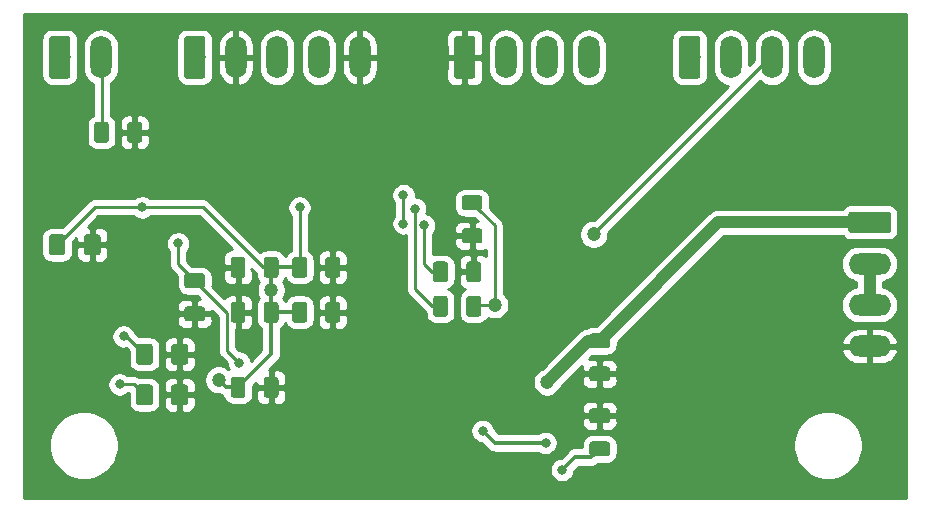
<source format=gbr>
G04 #@! TF.GenerationSoftware,KiCad,Pcbnew,5.1.4-e60b266~84~ubuntu18.04.1*
G04 #@! TF.CreationDate,2019-10-02T13:36:21-06:00*
G04 #@! TF.ProjectId,Star Tracker,53746172-2054-4726-9163-6b65722e6b69,rev?*
G04 #@! TF.SameCoordinates,Original*
G04 #@! TF.FileFunction,Copper,L2,Bot*
G04 #@! TF.FilePolarity,Positive*
%FSLAX46Y46*%
G04 Gerber Fmt 4.6, Leading zero omitted, Abs format (unit mm)*
G04 Created by KiCad (PCBNEW 5.1.4-e60b266~84~ubuntu18.04.1) date 2019-10-02 13:36:21*
%MOMM*%
%LPD*%
G04 APERTURE LIST*
%ADD10C,0.100000*%
%ADD11C,1.250000*%
%ADD12C,1.800000*%
%ADD13O,1.800000X3.600000*%
%ADD14O,3.600000X1.800000*%
%ADD15C,1.425000*%
%ADD16C,1.200000*%
%ADD17C,0.800000*%
%ADD18C,0.375000*%
%ADD19C,0.600000*%
%ADD20C,0.250000*%
%ADD21C,1.000000*%
%ADD22C,0.254000*%
G04 APERTURE END LIST*
D10*
G36*
X143401504Y-77358204D02*
G01*
X143425773Y-77361804D01*
X143449571Y-77367765D01*
X143472671Y-77376030D01*
X143494849Y-77386520D01*
X143515893Y-77399133D01*
X143535598Y-77413747D01*
X143553777Y-77430223D01*
X143570253Y-77448402D01*
X143584867Y-77468107D01*
X143597480Y-77489151D01*
X143607970Y-77511329D01*
X143616235Y-77534429D01*
X143622196Y-77558227D01*
X143625796Y-77582496D01*
X143627000Y-77607000D01*
X143627000Y-78857000D01*
X143625796Y-78881504D01*
X143622196Y-78905773D01*
X143616235Y-78929571D01*
X143607970Y-78952671D01*
X143597480Y-78974849D01*
X143584867Y-78995893D01*
X143570253Y-79015598D01*
X143553777Y-79033777D01*
X143535598Y-79050253D01*
X143515893Y-79064867D01*
X143494849Y-79077480D01*
X143472671Y-79087970D01*
X143449571Y-79096235D01*
X143425773Y-79102196D01*
X143401504Y-79105796D01*
X143377000Y-79107000D01*
X142627000Y-79107000D01*
X142602496Y-79105796D01*
X142578227Y-79102196D01*
X142554429Y-79096235D01*
X142531329Y-79087970D01*
X142509151Y-79077480D01*
X142488107Y-79064867D01*
X142468402Y-79050253D01*
X142450223Y-79033777D01*
X142433747Y-79015598D01*
X142419133Y-78995893D01*
X142406520Y-78974849D01*
X142396030Y-78952671D01*
X142387765Y-78929571D01*
X142381804Y-78905773D01*
X142378204Y-78881504D01*
X142377000Y-78857000D01*
X142377000Y-77607000D01*
X142378204Y-77582496D01*
X142381804Y-77558227D01*
X142387765Y-77534429D01*
X142396030Y-77511329D01*
X142406520Y-77489151D01*
X142419133Y-77468107D01*
X142433747Y-77448402D01*
X142450223Y-77430223D01*
X142468402Y-77413747D01*
X142488107Y-77399133D01*
X142509151Y-77386520D01*
X142531329Y-77376030D01*
X142554429Y-77367765D01*
X142578227Y-77361804D01*
X142602496Y-77358204D01*
X142627000Y-77357000D01*
X143377000Y-77357000D01*
X143401504Y-77358204D01*
X143401504Y-77358204D01*
G37*
D11*
X143002000Y-78232000D03*
D10*
G36*
X140601504Y-77358204D02*
G01*
X140625773Y-77361804D01*
X140649571Y-77367765D01*
X140672671Y-77376030D01*
X140694849Y-77386520D01*
X140715893Y-77399133D01*
X140735598Y-77413747D01*
X140753777Y-77430223D01*
X140770253Y-77448402D01*
X140784867Y-77468107D01*
X140797480Y-77489151D01*
X140807970Y-77511329D01*
X140816235Y-77534429D01*
X140822196Y-77558227D01*
X140825796Y-77582496D01*
X140827000Y-77607000D01*
X140827000Y-78857000D01*
X140825796Y-78881504D01*
X140822196Y-78905773D01*
X140816235Y-78929571D01*
X140807970Y-78952671D01*
X140797480Y-78974849D01*
X140784867Y-78995893D01*
X140770253Y-79015598D01*
X140753777Y-79033777D01*
X140735598Y-79050253D01*
X140715893Y-79064867D01*
X140694849Y-79077480D01*
X140672671Y-79087970D01*
X140649571Y-79096235D01*
X140625773Y-79102196D01*
X140601504Y-79105796D01*
X140577000Y-79107000D01*
X139827000Y-79107000D01*
X139802496Y-79105796D01*
X139778227Y-79102196D01*
X139754429Y-79096235D01*
X139731329Y-79087970D01*
X139709151Y-79077480D01*
X139688107Y-79064867D01*
X139668402Y-79050253D01*
X139650223Y-79033777D01*
X139633747Y-79015598D01*
X139619133Y-78995893D01*
X139606520Y-78974849D01*
X139596030Y-78952671D01*
X139587765Y-78929571D01*
X139581804Y-78905773D01*
X139578204Y-78881504D01*
X139577000Y-78857000D01*
X139577000Y-77607000D01*
X139578204Y-77582496D01*
X139581804Y-77558227D01*
X139587765Y-77534429D01*
X139596030Y-77511329D01*
X139606520Y-77489151D01*
X139619133Y-77468107D01*
X139633747Y-77448402D01*
X139650223Y-77430223D01*
X139668402Y-77413747D01*
X139688107Y-77399133D01*
X139709151Y-77386520D01*
X139731329Y-77376030D01*
X139754429Y-77367765D01*
X139778227Y-77361804D01*
X139802496Y-77358204D01*
X139827000Y-77357000D01*
X140577000Y-77357000D01*
X140601504Y-77358204D01*
X140601504Y-77358204D01*
G37*
D11*
X140202000Y-78232000D03*
D10*
G36*
X128669504Y-77866204D02*
G01*
X128693773Y-77869804D01*
X128717571Y-77875765D01*
X128740671Y-77884030D01*
X128762849Y-77894520D01*
X128783893Y-77907133D01*
X128803598Y-77921747D01*
X128821777Y-77938223D01*
X128838253Y-77956402D01*
X128852867Y-77976107D01*
X128865480Y-77997151D01*
X128875970Y-78019329D01*
X128884235Y-78042429D01*
X128890196Y-78066227D01*
X128893796Y-78090496D01*
X128895000Y-78115000D01*
X128895000Y-79365000D01*
X128893796Y-79389504D01*
X128890196Y-79413773D01*
X128884235Y-79437571D01*
X128875970Y-79460671D01*
X128865480Y-79482849D01*
X128852867Y-79503893D01*
X128838253Y-79523598D01*
X128821777Y-79541777D01*
X128803598Y-79558253D01*
X128783893Y-79572867D01*
X128762849Y-79585480D01*
X128740671Y-79595970D01*
X128717571Y-79604235D01*
X128693773Y-79610196D01*
X128669504Y-79613796D01*
X128645000Y-79615000D01*
X127895000Y-79615000D01*
X127870496Y-79613796D01*
X127846227Y-79610196D01*
X127822429Y-79604235D01*
X127799329Y-79595970D01*
X127777151Y-79585480D01*
X127756107Y-79572867D01*
X127736402Y-79558253D01*
X127718223Y-79541777D01*
X127701747Y-79523598D01*
X127687133Y-79503893D01*
X127674520Y-79482849D01*
X127664030Y-79460671D01*
X127655765Y-79437571D01*
X127649804Y-79413773D01*
X127646204Y-79389504D01*
X127645000Y-79365000D01*
X127645000Y-78115000D01*
X127646204Y-78090496D01*
X127649804Y-78066227D01*
X127655765Y-78042429D01*
X127664030Y-78019329D01*
X127674520Y-77997151D01*
X127687133Y-77976107D01*
X127701747Y-77956402D01*
X127718223Y-77938223D01*
X127736402Y-77921747D01*
X127756107Y-77907133D01*
X127777151Y-77894520D01*
X127799329Y-77884030D01*
X127822429Y-77875765D01*
X127846227Y-77869804D01*
X127870496Y-77866204D01*
X127895000Y-77865000D01*
X128645000Y-77865000D01*
X128669504Y-77866204D01*
X128669504Y-77866204D01*
G37*
D11*
X128270000Y-78740000D03*
D10*
G36*
X131469504Y-77866204D02*
G01*
X131493773Y-77869804D01*
X131517571Y-77875765D01*
X131540671Y-77884030D01*
X131562849Y-77894520D01*
X131583893Y-77907133D01*
X131603598Y-77921747D01*
X131621777Y-77938223D01*
X131638253Y-77956402D01*
X131652867Y-77976107D01*
X131665480Y-77997151D01*
X131675970Y-78019329D01*
X131684235Y-78042429D01*
X131690196Y-78066227D01*
X131693796Y-78090496D01*
X131695000Y-78115000D01*
X131695000Y-79365000D01*
X131693796Y-79389504D01*
X131690196Y-79413773D01*
X131684235Y-79437571D01*
X131675970Y-79460671D01*
X131665480Y-79482849D01*
X131652867Y-79503893D01*
X131638253Y-79523598D01*
X131621777Y-79541777D01*
X131603598Y-79558253D01*
X131583893Y-79572867D01*
X131562849Y-79585480D01*
X131540671Y-79595970D01*
X131517571Y-79604235D01*
X131493773Y-79610196D01*
X131469504Y-79613796D01*
X131445000Y-79615000D01*
X130695000Y-79615000D01*
X130670496Y-79613796D01*
X130646227Y-79610196D01*
X130622429Y-79604235D01*
X130599329Y-79595970D01*
X130577151Y-79585480D01*
X130556107Y-79572867D01*
X130536402Y-79558253D01*
X130518223Y-79541777D01*
X130501747Y-79523598D01*
X130487133Y-79503893D01*
X130474520Y-79482849D01*
X130464030Y-79460671D01*
X130455765Y-79437571D01*
X130449804Y-79413773D01*
X130446204Y-79389504D01*
X130445000Y-79365000D01*
X130445000Y-78115000D01*
X130446204Y-78090496D01*
X130449804Y-78066227D01*
X130455765Y-78042429D01*
X130464030Y-78019329D01*
X130474520Y-77997151D01*
X130487133Y-77976107D01*
X130501747Y-77956402D01*
X130518223Y-77938223D01*
X130536402Y-77921747D01*
X130556107Y-77907133D01*
X130577151Y-77894520D01*
X130599329Y-77884030D01*
X130622429Y-77875765D01*
X130646227Y-77869804D01*
X130670496Y-77866204D01*
X130695000Y-77865000D01*
X131445000Y-77865000D01*
X131469504Y-77866204D01*
X131469504Y-77866204D01*
G37*
D11*
X131070000Y-78740000D03*
D10*
G36*
X123459504Y-77866204D02*
G01*
X123483773Y-77869804D01*
X123507571Y-77875765D01*
X123530671Y-77884030D01*
X123552849Y-77894520D01*
X123573893Y-77907133D01*
X123593598Y-77921747D01*
X123611777Y-77938223D01*
X123628253Y-77956402D01*
X123642867Y-77976107D01*
X123655480Y-77997151D01*
X123665970Y-78019329D01*
X123674235Y-78042429D01*
X123680196Y-78066227D01*
X123683796Y-78090496D01*
X123685000Y-78115000D01*
X123685000Y-79365000D01*
X123683796Y-79389504D01*
X123680196Y-79413773D01*
X123674235Y-79437571D01*
X123665970Y-79460671D01*
X123655480Y-79482849D01*
X123642867Y-79503893D01*
X123628253Y-79523598D01*
X123611777Y-79541777D01*
X123593598Y-79558253D01*
X123573893Y-79572867D01*
X123552849Y-79585480D01*
X123530671Y-79595970D01*
X123507571Y-79604235D01*
X123483773Y-79610196D01*
X123459504Y-79613796D01*
X123435000Y-79615000D01*
X122685000Y-79615000D01*
X122660496Y-79613796D01*
X122636227Y-79610196D01*
X122612429Y-79604235D01*
X122589329Y-79595970D01*
X122567151Y-79585480D01*
X122546107Y-79572867D01*
X122526402Y-79558253D01*
X122508223Y-79541777D01*
X122491747Y-79523598D01*
X122477133Y-79503893D01*
X122464520Y-79482849D01*
X122454030Y-79460671D01*
X122445765Y-79437571D01*
X122439804Y-79413773D01*
X122436204Y-79389504D01*
X122435000Y-79365000D01*
X122435000Y-78115000D01*
X122436204Y-78090496D01*
X122439804Y-78066227D01*
X122445765Y-78042429D01*
X122454030Y-78019329D01*
X122464520Y-77997151D01*
X122477133Y-77976107D01*
X122491747Y-77956402D01*
X122508223Y-77938223D01*
X122526402Y-77921747D01*
X122546107Y-77907133D01*
X122567151Y-77894520D01*
X122589329Y-77884030D01*
X122612429Y-77875765D01*
X122636227Y-77869804D01*
X122660496Y-77866204D01*
X122685000Y-77865000D01*
X123435000Y-77865000D01*
X123459504Y-77866204D01*
X123459504Y-77866204D01*
G37*
D11*
X123060000Y-78740000D03*
D10*
G36*
X126259504Y-77866204D02*
G01*
X126283773Y-77869804D01*
X126307571Y-77875765D01*
X126330671Y-77884030D01*
X126352849Y-77894520D01*
X126373893Y-77907133D01*
X126393598Y-77921747D01*
X126411777Y-77938223D01*
X126428253Y-77956402D01*
X126442867Y-77976107D01*
X126455480Y-77997151D01*
X126465970Y-78019329D01*
X126474235Y-78042429D01*
X126480196Y-78066227D01*
X126483796Y-78090496D01*
X126485000Y-78115000D01*
X126485000Y-79365000D01*
X126483796Y-79389504D01*
X126480196Y-79413773D01*
X126474235Y-79437571D01*
X126465970Y-79460671D01*
X126455480Y-79482849D01*
X126442867Y-79503893D01*
X126428253Y-79523598D01*
X126411777Y-79541777D01*
X126393598Y-79558253D01*
X126373893Y-79572867D01*
X126352849Y-79585480D01*
X126330671Y-79595970D01*
X126307571Y-79604235D01*
X126283773Y-79610196D01*
X126259504Y-79613796D01*
X126235000Y-79615000D01*
X125485000Y-79615000D01*
X125460496Y-79613796D01*
X125436227Y-79610196D01*
X125412429Y-79604235D01*
X125389329Y-79595970D01*
X125367151Y-79585480D01*
X125346107Y-79572867D01*
X125326402Y-79558253D01*
X125308223Y-79541777D01*
X125291747Y-79523598D01*
X125277133Y-79503893D01*
X125264520Y-79482849D01*
X125254030Y-79460671D01*
X125245765Y-79437571D01*
X125239804Y-79413773D01*
X125236204Y-79389504D01*
X125235000Y-79365000D01*
X125235000Y-78115000D01*
X125236204Y-78090496D01*
X125239804Y-78066227D01*
X125245765Y-78042429D01*
X125254030Y-78019329D01*
X125264520Y-77997151D01*
X125277133Y-77976107D01*
X125291747Y-77956402D01*
X125308223Y-77938223D01*
X125326402Y-77921747D01*
X125346107Y-77907133D01*
X125367151Y-77894520D01*
X125389329Y-77884030D01*
X125412429Y-77875765D01*
X125436227Y-77869804D01*
X125460496Y-77866204D01*
X125485000Y-77865000D01*
X126235000Y-77865000D01*
X126259504Y-77866204D01*
X126259504Y-77866204D01*
G37*
D11*
X125860000Y-78740000D03*
D10*
G36*
X123459504Y-84216204D02*
G01*
X123483773Y-84219804D01*
X123507571Y-84225765D01*
X123530671Y-84234030D01*
X123552849Y-84244520D01*
X123573893Y-84257133D01*
X123593598Y-84271747D01*
X123611777Y-84288223D01*
X123628253Y-84306402D01*
X123642867Y-84326107D01*
X123655480Y-84347151D01*
X123665970Y-84369329D01*
X123674235Y-84392429D01*
X123680196Y-84416227D01*
X123683796Y-84440496D01*
X123685000Y-84465000D01*
X123685000Y-85715000D01*
X123683796Y-85739504D01*
X123680196Y-85763773D01*
X123674235Y-85787571D01*
X123665970Y-85810671D01*
X123655480Y-85832849D01*
X123642867Y-85853893D01*
X123628253Y-85873598D01*
X123611777Y-85891777D01*
X123593598Y-85908253D01*
X123573893Y-85922867D01*
X123552849Y-85935480D01*
X123530671Y-85945970D01*
X123507571Y-85954235D01*
X123483773Y-85960196D01*
X123459504Y-85963796D01*
X123435000Y-85965000D01*
X122685000Y-85965000D01*
X122660496Y-85963796D01*
X122636227Y-85960196D01*
X122612429Y-85954235D01*
X122589329Y-85945970D01*
X122567151Y-85935480D01*
X122546107Y-85922867D01*
X122526402Y-85908253D01*
X122508223Y-85891777D01*
X122491747Y-85873598D01*
X122477133Y-85853893D01*
X122464520Y-85832849D01*
X122454030Y-85810671D01*
X122445765Y-85787571D01*
X122439804Y-85763773D01*
X122436204Y-85739504D01*
X122435000Y-85715000D01*
X122435000Y-84465000D01*
X122436204Y-84440496D01*
X122439804Y-84416227D01*
X122445765Y-84392429D01*
X122454030Y-84369329D01*
X122464520Y-84347151D01*
X122477133Y-84326107D01*
X122491747Y-84306402D01*
X122508223Y-84288223D01*
X122526402Y-84271747D01*
X122546107Y-84257133D01*
X122567151Y-84244520D01*
X122589329Y-84234030D01*
X122612429Y-84225765D01*
X122636227Y-84219804D01*
X122660496Y-84216204D01*
X122685000Y-84215000D01*
X123435000Y-84215000D01*
X123459504Y-84216204D01*
X123459504Y-84216204D01*
G37*
D11*
X123060000Y-85090000D03*
D10*
G36*
X126259504Y-84216204D02*
G01*
X126283773Y-84219804D01*
X126307571Y-84225765D01*
X126330671Y-84234030D01*
X126352849Y-84244520D01*
X126373893Y-84257133D01*
X126393598Y-84271747D01*
X126411777Y-84288223D01*
X126428253Y-84306402D01*
X126442867Y-84326107D01*
X126455480Y-84347151D01*
X126465970Y-84369329D01*
X126474235Y-84392429D01*
X126480196Y-84416227D01*
X126483796Y-84440496D01*
X126485000Y-84465000D01*
X126485000Y-85715000D01*
X126483796Y-85739504D01*
X126480196Y-85763773D01*
X126474235Y-85787571D01*
X126465970Y-85810671D01*
X126455480Y-85832849D01*
X126442867Y-85853893D01*
X126428253Y-85873598D01*
X126411777Y-85891777D01*
X126393598Y-85908253D01*
X126373893Y-85922867D01*
X126352849Y-85935480D01*
X126330671Y-85945970D01*
X126307571Y-85954235D01*
X126283773Y-85960196D01*
X126259504Y-85963796D01*
X126235000Y-85965000D01*
X125485000Y-85965000D01*
X125460496Y-85963796D01*
X125436227Y-85960196D01*
X125412429Y-85954235D01*
X125389329Y-85945970D01*
X125367151Y-85935480D01*
X125346107Y-85922867D01*
X125326402Y-85908253D01*
X125308223Y-85891777D01*
X125291747Y-85873598D01*
X125277133Y-85853893D01*
X125264520Y-85832849D01*
X125254030Y-85810671D01*
X125245765Y-85787571D01*
X125239804Y-85763773D01*
X125236204Y-85739504D01*
X125235000Y-85715000D01*
X125235000Y-84465000D01*
X125236204Y-84440496D01*
X125239804Y-84416227D01*
X125245765Y-84392429D01*
X125254030Y-84369329D01*
X125264520Y-84347151D01*
X125277133Y-84326107D01*
X125291747Y-84306402D01*
X125308223Y-84288223D01*
X125326402Y-84271747D01*
X125346107Y-84257133D01*
X125367151Y-84244520D01*
X125389329Y-84234030D01*
X125412429Y-84225765D01*
X125436227Y-84219804D01*
X125460496Y-84216204D01*
X125485000Y-84215000D01*
X126235000Y-84215000D01*
X126259504Y-84216204D01*
X126259504Y-84216204D01*
G37*
D11*
X125860000Y-85090000D03*
D10*
G36*
X123459504Y-74056204D02*
G01*
X123483773Y-74059804D01*
X123507571Y-74065765D01*
X123530671Y-74074030D01*
X123552849Y-74084520D01*
X123573893Y-74097133D01*
X123593598Y-74111747D01*
X123611777Y-74128223D01*
X123628253Y-74146402D01*
X123642867Y-74166107D01*
X123655480Y-74187151D01*
X123665970Y-74209329D01*
X123674235Y-74232429D01*
X123680196Y-74256227D01*
X123683796Y-74280496D01*
X123685000Y-74305000D01*
X123685000Y-75555000D01*
X123683796Y-75579504D01*
X123680196Y-75603773D01*
X123674235Y-75627571D01*
X123665970Y-75650671D01*
X123655480Y-75672849D01*
X123642867Y-75693893D01*
X123628253Y-75713598D01*
X123611777Y-75731777D01*
X123593598Y-75748253D01*
X123573893Y-75762867D01*
X123552849Y-75775480D01*
X123530671Y-75785970D01*
X123507571Y-75794235D01*
X123483773Y-75800196D01*
X123459504Y-75803796D01*
X123435000Y-75805000D01*
X122685000Y-75805000D01*
X122660496Y-75803796D01*
X122636227Y-75800196D01*
X122612429Y-75794235D01*
X122589329Y-75785970D01*
X122567151Y-75775480D01*
X122546107Y-75762867D01*
X122526402Y-75748253D01*
X122508223Y-75731777D01*
X122491747Y-75713598D01*
X122477133Y-75693893D01*
X122464520Y-75672849D01*
X122454030Y-75650671D01*
X122445765Y-75627571D01*
X122439804Y-75603773D01*
X122436204Y-75579504D01*
X122435000Y-75555000D01*
X122435000Y-74305000D01*
X122436204Y-74280496D01*
X122439804Y-74256227D01*
X122445765Y-74232429D01*
X122454030Y-74209329D01*
X122464520Y-74187151D01*
X122477133Y-74166107D01*
X122491747Y-74146402D01*
X122508223Y-74128223D01*
X122526402Y-74111747D01*
X122546107Y-74097133D01*
X122567151Y-74084520D01*
X122589329Y-74074030D01*
X122612429Y-74065765D01*
X122636227Y-74059804D01*
X122660496Y-74056204D01*
X122685000Y-74055000D01*
X123435000Y-74055000D01*
X123459504Y-74056204D01*
X123459504Y-74056204D01*
G37*
D11*
X123060000Y-74930000D03*
D10*
G36*
X126259504Y-74056204D02*
G01*
X126283773Y-74059804D01*
X126307571Y-74065765D01*
X126330671Y-74074030D01*
X126352849Y-74084520D01*
X126373893Y-74097133D01*
X126393598Y-74111747D01*
X126411777Y-74128223D01*
X126428253Y-74146402D01*
X126442867Y-74166107D01*
X126455480Y-74187151D01*
X126465970Y-74209329D01*
X126474235Y-74232429D01*
X126480196Y-74256227D01*
X126483796Y-74280496D01*
X126485000Y-74305000D01*
X126485000Y-75555000D01*
X126483796Y-75579504D01*
X126480196Y-75603773D01*
X126474235Y-75627571D01*
X126465970Y-75650671D01*
X126455480Y-75672849D01*
X126442867Y-75693893D01*
X126428253Y-75713598D01*
X126411777Y-75731777D01*
X126393598Y-75748253D01*
X126373893Y-75762867D01*
X126352849Y-75775480D01*
X126330671Y-75785970D01*
X126307571Y-75794235D01*
X126283773Y-75800196D01*
X126259504Y-75803796D01*
X126235000Y-75805000D01*
X125485000Y-75805000D01*
X125460496Y-75803796D01*
X125436227Y-75800196D01*
X125412429Y-75794235D01*
X125389329Y-75785970D01*
X125367151Y-75775480D01*
X125346107Y-75762867D01*
X125326402Y-75748253D01*
X125308223Y-75731777D01*
X125291747Y-75713598D01*
X125277133Y-75693893D01*
X125264520Y-75672849D01*
X125254030Y-75650671D01*
X125245765Y-75627571D01*
X125239804Y-75603773D01*
X125236204Y-75579504D01*
X125235000Y-75555000D01*
X125235000Y-74305000D01*
X125236204Y-74280496D01*
X125239804Y-74256227D01*
X125245765Y-74232429D01*
X125254030Y-74209329D01*
X125264520Y-74187151D01*
X125277133Y-74166107D01*
X125291747Y-74146402D01*
X125308223Y-74128223D01*
X125326402Y-74111747D01*
X125346107Y-74097133D01*
X125367151Y-74084520D01*
X125389329Y-74074030D01*
X125412429Y-74065765D01*
X125436227Y-74059804D01*
X125460496Y-74056204D01*
X125485000Y-74055000D01*
X126235000Y-74055000D01*
X126259504Y-74056204D01*
X126259504Y-74056204D01*
G37*
D11*
X125860000Y-74930000D03*
D10*
G36*
X128669504Y-74056204D02*
G01*
X128693773Y-74059804D01*
X128717571Y-74065765D01*
X128740671Y-74074030D01*
X128762849Y-74084520D01*
X128783893Y-74097133D01*
X128803598Y-74111747D01*
X128821777Y-74128223D01*
X128838253Y-74146402D01*
X128852867Y-74166107D01*
X128865480Y-74187151D01*
X128875970Y-74209329D01*
X128884235Y-74232429D01*
X128890196Y-74256227D01*
X128893796Y-74280496D01*
X128895000Y-74305000D01*
X128895000Y-75555000D01*
X128893796Y-75579504D01*
X128890196Y-75603773D01*
X128884235Y-75627571D01*
X128875970Y-75650671D01*
X128865480Y-75672849D01*
X128852867Y-75693893D01*
X128838253Y-75713598D01*
X128821777Y-75731777D01*
X128803598Y-75748253D01*
X128783893Y-75762867D01*
X128762849Y-75775480D01*
X128740671Y-75785970D01*
X128717571Y-75794235D01*
X128693773Y-75800196D01*
X128669504Y-75803796D01*
X128645000Y-75805000D01*
X127895000Y-75805000D01*
X127870496Y-75803796D01*
X127846227Y-75800196D01*
X127822429Y-75794235D01*
X127799329Y-75785970D01*
X127777151Y-75775480D01*
X127756107Y-75762867D01*
X127736402Y-75748253D01*
X127718223Y-75731777D01*
X127701747Y-75713598D01*
X127687133Y-75693893D01*
X127674520Y-75672849D01*
X127664030Y-75650671D01*
X127655765Y-75627571D01*
X127649804Y-75603773D01*
X127646204Y-75579504D01*
X127645000Y-75555000D01*
X127645000Y-74305000D01*
X127646204Y-74280496D01*
X127649804Y-74256227D01*
X127655765Y-74232429D01*
X127664030Y-74209329D01*
X127674520Y-74187151D01*
X127687133Y-74166107D01*
X127701747Y-74146402D01*
X127718223Y-74128223D01*
X127736402Y-74111747D01*
X127756107Y-74097133D01*
X127777151Y-74084520D01*
X127799329Y-74074030D01*
X127822429Y-74065765D01*
X127846227Y-74059804D01*
X127870496Y-74056204D01*
X127895000Y-74055000D01*
X128645000Y-74055000D01*
X128669504Y-74056204D01*
X128669504Y-74056204D01*
G37*
D11*
X128270000Y-74930000D03*
D10*
G36*
X131469504Y-74056204D02*
G01*
X131493773Y-74059804D01*
X131517571Y-74065765D01*
X131540671Y-74074030D01*
X131562849Y-74084520D01*
X131583893Y-74097133D01*
X131603598Y-74111747D01*
X131621777Y-74128223D01*
X131638253Y-74146402D01*
X131652867Y-74166107D01*
X131665480Y-74187151D01*
X131675970Y-74209329D01*
X131684235Y-74232429D01*
X131690196Y-74256227D01*
X131693796Y-74280496D01*
X131695000Y-74305000D01*
X131695000Y-75555000D01*
X131693796Y-75579504D01*
X131690196Y-75603773D01*
X131684235Y-75627571D01*
X131675970Y-75650671D01*
X131665480Y-75672849D01*
X131652867Y-75693893D01*
X131638253Y-75713598D01*
X131621777Y-75731777D01*
X131603598Y-75748253D01*
X131583893Y-75762867D01*
X131562849Y-75775480D01*
X131540671Y-75785970D01*
X131517571Y-75794235D01*
X131493773Y-75800196D01*
X131469504Y-75803796D01*
X131445000Y-75805000D01*
X130695000Y-75805000D01*
X130670496Y-75803796D01*
X130646227Y-75800196D01*
X130622429Y-75794235D01*
X130599329Y-75785970D01*
X130577151Y-75775480D01*
X130556107Y-75762867D01*
X130536402Y-75748253D01*
X130518223Y-75731777D01*
X130501747Y-75713598D01*
X130487133Y-75693893D01*
X130474520Y-75672849D01*
X130464030Y-75650671D01*
X130455765Y-75627571D01*
X130449804Y-75603773D01*
X130446204Y-75579504D01*
X130445000Y-75555000D01*
X130445000Y-74305000D01*
X130446204Y-74280496D01*
X130449804Y-74256227D01*
X130455765Y-74232429D01*
X130464030Y-74209329D01*
X130474520Y-74187151D01*
X130487133Y-74166107D01*
X130501747Y-74146402D01*
X130518223Y-74128223D01*
X130536402Y-74111747D01*
X130556107Y-74097133D01*
X130577151Y-74084520D01*
X130599329Y-74074030D01*
X130622429Y-74065765D01*
X130646227Y-74059804D01*
X130670496Y-74056204D01*
X130695000Y-74055000D01*
X131445000Y-74055000D01*
X131469504Y-74056204D01*
X131469504Y-74056204D01*
G37*
D11*
X131070000Y-74930000D03*
D10*
G36*
X143524504Y-68842204D02*
G01*
X143548773Y-68845804D01*
X143572571Y-68851765D01*
X143595671Y-68860030D01*
X143617849Y-68870520D01*
X143638893Y-68883133D01*
X143658598Y-68897747D01*
X143676777Y-68914223D01*
X143693253Y-68932402D01*
X143707867Y-68952107D01*
X143720480Y-68973151D01*
X143730970Y-68995329D01*
X143739235Y-69018429D01*
X143745196Y-69042227D01*
X143748796Y-69066496D01*
X143750000Y-69091000D01*
X143750000Y-69841000D01*
X143748796Y-69865504D01*
X143745196Y-69889773D01*
X143739235Y-69913571D01*
X143730970Y-69936671D01*
X143720480Y-69958849D01*
X143707867Y-69979893D01*
X143693253Y-69999598D01*
X143676777Y-70017777D01*
X143658598Y-70034253D01*
X143638893Y-70048867D01*
X143617849Y-70061480D01*
X143595671Y-70071970D01*
X143572571Y-70080235D01*
X143548773Y-70086196D01*
X143524504Y-70089796D01*
X143500000Y-70091000D01*
X142250000Y-70091000D01*
X142225496Y-70089796D01*
X142201227Y-70086196D01*
X142177429Y-70080235D01*
X142154329Y-70071970D01*
X142132151Y-70061480D01*
X142111107Y-70048867D01*
X142091402Y-70034253D01*
X142073223Y-70017777D01*
X142056747Y-69999598D01*
X142042133Y-69979893D01*
X142029520Y-69958849D01*
X142019030Y-69936671D01*
X142010765Y-69913571D01*
X142004804Y-69889773D01*
X142001204Y-69865504D01*
X142000000Y-69841000D01*
X142000000Y-69091000D01*
X142001204Y-69066496D01*
X142004804Y-69042227D01*
X142010765Y-69018429D01*
X142019030Y-68995329D01*
X142029520Y-68973151D01*
X142042133Y-68952107D01*
X142056747Y-68932402D01*
X142073223Y-68914223D01*
X142091402Y-68897747D01*
X142111107Y-68883133D01*
X142132151Y-68870520D01*
X142154329Y-68860030D01*
X142177429Y-68851765D01*
X142201227Y-68845804D01*
X142225496Y-68842204D01*
X142250000Y-68841000D01*
X143500000Y-68841000D01*
X143524504Y-68842204D01*
X143524504Y-68842204D01*
G37*
D11*
X142875000Y-69466000D03*
D10*
G36*
X143524504Y-71642204D02*
G01*
X143548773Y-71645804D01*
X143572571Y-71651765D01*
X143595671Y-71660030D01*
X143617849Y-71670520D01*
X143638893Y-71683133D01*
X143658598Y-71697747D01*
X143676777Y-71714223D01*
X143693253Y-71732402D01*
X143707867Y-71752107D01*
X143720480Y-71773151D01*
X143730970Y-71795329D01*
X143739235Y-71818429D01*
X143745196Y-71842227D01*
X143748796Y-71866496D01*
X143750000Y-71891000D01*
X143750000Y-72641000D01*
X143748796Y-72665504D01*
X143745196Y-72689773D01*
X143739235Y-72713571D01*
X143730970Y-72736671D01*
X143720480Y-72758849D01*
X143707867Y-72779893D01*
X143693253Y-72799598D01*
X143676777Y-72817777D01*
X143658598Y-72834253D01*
X143638893Y-72848867D01*
X143617849Y-72861480D01*
X143595671Y-72871970D01*
X143572571Y-72880235D01*
X143548773Y-72886196D01*
X143524504Y-72889796D01*
X143500000Y-72891000D01*
X142250000Y-72891000D01*
X142225496Y-72889796D01*
X142201227Y-72886196D01*
X142177429Y-72880235D01*
X142154329Y-72871970D01*
X142132151Y-72861480D01*
X142111107Y-72848867D01*
X142091402Y-72834253D01*
X142073223Y-72817777D01*
X142056747Y-72799598D01*
X142042133Y-72779893D01*
X142029520Y-72758849D01*
X142019030Y-72736671D01*
X142010765Y-72713571D01*
X142004804Y-72689773D01*
X142001204Y-72665504D01*
X142000000Y-72641000D01*
X142000000Y-71891000D01*
X142001204Y-71866496D01*
X142004804Y-71842227D01*
X142010765Y-71818429D01*
X142019030Y-71795329D01*
X142029520Y-71773151D01*
X142042133Y-71752107D01*
X142056747Y-71732402D01*
X142073223Y-71714223D01*
X142091402Y-71697747D01*
X142111107Y-71683133D01*
X142132151Y-71670520D01*
X142154329Y-71660030D01*
X142177429Y-71651765D01*
X142201227Y-71645804D01*
X142225496Y-71642204D01*
X142250000Y-71641000D01*
X143500000Y-71641000D01*
X143524504Y-71642204D01*
X143524504Y-71642204D01*
G37*
D11*
X142875000Y-72266000D03*
D10*
G36*
X154319504Y-83326204D02*
G01*
X154343773Y-83329804D01*
X154367571Y-83335765D01*
X154390671Y-83344030D01*
X154412849Y-83354520D01*
X154433893Y-83367133D01*
X154453598Y-83381747D01*
X154471777Y-83398223D01*
X154488253Y-83416402D01*
X154502867Y-83436107D01*
X154515480Y-83457151D01*
X154525970Y-83479329D01*
X154534235Y-83502429D01*
X154540196Y-83526227D01*
X154543796Y-83550496D01*
X154545000Y-83575000D01*
X154545000Y-84325000D01*
X154543796Y-84349504D01*
X154540196Y-84373773D01*
X154534235Y-84397571D01*
X154525970Y-84420671D01*
X154515480Y-84442849D01*
X154502867Y-84463893D01*
X154488253Y-84483598D01*
X154471777Y-84501777D01*
X154453598Y-84518253D01*
X154433893Y-84532867D01*
X154412849Y-84545480D01*
X154390671Y-84555970D01*
X154367571Y-84564235D01*
X154343773Y-84570196D01*
X154319504Y-84573796D01*
X154295000Y-84575000D01*
X153045000Y-84575000D01*
X153020496Y-84573796D01*
X152996227Y-84570196D01*
X152972429Y-84564235D01*
X152949329Y-84555970D01*
X152927151Y-84545480D01*
X152906107Y-84532867D01*
X152886402Y-84518253D01*
X152868223Y-84501777D01*
X152851747Y-84483598D01*
X152837133Y-84463893D01*
X152824520Y-84442849D01*
X152814030Y-84420671D01*
X152805765Y-84397571D01*
X152799804Y-84373773D01*
X152796204Y-84349504D01*
X152795000Y-84325000D01*
X152795000Y-83575000D01*
X152796204Y-83550496D01*
X152799804Y-83526227D01*
X152805765Y-83502429D01*
X152814030Y-83479329D01*
X152824520Y-83457151D01*
X152837133Y-83436107D01*
X152851747Y-83416402D01*
X152868223Y-83398223D01*
X152886402Y-83381747D01*
X152906107Y-83367133D01*
X152927151Y-83354520D01*
X152949329Y-83344030D01*
X152972429Y-83335765D01*
X152996227Y-83329804D01*
X153020496Y-83326204D01*
X153045000Y-83325000D01*
X154295000Y-83325000D01*
X154319504Y-83326204D01*
X154319504Y-83326204D01*
G37*
D11*
X153670000Y-83950000D03*
D10*
G36*
X154319504Y-80526204D02*
G01*
X154343773Y-80529804D01*
X154367571Y-80535765D01*
X154390671Y-80544030D01*
X154412849Y-80554520D01*
X154433893Y-80567133D01*
X154453598Y-80581747D01*
X154471777Y-80598223D01*
X154488253Y-80616402D01*
X154502867Y-80636107D01*
X154515480Y-80657151D01*
X154525970Y-80679329D01*
X154534235Y-80702429D01*
X154540196Y-80726227D01*
X154543796Y-80750496D01*
X154545000Y-80775000D01*
X154545000Y-81525000D01*
X154543796Y-81549504D01*
X154540196Y-81573773D01*
X154534235Y-81597571D01*
X154525970Y-81620671D01*
X154515480Y-81642849D01*
X154502867Y-81663893D01*
X154488253Y-81683598D01*
X154471777Y-81701777D01*
X154453598Y-81718253D01*
X154433893Y-81732867D01*
X154412849Y-81745480D01*
X154390671Y-81755970D01*
X154367571Y-81764235D01*
X154343773Y-81770196D01*
X154319504Y-81773796D01*
X154295000Y-81775000D01*
X153045000Y-81775000D01*
X153020496Y-81773796D01*
X152996227Y-81770196D01*
X152972429Y-81764235D01*
X152949329Y-81755970D01*
X152927151Y-81745480D01*
X152906107Y-81732867D01*
X152886402Y-81718253D01*
X152868223Y-81701777D01*
X152851747Y-81683598D01*
X152837133Y-81663893D01*
X152824520Y-81642849D01*
X152814030Y-81620671D01*
X152805765Y-81597571D01*
X152799804Y-81573773D01*
X152796204Y-81549504D01*
X152795000Y-81525000D01*
X152795000Y-80775000D01*
X152796204Y-80750496D01*
X152799804Y-80726227D01*
X152805765Y-80702429D01*
X152814030Y-80679329D01*
X152824520Y-80657151D01*
X152837133Y-80636107D01*
X152851747Y-80616402D01*
X152868223Y-80598223D01*
X152886402Y-80581747D01*
X152906107Y-80567133D01*
X152927151Y-80554520D01*
X152949329Y-80544030D01*
X152972429Y-80535765D01*
X152996227Y-80529804D01*
X153020496Y-80526204D01*
X153045000Y-80525000D01*
X154295000Y-80525000D01*
X154319504Y-80526204D01*
X154319504Y-80526204D01*
G37*
D11*
X153670000Y-81150000D03*
D10*
G36*
X154319504Y-89676204D02*
G01*
X154343773Y-89679804D01*
X154367571Y-89685765D01*
X154390671Y-89694030D01*
X154412849Y-89704520D01*
X154433893Y-89717133D01*
X154453598Y-89731747D01*
X154471777Y-89748223D01*
X154488253Y-89766402D01*
X154502867Y-89786107D01*
X154515480Y-89807151D01*
X154525970Y-89829329D01*
X154534235Y-89852429D01*
X154540196Y-89876227D01*
X154543796Y-89900496D01*
X154545000Y-89925000D01*
X154545000Y-90675000D01*
X154543796Y-90699504D01*
X154540196Y-90723773D01*
X154534235Y-90747571D01*
X154525970Y-90770671D01*
X154515480Y-90792849D01*
X154502867Y-90813893D01*
X154488253Y-90833598D01*
X154471777Y-90851777D01*
X154453598Y-90868253D01*
X154433893Y-90882867D01*
X154412849Y-90895480D01*
X154390671Y-90905970D01*
X154367571Y-90914235D01*
X154343773Y-90920196D01*
X154319504Y-90923796D01*
X154295000Y-90925000D01*
X153045000Y-90925000D01*
X153020496Y-90923796D01*
X152996227Y-90920196D01*
X152972429Y-90914235D01*
X152949329Y-90905970D01*
X152927151Y-90895480D01*
X152906107Y-90882867D01*
X152886402Y-90868253D01*
X152868223Y-90851777D01*
X152851747Y-90833598D01*
X152837133Y-90813893D01*
X152824520Y-90792849D01*
X152814030Y-90770671D01*
X152805765Y-90747571D01*
X152799804Y-90723773D01*
X152796204Y-90699504D01*
X152795000Y-90675000D01*
X152795000Y-89925000D01*
X152796204Y-89900496D01*
X152799804Y-89876227D01*
X152805765Y-89852429D01*
X152814030Y-89829329D01*
X152824520Y-89807151D01*
X152837133Y-89786107D01*
X152851747Y-89766402D01*
X152868223Y-89748223D01*
X152886402Y-89731747D01*
X152906107Y-89717133D01*
X152927151Y-89704520D01*
X152949329Y-89694030D01*
X152972429Y-89685765D01*
X152996227Y-89679804D01*
X153020496Y-89676204D01*
X153045000Y-89675000D01*
X154295000Y-89675000D01*
X154319504Y-89676204D01*
X154319504Y-89676204D01*
G37*
D11*
X153670000Y-90300000D03*
D10*
G36*
X154319504Y-86876204D02*
G01*
X154343773Y-86879804D01*
X154367571Y-86885765D01*
X154390671Y-86894030D01*
X154412849Y-86904520D01*
X154433893Y-86917133D01*
X154453598Y-86931747D01*
X154471777Y-86948223D01*
X154488253Y-86966402D01*
X154502867Y-86986107D01*
X154515480Y-87007151D01*
X154525970Y-87029329D01*
X154534235Y-87052429D01*
X154540196Y-87076227D01*
X154543796Y-87100496D01*
X154545000Y-87125000D01*
X154545000Y-87875000D01*
X154543796Y-87899504D01*
X154540196Y-87923773D01*
X154534235Y-87947571D01*
X154525970Y-87970671D01*
X154515480Y-87992849D01*
X154502867Y-88013893D01*
X154488253Y-88033598D01*
X154471777Y-88051777D01*
X154453598Y-88068253D01*
X154433893Y-88082867D01*
X154412849Y-88095480D01*
X154390671Y-88105970D01*
X154367571Y-88114235D01*
X154343773Y-88120196D01*
X154319504Y-88123796D01*
X154295000Y-88125000D01*
X153045000Y-88125000D01*
X153020496Y-88123796D01*
X152996227Y-88120196D01*
X152972429Y-88114235D01*
X152949329Y-88105970D01*
X152927151Y-88095480D01*
X152906107Y-88082867D01*
X152886402Y-88068253D01*
X152868223Y-88051777D01*
X152851747Y-88033598D01*
X152837133Y-88013893D01*
X152824520Y-87992849D01*
X152814030Y-87970671D01*
X152805765Y-87947571D01*
X152799804Y-87923773D01*
X152796204Y-87899504D01*
X152795000Y-87875000D01*
X152795000Y-87125000D01*
X152796204Y-87100496D01*
X152799804Y-87076227D01*
X152805765Y-87052429D01*
X152814030Y-87029329D01*
X152824520Y-87007151D01*
X152837133Y-86986107D01*
X152851747Y-86966402D01*
X152868223Y-86948223D01*
X152886402Y-86931747D01*
X152906107Y-86917133D01*
X152927151Y-86904520D01*
X152949329Y-86894030D01*
X152972429Y-86885765D01*
X152996227Y-86879804D01*
X153020496Y-86876204D01*
X153045000Y-86875000D01*
X154295000Y-86875000D01*
X154319504Y-86876204D01*
X154319504Y-86876204D01*
G37*
D11*
X153670000Y-87500000D03*
D10*
G36*
X120029504Y-78246204D02*
G01*
X120053773Y-78249804D01*
X120077571Y-78255765D01*
X120100671Y-78264030D01*
X120122849Y-78274520D01*
X120143893Y-78287133D01*
X120163598Y-78301747D01*
X120181777Y-78318223D01*
X120198253Y-78336402D01*
X120212867Y-78356107D01*
X120225480Y-78377151D01*
X120235970Y-78399329D01*
X120244235Y-78422429D01*
X120250196Y-78446227D01*
X120253796Y-78470496D01*
X120255000Y-78495000D01*
X120255000Y-79245000D01*
X120253796Y-79269504D01*
X120250196Y-79293773D01*
X120244235Y-79317571D01*
X120235970Y-79340671D01*
X120225480Y-79362849D01*
X120212867Y-79383893D01*
X120198253Y-79403598D01*
X120181777Y-79421777D01*
X120163598Y-79438253D01*
X120143893Y-79452867D01*
X120122849Y-79465480D01*
X120100671Y-79475970D01*
X120077571Y-79484235D01*
X120053773Y-79490196D01*
X120029504Y-79493796D01*
X120005000Y-79495000D01*
X118755000Y-79495000D01*
X118730496Y-79493796D01*
X118706227Y-79490196D01*
X118682429Y-79484235D01*
X118659329Y-79475970D01*
X118637151Y-79465480D01*
X118616107Y-79452867D01*
X118596402Y-79438253D01*
X118578223Y-79421777D01*
X118561747Y-79403598D01*
X118547133Y-79383893D01*
X118534520Y-79362849D01*
X118524030Y-79340671D01*
X118515765Y-79317571D01*
X118509804Y-79293773D01*
X118506204Y-79269504D01*
X118505000Y-79245000D01*
X118505000Y-78495000D01*
X118506204Y-78470496D01*
X118509804Y-78446227D01*
X118515765Y-78422429D01*
X118524030Y-78399329D01*
X118534520Y-78377151D01*
X118547133Y-78356107D01*
X118561747Y-78336402D01*
X118578223Y-78318223D01*
X118596402Y-78301747D01*
X118616107Y-78287133D01*
X118637151Y-78274520D01*
X118659329Y-78264030D01*
X118682429Y-78255765D01*
X118706227Y-78249804D01*
X118730496Y-78246204D01*
X118755000Y-78245000D01*
X120005000Y-78245000D01*
X120029504Y-78246204D01*
X120029504Y-78246204D01*
G37*
D11*
X119380000Y-78870000D03*
D10*
G36*
X120029504Y-75446204D02*
G01*
X120053773Y-75449804D01*
X120077571Y-75455765D01*
X120100671Y-75464030D01*
X120122849Y-75474520D01*
X120143893Y-75487133D01*
X120163598Y-75501747D01*
X120181777Y-75518223D01*
X120198253Y-75536402D01*
X120212867Y-75556107D01*
X120225480Y-75577151D01*
X120235970Y-75599329D01*
X120244235Y-75622429D01*
X120250196Y-75646227D01*
X120253796Y-75670496D01*
X120255000Y-75695000D01*
X120255000Y-76445000D01*
X120253796Y-76469504D01*
X120250196Y-76493773D01*
X120244235Y-76517571D01*
X120235970Y-76540671D01*
X120225480Y-76562849D01*
X120212867Y-76583893D01*
X120198253Y-76603598D01*
X120181777Y-76621777D01*
X120163598Y-76638253D01*
X120143893Y-76652867D01*
X120122849Y-76665480D01*
X120100671Y-76675970D01*
X120077571Y-76684235D01*
X120053773Y-76690196D01*
X120029504Y-76693796D01*
X120005000Y-76695000D01*
X118755000Y-76695000D01*
X118730496Y-76693796D01*
X118706227Y-76690196D01*
X118682429Y-76684235D01*
X118659329Y-76675970D01*
X118637151Y-76665480D01*
X118616107Y-76652867D01*
X118596402Y-76638253D01*
X118578223Y-76621777D01*
X118561747Y-76603598D01*
X118547133Y-76583893D01*
X118534520Y-76562849D01*
X118524030Y-76540671D01*
X118515765Y-76517571D01*
X118509804Y-76493773D01*
X118506204Y-76469504D01*
X118505000Y-76445000D01*
X118505000Y-75695000D01*
X118506204Y-75670496D01*
X118509804Y-75646227D01*
X118515765Y-75622429D01*
X118524030Y-75599329D01*
X118534520Y-75577151D01*
X118547133Y-75556107D01*
X118561747Y-75536402D01*
X118578223Y-75518223D01*
X118596402Y-75501747D01*
X118616107Y-75487133D01*
X118637151Y-75474520D01*
X118659329Y-75464030D01*
X118682429Y-75455765D01*
X118706227Y-75449804D01*
X118730496Y-75446204D01*
X118755000Y-75445000D01*
X120005000Y-75445000D01*
X120029504Y-75446204D01*
X120029504Y-75446204D01*
G37*
D11*
X119380000Y-76070000D03*
D10*
G36*
X140604504Y-74437204D02*
G01*
X140628773Y-74440804D01*
X140652571Y-74446765D01*
X140675671Y-74455030D01*
X140697849Y-74465520D01*
X140718893Y-74478133D01*
X140738598Y-74492747D01*
X140756777Y-74509223D01*
X140773253Y-74527402D01*
X140787867Y-74547107D01*
X140800480Y-74568151D01*
X140810970Y-74590329D01*
X140819235Y-74613429D01*
X140825196Y-74637227D01*
X140828796Y-74661496D01*
X140830000Y-74686000D01*
X140830000Y-75936000D01*
X140828796Y-75960504D01*
X140825196Y-75984773D01*
X140819235Y-76008571D01*
X140810970Y-76031671D01*
X140800480Y-76053849D01*
X140787867Y-76074893D01*
X140773253Y-76094598D01*
X140756777Y-76112777D01*
X140738598Y-76129253D01*
X140718893Y-76143867D01*
X140697849Y-76156480D01*
X140675671Y-76166970D01*
X140652571Y-76175235D01*
X140628773Y-76181196D01*
X140604504Y-76184796D01*
X140580000Y-76186000D01*
X139830000Y-76186000D01*
X139805496Y-76184796D01*
X139781227Y-76181196D01*
X139757429Y-76175235D01*
X139734329Y-76166970D01*
X139712151Y-76156480D01*
X139691107Y-76143867D01*
X139671402Y-76129253D01*
X139653223Y-76112777D01*
X139636747Y-76094598D01*
X139622133Y-76074893D01*
X139609520Y-76053849D01*
X139599030Y-76031671D01*
X139590765Y-76008571D01*
X139584804Y-75984773D01*
X139581204Y-75960504D01*
X139580000Y-75936000D01*
X139580000Y-74686000D01*
X139581204Y-74661496D01*
X139584804Y-74637227D01*
X139590765Y-74613429D01*
X139599030Y-74590329D01*
X139609520Y-74568151D01*
X139622133Y-74547107D01*
X139636747Y-74527402D01*
X139653223Y-74509223D01*
X139671402Y-74492747D01*
X139691107Y-74478133D01*
X139712151Y-74465520D01*
X139734329Y-74455030D01*
X139757429Y-74446765D01*
X139781227Y-74440804D01*
X139805496Y-74437204D01*
X139830000Y-74436000D01*
X140580000Y-74436000D01*
X140604504Y-74437204D01*
X140604504Y-74437204D01*
G37*
D11*
X140205000Y-75311000D03*
D10*
G36*
X143404504Y-74437204D02*
G01*
X143428773Y-74440804D01*
X143452571Y-74446765D01*
X143475671Y-74455030D01*
X143497849Y-74465520D01*
X143518893Y-74478133D01*
X143538598Y-74492747D01*
X143556777Y-74509223D01*
X143573253Y-74527402D01*
X143587867Y-74547107D01*
X143600480Y-74568151D01*
X143610970Y-74590329D01*
X143619235Y-74613429D01*
X143625196Y-74637227D01*
X143628796Y-74661496D01*
X143630000Y-74686000D01*
X143630000Y-75936000D01*
X143628796Y-75960504D01*
X143625196Y-75984773D01*
X143619235Y-76008571D01*
X143610970Y-76031671D01*
X143600480Y-76053849D01*
X143587867Y-76074893D01*
X143573253Y-76094598D01*
X143556777Y-76112777D01*
X143538598Y-76129253D01*
X143518893Y-76143867D01*
X143497849Y-76156480D01*
X143475671Y-76166970D01*
X143452571Y-76175235D01*
X143428773Y-76181196D01*
X143404504Y-76184796D01*
X143380000Y-76186000D01*
X142630000Y-76186000D01*
X142605496Y-76184796D01*
X142581227Y-76181196D01*
X142557429Y-76175235D01*
X142534329Y-76166970D01*
X142512151Y-76156480D01*
X142491107Y-76143867D01*
X142471402Y-76129253D01*
X142453223Y-76112777D01*
X142436747Y-76094598D01*
X142422133Y-76074893D01*
X142409520Y-76053849D01*
X142399030Y-76031671D01*
X142390765Y-76008571D01*
X142384804Y-75984773D01*
X142381204Y-75960504D01*
X142380000Y-75936000D01*
X142380000Y-74686000D01*
X142381204Y-74661496D01*
X142384804Y-74637227D01*
X142390765Y-74613429D01*
X142399030Y-74590329D01*
X142409520Y-74568151D01*
X142422133Y-74547107D01*
X142436747Y-74527402D01*
X142453223Y-74509223D01*
X142471402Y-74492747D01*
X142491107Y-74478133D01*
X142512151Y-74465520D01*
X142534329Y-74455030D01*
X142557429Y-74446765D01*
X142581227Y-74440804D01*
X142605496Y-74437204D01*
X142630000Y-74436000D01*
X143380000Y-74436000D01*
X143404504Y-74437204D01*
X143404504Y-74437204D01*
G37*
D11*
X143005000Y-75311000D03*
D10*
G36*
X111899504Y-62626204D02*
G01*
X111923773Y-62629804D01*
X111947571Y-62635765D01*
X111970671Y-62644030D01*
X111992849Y-62654520D01*
X112013893Y-62667133D01*
X112033598Y-62681747D01*
X112051777Y-62698223D01*
X112068253Y-62716402D01*
X112082867Y-62736107D01*
X112095480Y-62757151D01*
X112105970Y-62779329D01*
X112114235Y-62802429D01*
X112120196Y-62826227D01*
X112123796Y-62850496D01*
X112125000Y-62875000D01*
X112125000Y-64125000D01*
X112123796Y-64149504D01*
X112120196Y-64173773D01*
X112114235Y-64197571D01*
X112105970Y-64220671D01*
X112095480Y-64242849D01*
X112082867Y-64263893D01*
X112068253Y-64283598D01*
X112051777Y-64301777D01*
X112033598Y-64318253D01*
X112013893Y-64332867D01*
X111992849Y-64345480D01*
X111970671Y-64355970D01*
X111947571Y-64364235D01*
X111923773Y-64370196D01*
X111899504Y-64373796D01*
X111875000Y-64375000D01*
X111125000Y-64375000D01*
X111100496Y-64373796D01*
X111076227Y-64370196D01*
X111052429Y-64364235D01*
X111029329Y-64355970D01*
X111007151Y-64345480D01*
X110986107Y-64332867D01*
X110966402Y-64318253D01*
X110948223Y-64301777D01*
X110931747Y-64283598D01*
X110917133Y-64263893D01*
X110904520Y-64242849D01*
X110894030Y-64220671D01*
X110885765Y-64197571D01*
X110879804Y-64173773D01*
X110876204Y-64149504D01*
X110875000Y-64125000D01*
X110875000Y-62875000D01*
X110876204Y-62850496D01*
X110879804Y-62826227D01*
X110885765Y-62802429D01*
X110894030Y-62779329D01*
X110904520Y-62757151D01*
X110917133Y-62736107D01*
X110931747Y-62716402D01*
X110948223Y-62698223D01*
X110966402Y-62681747D01*
X110986107Y-62667133D01*
X111007151Y-62654520D01*
X111029329Y-62644030D01*
X111052429Y-62635765D01*
X111076227Y-62629804D01*
X111100496Y-62626204D01*
X111125000Y-62625000D01*
X111875000Y-62625000D01*
X111899504Y-62626204D01*
X111899504Y-62626204D01*
G37*
D11*
X111500000Y-63500000D03*
D10*
G36*
X114699504Y-62626204D02*
G01*
X114723773Y-62629804D01*
X114747571Y-62635765D01*
X114770671Y-62644030D01*
X114792849Y-62654520D01*
X114813893Y-62667133D01*
X114833598Y-62681747D01*
X114851777Y-62698223D01*
X114868253Y-62716402D01*
X114882867Y-62736107D01*
X114895480Y-62757151D01*
X114905970Y-62779329D01*
X114914235Y-62802429D01*
X114920196Y-62826227D01*
X114923796Y-62850496D01*
X114925000Y-62875000D01*
X114925000Y-64125000D01*
X114923796Y-64149504D01*
X114920196Y-64173773D01*
X114914235Y-64197571D01*
X114905970Y-64220671D01*
X114895480Y-64242849D01*
X114882867Y-64263893D01*
X114868253Y-64283598D01*
X114851777Y-64301777D01*
X114833598Y-64318253D01*
X114813893Y-64332867D01*
X114792849Y-64345480D01*
X114770671Y-64355970D01*
X114747571Y-64364235D01*
X114723773Y-64370196D01*
X114699504Y-64373796D01*
X114675000Y-64375000D01*
X113925000Y-64375000D01*
X113900496Y-64373796D01*
X113876227Y-64370196D01*
X113852429Y-64364235D01*
X113829329Y-64355970D01*
X113807151Y-64345480D01*
X113786107Y-64332867D01*
X113766402Y-64318253D01*
X113748223Y-64301777D01*
X113731747Y-64283598D01*
X113717133Y-64263893D01*
X113704520Y-64242849D01*
X113694030Y-64220671D01*
X113685765Y-64197571D01*
X113679804Y-64173773D01*
X113676204Y-64149504D01*
X113675000Y-64125000D01*
X113675000Y-62875000D01*
X113676204Y-62850496D01*
X113679804Y-62826227D01*
X113685765Y-62802429D01*
X113694030Y-62779329D01*
X113704520Y-62757151D01*
X113717133Y-62736107D01*
X113731747Y-62716402D01*
X113748223Y-62698223D01*
X113766402Y-62681747D01*
X113786107Y-62667133D01*
X113807151Y-62654520D01*
X113829329Y-62644030D01*
X113852429Y-62635765D01*
X113876227Y-62629804D01*
X113900496Y-62626204D01*
X113925000Y-62625000D01*
X114675000Y-62625000D01*
X114699504Y-62626204D01*
X114699504Y-62626204D01*
G37*
D11*
X114300000Y-63500000D03*
D10*
G36*
X108624504Y-55351204D02*
G01*
X108648773Y-55354804D01*
X108672571Y-55360765D01*
X108695671Y-55369030D01*
X108717849Y-55379520D01*
X108738893Y-55392133D01*
X108758598Y-55406747D01*
X108776777Y-55423223D01*
X108793253Y-55441402D01*
X108807867Y-55461107D01*
X108820480Y-55482151D01*
X108830970Y-55504329D01*
X108839235Y-55527429D01*
X108845196Y-55551227D01*
X108848796Y-55575496D01*
X108850000Y-55600000D01*
X108850000Y-58700000D01*
X108848796Y-58724504D01*
X108845196Y-58748773D01*
X108839235Y-58772571D01*
X108830970Y-58795671D01*
X108820480Y-58817849D01*
X108807867Y-58838893D01*
X108793253Y-58858598D01*
X108776777Y-58876777D01*
X108758598Y-58893253D01*
X108738893Y-58907867D01*
X108717849Y-58920480D01*
X108695671Y-58930970D01*
X108672571Y-58939235D01*
X108648773Y-58945196D01*
X108624504Y-58948796D01*
X108600000Y-58950000D01*
X107300000Y-58950000D01*
X107275496Y-58948796D01*
X107251227Y-58945196D01*
X107227429Y-58939235D01*
X107204329Y-58930970D01*
X107182151Y-58920480D01*
X107161107Y-58907867D01*
X107141402Y-58893253D01*
X107123223Y-58876777D01*
X107106747Y-58858598D01*
X107092133Y-58838893D01*
X107079520Y-58817849D01*
X107069030Y-58795671D01*
X107060765Y-58772571D01*
X107054804Y-58748773D01*
X107051204Y-58724504D01*
X107050000Y-58700000D01*
X107050000Y-55600000D01*
X107051204Y-55575496D01*
X107054804Y-55551227D01*
X107060765Y-55527429D01*
X107069030Y-55504329D01*
X107079520Y-55482151D01*
X107092133Y-55461107D01*
X107106747Y-55441402D01*
X107123223Y-55423223D01*
X107141402Y-55406747D01*
X107161107Y-55392133D01*
X107182151Y-55379520D01*
X107204329Y-55369030D01*
X107227429Y-55360765D01*
X107251227Y-55354804D01*
X107275496Y-55351204D01*
X107300000Y-55350000D01*
X108600000Y-55350000D01*
X108624504Y-55351204D01*
X108624504Y-55351204D01*
G37*
D12*
X107950000Y-57150000D03*
D13*
X111450000Y-57150000D03*
D10*
G36*
X178104504Y-70221204D02*
G01*
X178128773Y-70224804D01*
X178152571Y-70230765D01*
X178175671Y-70239030D01*
X178197849Y-70249520D01*
X178218893Y-70262133D01*
X178238598Y-70276747D01*
X178256777Y-70293223D01*
X178273253Y-70311402D01*
X178287867Y-70331107D01*
X178300480Y-70352151D01*
X178310970Y-70374329D01*
X178319235Y-70397429D01*
X178325196Y-70421227D01*
X178328796Y-70445496D01*
X178330000Y-70470000D01*
X178330000Y-71770000D01*
X178328796Y-71794504D01*
X178325196Y-71818773D01*
X178319235Y-71842571D01*
X178310970Y-71865671D01*
X178300480Y-71887849D01*
X178287867Y-71908893D01*
X178273253Y-71928598D01*
X178256777Y-71946777D01*
X178238598Y-71963253D01*
X178218893Y-71977867D01*
X178197849Y-71990480D01*
X178175671Y-72000970D01*
X178152571Y-72009235D01*
X178128773Y-72015196D01*
X178104504Y-72018796D01*
X178080000Y-72020000D01*
X174980000Y-72020000D01*
X174955496Y-72018796D01*
X174931227Y-72015196D01*
X174907429Y-72009235D01*
X174884329Y-72000970D01*
X174862151Y-71990480D01*
X174841107Y-71977867D01*
X174821402Y-71963253D01*
X174803223Y-71946777D01*
X174786747Y-71928598D01*
X174772133Y-71908893D01*
X174759520Y-71887849D01*
X174749030Y-71865671D01*
X174740765Y-71842571D01*
X174734804Y-71818773D01*
X174731204Y-71794504D01*
X174730000Y-71770000D01*
X174730000Y-70470000D01*
X174731204Y-70445496D01*
X174734804Y-70421227D01*
X174740765Y-70397429D01*
X174749030Y-70374329D01*
X174759520Y-70352151D01*
X174772133Y-70331107D01*
X174786747Y-70311402D01*
X174803223Y-70293223D01*
X174821402Y-70276747D01*
X174841107Y-70262133D01*
X174862151Y-70249520D01*
X174884329Y-70239030D01*
X174907429Y-70230765D01*
X174931227Y-70224804D01*
X174955496Y-70221204D01*
X174980000Y-70220000D01*
X178080000Y-70220000D01*
X178104504Y-70221204D01*
X178104504Y-70221204D01*
G37*
D12*
X176530000Y-71120000D03*
D14*
X176530000Y-74620000D03*
X176530000Y-78120000D03*
X176530000Y-81620000D03*
D10*
G36*
X120054504Y-55351204D02*
G01*
X120078773Y-55354804D01*
X120102571Y-55360765D01*
X120125671Y-55369030D01*
X120147849Y-55379520D01*
X120168893Y-55392133D01*
X120188598Y-55406747D01*
X120206777Y-55423223D01*
X120223253Y-55441402D01*
X120237867Y-55461107D01*
X120250480Y-55482151D01*
X120260970Y-55504329D01*
X120269235Y-55527429D01*
X120275196Y-55551227D01*
X120278796Y-55575496D01*
X120280000Y-55600000D01*
X120280000Y-58700000D01*
X120278796Y-58724504D01*
X120275196Y-58748773D01*
X120269235Y-58772571D01*
X120260970Y-58795671D01*
X120250480Y-58817849D01*
X120237867Y-58838893D01*
X120223253Y-58858598D01*
X120206777Y-58876777D01*
X120188598Y-58893253D01*
X120168893Y-58907867D01*
X120147849Y-58920480D01*
X120125671Y-58930970D01*
X120102571Y-58939235D01*
X120078773Y-58945196D01*
X120054504Y-58948796D01*
X120030000Y-58950000D01*
X118730000Y-58950000D01*
X118705496Y-58948796D01*
X118681227Y-58945196D01*
X118657429Y-58939235D01*
X118634329Y-58930970D01*
X118612151Y-58920480D01*
X118591107Y-58907867D01*
X118571402Y-58893253D01*
X118553223Y-58876777D01*
X118536747Y-58858598D01*
X118522133Y-58838893D01*
X118509520Y-58817849D01*
X118499030Y-58795671D01*
X118490765Y-58772571D01*
X118484804Y-58748773D01*
X118481204Y-58724504D01*
X118480000Y-58700000D01*
X118480000Y-55600000D01*
X118481204Y-55575496D01*
X118484804Y-55551227D01*
X118490765Y-55527429D01*
X118499030Y-55504329D01*
X118509520Y-55482151D01*
X118522133Y-55461107D01*
X118536747Y-55441402D01*
X118553223Y-55423223D01*
X118571402Y-55406747D01*
X118591107Y-55392133D01*
X118612151Y-55379520D01*
X118634329Y-55369030D01*
X118657429Y-55360765D01*
X118681227Y-55354804D01*
X118705496Y-55351204D01*
X118730000Y-55350000D01*
X120030000Y-55350000D01*
X120054504Y-55351204D01*
X120054504Y-55351204D01*
G37*
D12*
X119380000Y-57150000D03*
D13*
X122880000Y-57150000D03*
X126380000Y-57150000D03*
X129880000Y-57150000D03*
X133380000Y-57150000D03*
X152740000Y-57150000D03*
X149240000Y-57150000D03*
X145740000Y-57150000D03*
D10*
G36*
X142914504Y-55351204D02*
G01*
X142938773Y-55354804D01*
X142962571Y-55360765D01*
X142985671Y-55369030D01*
X143007849Y-55379520D01*
X143028893Y-55392133D01*
X143048598Y-55406747D01*
X143066777Y-55423223D01*
X143083253Y-55441402D01*
X143097867Y-55461107D01*
X143110480Y-55482151D01*
X143120970Y-55504329D01*
X143129235Y-55527429D01*
X143135196Y-55551227D01*
X143138796Y-55575496D01*
X143140000Y-55600000D01*
X143140000Y-58700000D01*
X143138796Y-58724504D01*
X143135196Y-58748773D01*
X143129235Y-58772571D01*
X143120970Y-58795671D01*
X143110480Y-58817849D01*
X143097867Y-58838893D01*
X143083253Y-58858598D01*
X143066777Y-58876777D01*
X143048598Y-58893253D01*
X143028893Y-58907867D01*
X143007849Y-58920480D01*
X142985671Y-58930970D01*
X142962571Y-58939235D01*
X142938773Y-58945196D01*
X142914504Y-58948796D01*
X142890000Y-58950000D01*
X141590000Y-58950000D01*
X141565496Y-58948796D01*
X141541227Y-58945196D01*
X141517429Y-58939235D01*
X141494329Y-58930970D01*
X141472151Y-58920480D01*
X141451107Y-58907867D01*
X141431402Y-58893253D01*
X141413223Y-58876777D01*
X141396747Y-58858598D01*
X141382133Y-58838893D01*
X141369520Y-58817849D01*
X141359030Y-58795671D01*
X141350765Y-58772571D01*
X141344804Y-58748773D01*
X141341204Y-58724504D01*
X141340000Y-58700000D01*
X141340000Y-55600000D01*
X141341204Y-55575496D01*
X141344804Y-55551227D01*
X141350765Y-55527429D01*
X141359030Y-55504329D01*
X141369520Y-55482151D01*
X141382133Y-55461107D01*
X141396747Y-55441402D01*
X141413223Y-55423223D01*
X141431402Y-55406747D01*
X141451107Y-55392133D01*
X141472151Y-55379520D01*
X141494329Y-55369030D01*
X141517429Y-55360765D01*
X141541227Y-55354804D01*
X141565496Y-55351204D01*
X141590000Y-55350000D01*
X142890000Y-55350000D01*
X142914504Y-55351204D01*
X142914504Y-55351204D01*
G37*
D12*
X142240000Y-57150000D03*
D10*
G36*
X161964504Y-55351204D02*
G01*
X161988773Y-55354804D01*
X162012571Y-55360765D01*
X162035671Y-55369030D01*
X162057849Y-55379520D01*
X162078893Y-55392133D01*
X162098598Y-55406747D01*
X162116777Y-55423223D01*
X162133253Y-55441402D01*
X162147867Y-55461107D01*
X162160480Y-55482151D01*
X162170970Y-55504329D01*
X162179235Y-55527429D01*
X162185196Y-55551227D01*
X162188796Y-55575496D01*
X162190000Y-55600000D01*
X162190000Y-58700000D01*
X162188796Y-58724504D01*
X162185196Y-58748773D01*
X162179235Y-58772571D01*
X162170970Y-58795671D01*
X162160480Y-58817849D01*
X162147867Y-58838893D01*
X162133253Y-58858598D01*
X162116777Y-58876777D01*
X162098598Y-58893253D01*
X162078893Y-58907867D01*
X162057849Y-58920480D01*
X162035671Y-58930970D01*
X162012571Y-58939235D01*
X161988773Y-58945196D01*
X161964504Y-58948796D01*
X161940000Y-58950000D01*
X160640000Y-58950000D01*
X160615496Y-58948796D01*
X160591227Y-58945196D01*
X160567429Y-58939235D01*
X160544329Y-58930970D01*
X160522151Y-58920480D01*
X160501107Y-58907867D01*
X160481402Y-58893253D01*
X160463223Y-58876777D01*
X160446747Y-58858598D01*
X160432133Y-58838893D01*
X160419520Y-58817849D01*
X160409030Y-58795671D01*
X160400765Y-58772571D01*
X160394804Y-58748773D01*
X160391204Y-58724504D01*
X160390000Y-58700000D01*
X160390000Y-55600000D01*
X160391204Y-55575496D01*
X160394804Y-55551227D01*
X160400765Y-55527429D01*
X160409030Y-55504329D01*
X160419520Y-55482151D01*
X160432133Y-55461107D01*
X160446747Y-55441402D01*
X160463223Y-55423223D01*
X160481402Y-55406747D01*
X160501107Y-55392133D01*
X160522151Y-55379520D01*
X160544329Y-55369030D01*
X160567429Y-55360765D01*
X160591227Y-55354804D01*
X160615496Y-55351204D01*
X160640000Y-55350000D01*
X161940000Y-55350000D01*
X161964504Y-55351204D01*
X161964504Y-55351204D01*
G37*
D12*
X161290000Y-57150000D03*
D13*
X164790000Y-57150000D03*
X168290000Y-57150000D03*
X171790000Y-57150000D03*
D10*
G36*
X118597004Y-84851204D02*
G01*
X118621273Y-84854804D01*
X118645071Y-84860765D01*
X118668171Y-84869030D01*
X118690349Y-84879520D01*
X118711393Y-84892133D01*
X118731098Y-84906747D01*
X118749277Y-84923223D01*
X118765753Y-84941402D01*
X118780367Y-84961107D01*
X118792980Y-84982151D01*
X118803470Y-85004329D01*
X118811735Y-85027429D01*
X118817696Y-85051227D01*
X118821296Y-85075496D01*
X118822500Y-85100000D01*
X118822500Y-86350000D01*
X118821296Y-86374504D01*
X118817696Y-86398773D01*
X118811735Y-86422571D01*
X118803470Y-86445671D01*
X118792980Y-86467849D01*
X118780367Y-86488893D01*
X118765753Y-86508598D01*
X118749277Y-86526777D01*
X118731098Y-86543253D01*
X118711393Y-86557867D01*
X118690349Y-86570480D01*
X118668171Y-86580970D01*
X118645071Y-86589235D01*
X118621273Y-86595196D01*
X118597004Y-86598796D01*
X118572500Y-86600000D01*
X117647500Y-86600000D01*
X117622996Y-86598796D01*
X117598727Y-86595196D01*
X117574929Y-86589235D01*
X117551829Y-86580970D01*
X117529651Y-86570480D01*
X117508607Y-86557867D01*
X117488902Y-86543253D01*
X117470723Y-86526777D01*
X117454247Y-86508598D01*
X117439633Y-86488893D01*
X117427020Y-86467849D01*
X117416530Y-86445671D01*
X117408265Y-86422571D01*
X117402304Y-86398773D01*
X117398704Y-86374504D01*
X117397500Y-86350000D01*
X117397500Y-85100000D01*
X117398704Y-85075496D01*
X117402304Y-85051227D01*
X117408265Y-85027429D01*
X117416530Y-85004329D01*
X117427020Y-84982151D01*
X117439633Y-84961107D01*
X117454247Y-84941402D01*
X117470723Y-84923223D01*
X117488902Y-84906747D01*
X117508607Y-84892133D01*
X117529651Y-84879520D01*
X117551829Y-84869030D01*
X117574929Y-84860765D01*
X117598727Y-84854804D01*
X117622996Y-84851204D01*
X117647500Y-84850000D01*
X118572500Y-84850000D01*
X118597004Y-84851204D01*
X118597004Y-84851204D01*
G37*
D15*
X118110000Y-85725000D03*
D10*
G36*
X115622004Y-84851204D02*
G01*
X115646273Y-84854804D01*
X115670071Y-84860765D01*
X115693171Y-84869030D01*
X115715349Y-84879520D01*
X115736393Y-84892133D01*
X115756098Y-84906747D01*
X115774277Y-84923223D01*
X115790753Y-84941402D01*
X115805367Y-84961107D01*
X115817980Y-84982151D01*
X115828470Y-85004329D01*
X115836735Y-85027429D01*
X115842696Y-85051227D01*
X115846296Y-85075496D01*
X115847500Y-85100000D01*
X115847500Y-86350000D01*
X115846296Y-86374504D01*
X115842696Y-86398773D01*
X115836735Y-86422571D01*
X115828470Y-86445671D01*
X115817980Y-86467849D01*
X115805367Y-86488893D01*
X115790753Y-86508598D01*
X115774277Y-86526777D01*
X115756098Y-86543253D01*
X115736393Y-86557867D01*
X115715349Y-86570480D01*
X115693171Y-86580970D01*
X115670071Y-86589235D01*
X115646273Y-86595196D01*
X115622004Y-86598796D01*
X115597500Y-86600000D01*
X114672500Y-86600000D01*
X114647996Y-86598796D01*
X114623727Y-86595196D01*
X114599929Y-86589235D01*
X114576829Y-86580970D01*
X114554651Y-86570480D01*
X114533607Y-86557867D01*
X114513902Y-86543253D01*
X114495723Y-86526777D01*
X114479247Y-86508598D01*
X114464633Y-86488893D01*
X114452020Y-86467849D01*
X114441530Y-86445671D01*
X114433265Y-86422571D01*
X114427304Y-86398773D01*
X114423704Y-86374504D01*
X114422500Y-86350000D01*
X114422500Y-85100000D01*
X114423704Y-85075496D01*
X114427304Y-85051227D01*
X114433265Y-85027429D01*
X114441530Y-85004329D01*
X114452020Y-84982151D01*
X114464633Y-84961107D01*
X114479247Y-84941402D01*
X114495723Y-84923223D01*
X114513902Y-84906747D01*
X114533607Y-84892133D01*
X114554651Y-84879520D01*
X114576829Y-84869030D01*
X114599929Y-84860765D01*
X114623727Y-84854804D01*
X114647996Y-84851204D01*
X114672500Y-84850000D01*
X115597500Y-84850000D01*
X115622004Y-84851204D01*
X115622004Y-84851204D01*
G37*
D15*
X115135000Y-85725000D03*
D10*
G36*
X115622004Y-81422204D02*
G01*
X115646273Y-81425804D01*
X115670071Y-81431765D01*
X115693171Y-81440030D01*
X115715349Y-81450520D01*
X115736393Y-81463133D01*
X115756098Y-81477747D01*
X115774277Y-81494223D01*
X115790753Y-81512402D01*
X115805367Y-81532107D01*
X115817980Y-81553151D01*
X115828470Y-81575329D01*
X115836735Y-81598429D01*
X115842696Y-81622227D01*
X115846296Y-81646496D01*
X115847500Y-81671000D01*
X115847500Y-82921000D01*
X115846296Y-82945504D01*
X115842696Y-82969773D01*
X115836735Y-82993571D01*
X115828470Y-83016671D01*
X115817980Y-83038849D01*
X115805367Y-83059893D01*
X115790753Y-83079598D01*
X115774277Y-83097777D01*
X115756098Y-83114253D01*
X115736393Y-83128867D01*
X115715349Y-83141480D01*
X115693171Y-83151970D01*
X115670071Y-83160235D01*
X115646273Y-83166196D01*
X115622004Y-83169796D01*
X115597500Y-83171000D01*
X114672500Y-83171000D01*
X114647996Y-83169796D01*
X114623727Y-83166196D01*
X114599929Y-83160235D01*
X114576829Y-83151970D01*
X114554651Y-83141480D01*
X114533607Y-83128867D01*
X114513902Y-83114253D01*
X114495723Y-83097777D01*
X114479247Y-83079598D01*
X114464633Y-83059893D01*
X114452020Y-83038849D01*
X114441530Y-83016671D01*
X114433265Y-82993571D01*
X114427304Y-82969773D01*
X114423704Y-82945504D01*
X114422500Y-82921000D01*
X114422500Y-81671000D01*
X114423704Y-81646496D01*
X114427304Y-81622227D01*
X114433265Y-81598429D01*
X114441530Y-81575329D01*
X114452020Y-81553151D01*
X114464633Y-81532107D01*
X114479247Y-81512402D01*
X114495723Y-81494223D01*
X114513902Y-81477747D01*
X114533607Y-81463133D01*
X114554651Y-81450520D01*
X114576829Y-81440030D01*
X114599929Y-81431765D01*
X114623727Y-81425804D01*
X114647996Y-81422204D01*
X114672500Y-81421000D01*
X115597500Y-81421000D01*
X115622004Y-81422204D01*
X115622004Y-81422204D01*
G37*
D15*
X115135000Y-82296000D03*
D10*
G36*
X118597004Y-81422204D02*
G01*
X118621273Y-81425804D01*
X118645071Y-81431765D01*
X118668171Y-81440030D01*
X118690349Y-81450520D01*
X118711393Y-81463133D01*
X118731098Y-81477747D01*
X118749277Y-81494223D01*
X118765753Y-81512402D01*
X118780367Y-81532107D01*
X118792980Y-81553151D01*
X118803470Y-81575329D01*
X118811735Y-81598429D01*
X118817696Y-81622227D01*
X118821296Y-81646496D01*
X118822500Y-81671000D01*
X118822500Y-82921000D01*
X118821296Y-82945504D01*
X118817696Y-82969773D01*
X118811735Y-82993571D01*
X118803470Y-83016671D01*
X118792980Y-83038849D01*
X118780367Y-83059893D01*
X118765753Y-83079598D01*
X118749277Y-83097777D01*
X118731098Y-83114253D01*
X118711393Y-83128867D01*
X118690349Y-83141480D01*
X118668171Y-83151970D01*
X118645071Y-83160235D01*
X118621273Y-83166196D01*
X118597004Y-83169796D01*
X118572500Y-83171000D01*
X117647500Y-83171000D01*
X117622996Y-83169796D01*
X117598727Y-83166196D01*
X117574929Y-83160235D01*
X117551829Y-83151970D01*
X117529651Y-83141480D01*
X117508607Y-83128867D01*
X117488902Y-83114253D01*
X117470723Y-83097777D01*
X117454247Y-83079598D01*
X117439633Y-83059893D01*
X117427020Y-83038849D01*
X117416530Y-83016671D01*
X117408265Y-82993571D01*
X117402304Y-82969773D01*
X117398704Y-82945504D01*
X117397500Y-82921000D01*
X117397500Y-81671000D01*
X117398704Y-81646496D01*
X117402304Y-81622227D01*
X117408265Y-81598429D01*
X117416530Y-81575329D01*
X117427020Y-81553151D01*
X117439633Y-81532107D01*
X117454247Y-81512402D01*
X117470723Y-81494223D01*
X117488902Y-81477747D01*
X117508607Y-81463133D01*
X117529651Y-81450520D01*
X117551829Y-81440030D01*
X117574929Y-81431765D01*
X117598727Y-81425804D01*
X117622996Y-81422204D01*
X117647500Y-81421000D01*
X118572500Y-81421000D01*
X118597004Y-81422204D01*
X118597004Y-81422204D01*
G37*
D15*
X118110000Y-82296000D03*
D10*
G36*
X108219504Y-72151204D02*
G01*
X108243773Y-72154804D01*
X108267571Y-72160765D01*
X108290671Y-72169030D01*
X108312849Y-72179520D01*
X108333893Y-72192133D01*
X108353598Y-72206747D01*
X108371777Y-72223223D01*
X108388253Y-72241402D01*
X108402867Y-72261107D01*
X108415480Y-72282151D01*
X108425970Y-72304329D01*
X108434235Y-72327429D01*
X108440196Y-72351227D01*
X108443796Y-72375496D01*
X108445000Y-72400000D01*
X108445000Y-73650000D01*
X108443796Y-73674504D01*
X108440196Y-73698773D01*
X108434235Y-73722571D01*
X108425970Y-73745671D01*
X108415480Y-73767849D01*
X108402867Y-73788893D01*
X108388253Y-73808598D01*
X108371777Y-73826777D01*
X108353598Y-73843253D01*
X108333893Y-73857867D01*
X108312849Y-73870480D01*
X108290671Y-73880970D01*
X108267571Y-73889235D01*
X108243773Y-73895196D01*
X108219504Y-73898796D01*
X108195000Y-73900000D01*
X107270000Y-73900000D01*
X107245496Y-73898796D01*
X107221227Y-73895196D01*
X107197429Y-73889235D01*
X107174329Y-73880970D01*
X107152151Y-73870480D01*
X107131107Y-73857867D01*
X107111402Y-73843253D01*
X107093223Y-73826777D01*
X107076747Y-73808598D01*
X107062133Y-73788893D01*
X107049520Y-73767849D01*
X107039030Y-73745671D01*
X107030765Y-73722571D01*
X107024804Y-73698773D01*
X107021204Y-73674504D01*
X107020000Y-73650000D01*
X107020000Y-72400000D01*
X107021204Y-72375496D01*
X107024804Y-72351227D01*
X107030765Y-72327429D01*
X107039030Y-72304329D01*
X107049520Y-72282151D01*
X107062133Y-72261107D01*
X107076747Y-72241402D01*
X107093223Y-72223223D01*
X107111402Y-72206747D01*
X107131107Y-72192133D01*
X107152151Y-72179520D01*
X107174329Y-72169030D01*
X107197429Y-72160765D01*
X107221227Y-72154804D01*
X107245496Y-72151204D01*
X107270000Y-72150000D01*
X108195000Y-72150000D01*
X108219504Y-72151204D01*
X108219504Y-72151204D01*
G37*
D15*
X107732500Y-73025000D03*
D10*
G36*
X111194504Y-72151204D02*
G01*
X111218773Y-72154804D01*
X111242571Y-72160765D01*
X111265671Y-72169030D01*
X111287849Y-72179520D01*
X111308893Y-72192133D01*
X111328598Y-72206747D01*
X111346777Y-72223223D01*
X111363253Y-72241402D01*
X111377867Y-72261107D01*
X111390480Y-72282151D01*
X111400970Y-72304329D01*
X111409235Y-72327429D01*
X111415196Y-72351227D01*
X111418796Y-72375496D01*
X111420000Y-72400000D01*
X111420000Y-73650000D01*
X111418796Y-73674504D01*
X111415196Y-73698773D01*
X111409235Y-73722571D01*
X111400970Y-73745671D01*
X111390480Y-73767849D01*
X111377867Y-73788893D01*
X111363253Y-73808598D01*
X111346777Y-73826777D01*
X111328598Y-73843253D01*
X111308893Y-73857867D01*
X111287849Y-73870480D01*
X111265671Y-73880970D01*
X111242571Y-73889235D01*
X111218773Y-73895196D01*
X111194504Y-73898796D01*
X111170000Y-73900000D01*
X110245000Y-73900000D01*
X110220496Y-73898796D01*
X110196227Y-73895196D01*
X110172429Y-73889235D01*
X110149329Y-73880970D01*
X110127151Y-73870480D01*
X110106107Y-73857867D01*
X110086402Y-73843253D01*
X110068223Y-73826777D01*
X110051747Y-73808598D01*
X110037133Y-73788893D01*
X110024520Y-73767849D01*
X110014030Y-73745671D01*
X110005765Y-73722571D01*
X109999804Y-73698773D01*
X109996204Y-73674504D01*
X109995000Y-73650000D01*
X109995000Y-72400000D01*
X109996204Y-72375496D01*
X109999804Y-72351227D01*
X110005765Y-72327429D01*
X110014030Y-72304329D01*
X110024520Y-72282151D01*
X110037133Y-72261107D01*
X110051747Y-72241402D01*
X110068223Y-72223223D01*
X110086402Y-72206747D01*
X110106107Y-72192133D01*
X110127151Y-72179520D01*
X110149329Y-72169030D01*
X110172429Y-72160765D01*
X110196227Y-72154804D01*
X110220496Y-72151204D01*
X110245000Y-72150000D01*
X111170000Y-72150000D01*
X111194504Y-72151204D01*
X111194504Y-72151204D01*
G37*
D15*
X110707500Y-73025000D03*
D16*
X159385000Y-86360000D03*
X144780000Y-78105000D03*
D17*
X127000000Y-88900000D03*
X130810000Y-86360000D03*
X134620000Y-83820000D03*
X139700000Y-91440000D03*
X138811000Y-71374000D03*
X149098000Y-89789000D03*
D16*
X149225000Y-84645500D03*
X142873500Y-69467500D03*
D17*
X150495000Y-92075000D03*
X138049000Y-69977000D03*
D16*
X121417000Y-84460000D03*
X125860000Y-76832000D03*
D17*
X114935000Y-69850000D03*
X128270000Y-69850000D03*
D16*
X150876000Y-86360000D03*
X144780000Y-66675000D03*
D17*
X135890000Y-76835000D03*
D16*
X106045000Y-80645000D03*
D17*
X117983000Y-72898000D03*
X123126290Y-82994290D03*
X143764000Y-88773000D03*
D16*
X153162000Y-72136000D03*
D17*
X137058400Y-71221600D03*
X137058400Y-68808600D03*
X113030000Y-84836000D03*
X113362000Y-80772000D03*
D18*
X142873500Y-69467500D02*
X142875000Y-69466000D01*
X152974290Y-90995710D02*
X151574290Y-90995710D01*
X153670000Y-90300000D02*
X152974290Y-90995710D01*
X151574290Y-90995710D02*
X150495000Y-92075000D01*
X150495000Y-92075000D02*
X150495000Y-92075000D01*
D19*
X144653000Y-78232000D02*
X144780000Y-78105000D01*
D20*
X143129000Y-78105000D02*
X143002000Y-78232000D01*
X144780000Y-78105000D02*
X143129000Y-78105000D01*
X143570710Y-70161710D02*
X142875000Y-69466000D01*
X144780000Y-71371000D02*
X143570710Y-70161710D01*
X144780000Y-78105000D02*
X144780000Y-71371000D01*
X138049000Y-70542685D02*
X138049000Y-69977000D01*
X138049000Y-76804000D02*
X138049000Y-70542685D01*
X139477000Y-78232000D02*
X138049000Y-76804000D01*
X140202000Y-78232000D02*
X139477000Y-78232000D01*
D18*
X122047000Y-85090000D02*
X121417000Y-84460000D01*
X123060000Y-85090000D02*
X122047000Y-85090000D01*
X125860000Y-82290000D02*
X125860000Y-78740000D01*
X123060000Y-85090000D02*
X125860000Y-82290000D01*
X125860000Y-78740000D02*
X128270000Y-78740000D01*
X128270000Y-74930000D02*
X125860000Y-74930000D01*
X125860000Y-75905000D02*
X125860000Y-76832000D01*
X125860000Y-74930000D02*
X125860000Y-75905000D01*
X125860000Y-76832000D02*
X125860000Y-78740000D01*
D20*
X125135000Y-74930000D02*
X120055000Y-69850000D01*
X125860000Y-74930000D02*
X125135000Y-74930000D01*
X120055000Y-69850000D02*
X114935000Y-69850000D01*
X114935000Y-69850000D02*
X114935000Y-69850000D01*
X128270000Y-74930000D02*
X128270000Y-69850000D01*
X110907500Y-69850000D02*
X114935000Y-69850000D01*
X107732500Y-73025000D02*
X110907500Y-69850000D01*
X122930000Y-78870000D02*
X123060000Y-78740000D01*
X119380000Y-78870000D02*
X119380000Y-78870000D01*
X142875000Y-75181000D02*
X143005000Y-75311000D01*
D18*
X133380000Y-58050000D02*
X133380000Y-57150000D01*
X122880000Y-57150000D02*
X122880000Y-58050000D01*
D21*
X152720500Y-81150000D02*
X149225000Y-84645500D01*
X153670000Y-81150000D02*
X152720500Y-81150000D01*
X163700000Y-71120000D02*
X176530000Y-71120000D01*
X153670000Y-81150000D02*
X163700000Y-71120000D01*
D20*
X117983000Y-74673000D02*
X119380000Y-76070000D01*
X117983000Y-72898000D02*
X117983000Y-74673000D01*
X120075710Y-76765710D02*
X119380000Y-76070000D01*
X122109990Y-81977990D02*
X122109990Y-78799990D01*
X122109990Y-78799990D02*
X120075710Y-76765710D01*
X123126290Y-82994290D02*
X122109990Y-81977990D01*
X138811000Y-71939685D02*
X138811000Y-71374000D01*
X138811000Y-74642000D02*
X138811000Y-71939685D01*
X139480000Y-75311000D02*
X138811000Y-74642000D01*
X140205000Y-75311000D02*
X139480000Y-75311000D01*
D18*
X149098000Y-89789000D02*
X144780000Y-89789000D01*
X144780000Y-89789000D02*
X143764000Y-88773000D01*
X143764000Y-88773000D02*
X143764000Y-88773000D01*
D20*
X111500000Y-57200000D02*
X111450000Y-57150000D01*
X111500000Y-63500000D02*
X111500000Y-57200000D01*
D21*
X176530000Y-74620000D02*
X176530000Y-78120000D01*
D18*
X168148000Y-57150000D02*
X168290000Y-57150000D01*
X153162000Y-72136000D02*
X168148000Y-57150000D01*
D20*
X137058400Y-71221600D02*
X137058400Y-68808600D01*
X137058400Y-68808600D02*
X137058400Y-68808600D01*
X114246000Y-84836000D02*
X115135000Y-85725000D01*
X113030000Y-84836000D02*
X114246000Y-84836000D01*
X113611000Y-80772000D02*
X115135000Y-82296000D01*
X113362000Y-80772000D02*
X113611000Y-80772000D01*
D22*
G36*
X179578000Y-94488000D02*
G01*
X104902000Y-94488000D01*
X104902000Y-89710359D01*
X107059229Y-89710359D01*
X107059229Y-90289641D01*
X107172241Y-90857791D01*
X107393923Y-91392977D01*
X107715754Y-91874632D01*
X108125368Y-92284246D01*
X108607023Y-92606077D01*
X109142209Y-92827759D01*
X109710359Y-92940771D01*
X110289641Y-92940771D01*
X110857791Y-92827759D01*
X111392977Y-92606077D01*
X111874632Y-92284246D01*
X112185817Y-91973061D01*
X149460000Y-91973061D01*
X149460000Y-92176939D01*
X149499774Y-92376898D01*
X149577795Y-92565256D01*
X149691063Y-92734774D01*
X149835226Y-92878937D01*
X150004744Y-92992205D01*
X150193102Y-93070226D01*
X150393061Y-93110000D01*
X150596939Y-93110000D01*
X150796898Y-93070226D01*
X150985256Y-92992205D01*
X151154774Y-92878937D01*
X151298937Y-92734774D01*
X151412205Y-92565256D01*
X151490226Y-92376898D01*
X151523482Y-92209709D01*
X151914981Y-91818210D01*
X152933892Y-91818210D01*
X152974290Y-91822189D01*
X153014688Y-91818210D01*
X153135528Y-91806308D01*
X153290570Y-91759277D01*
X153433457Y-91682902D01*
X153558699Y-91580119D01*
X153572689Y-91563072D01*
X154295000Y-91563072D01*
X154468254Y-91546008D01*
X154634850Y-91495472D01*
X154788386Y-91413405D01*
X154922962Y-91302962D01*
X155033405Y-91168386D01*
X155115472Y-91014850D01*
X155166008Y-90848254D01*
X155183072Y-90675000D01*
X155183072Y-89925000D01*
X155166008Y-89751746D01*
X155153454Y-89710359D01*
X170059229Y-89710359D01*
X170059229Y-90289641D01*
X170172241Y-90857791D01*
X170393923Y-91392977D01*
X170715754Y-91874632D01*
X171125368Y-92284246D01*
X171607023Y-92606077D01*
X172142209Y-92827759D01*
X172710359Y-92940771D01*
X173289641Y-92940771D01*
X173857791Y-92827759D01*
X174392977Y-92606077D01*
X174874632Y-92284246D01*
X175284246Y-91874632D01*
X175606077Y-91392977D01*
X175827759Y-90857791D01*
X175940771Y-90289641D01*
X175940771Y-89710359D01*
X175827759Y-89142209D01*
X175606077Y-88607023D01*
X175284246Y-88125368D01*
X174874632Y-87715754D01*
X174392977Y-87393923D01*
X173857791Y-87172241D01*
X173289641Y-87059229D01*
X172710359Y-87059229D01*
X172142209Y-87172241D01*
X171607023Y-87393923D01*
X171125368Y-87715754D01*
X170715754Y-88125368D01*
X170393923Y-88607023D01*
X170172241Y-89142209D01*
X170059229Y-89710359D01*
X155153454Y-89710359D01*
X155115472Y-89585150D01*
X155033405Y-89431614D01*
X154922962Y-89297038D01*
X154788386Y-89186595D01*
X154634850Y-89104528D01*
X154468254Y-89053992D01*
X154295000Y-89036928D01*
X153045000Y-89036928D01*
X152871746Y-89053992D01*
X152705150Y-89104528D01*
X152551614Y-89186595D01*
X152417038Y-89297038D01*
X152306595Y-89431614D01*
X152224528Y-89585150D01*
X152173992Y-89751746D01*
X152156928Y-89925000D01*
X152156928Y-90173210D01*
X151614688Y-90173210D01*
X151574290Y-90169231D01*
X151533892Y-90173210D01*
X151413052Y-90185112D01*
X151258010Y-90232143D01*
X151115123Y-90308518D01*
X150989881Y-90411301D01*
X150964129Y-90442680D01*
X150360291Y-91046518D01*
X150193102Y-91079774D01*
X150004744Y-91157795D01*
X149835226Y-91271063D01*
X149691063Y-91415226D01*
X149577795Y-91584744D01*
X149499774Y-91773102D01*
X149460000Y-91973061D01*
X112185817Y-91973061D01*
X112284246Y-91874632D01*
X112606077Y-91392977D01*
X112827759Y-90857791D01*
X112940771Y-90289641D01*
X112940771Y-89710359D01*
X112827759Y-89142209D01*
X112632603Y-88671061D01*
X142729000Y-88671061D01*
X142729000Y-88874939D01*
X142768774Y-89074898D01*
X142846795Y-89263256D01*
X142960063Y-89432774D01*
X143104226Y-89576937D01*
X143273744Y-89690205D01*
X143462102Y-89768226D01*
X143629291Y-89801482D01*
X144169839Y-90342030D01*
X144195591Y-90373409D01*
X144320833Y-90476192D01*
X144463720Y-90552567D01*
X144618761Y-90599598D01*
X144780000Y-90615479D01*
X144820398Y-90611500D01*
X148466008Y-90611500D01*
X148607744Y-90706205D01*
X148796102Y-90784226D01*
X148996061Y-90824000D01*
X149199939Y-90824000D01*
X149399898Y-90784226D01*
X149588256Y-90706205D01*
X149757774Y-90592937D01*
X149901937Y-90448774D01*
X150015205Y-90279256D01*
X150093226Y-90090898D01*
X150133000Y-89890939D01*
X150133000Y-89687061D01*
X150093226Y-89487102D01*
X150015205Y-89298744D01*
X149901937Y-89129226D01*
X149757774Y-88985063D01*
X149588256Y-88871795D01*
X149399898Y-88793774D01*
X149199939Y-88754000D01*
X148996061Y-88754000D01*
X148796102Y-88793774D01*
X148607744Y-88871795D01*
X148466008Y-88966500D01*
X145120691Y-88966500D01*
X144792482Y-88638291D01*
X144759226Y-88471102D01*
X144681205Y-88282744D01*
X144575805Y-88125000D01*
X152156928Y-88125000D01*
X152169188Y-88249482D01*
X152205498Y-88369180D01*
X152264463Y-88479494D01*
X152343815Y-88576185D01*
X152440506Y-88655537D01*
X152550820Y-88714502D01*
X152670518Y-88750812D01*
X152795000Y-88763072D01*
X153384250Y-88760000D01*
X153543000Y-88601250D01*
X153543000Y-87627000D01*
X153797000Y-87627000D01*
X153797000Y-88601250D01*
X153955750Y-88760000D01*
X154545000Y-88763072D01*
X154669482Y-88750812D01*
X154789180Y-88714502D01*
X154899494Y-88655537D01*
X154996185Y-88576185D01*
X155075537Y-88479494D01*
X155134502Y-88369180D01*
X155170812Y-88249482D01*
X155183072Y-88125000D01*
X155180000Y-87785750D01*
X155021250Y-87627000D01*
X153797000Y-87627000D01*
X153543000Y-87627000D01*
X152318750Y-87627000D01*
X152160000Y-87785750D01*
X152156928Y-88125000D01*
X144575805Y-88125000D01*
X144567937Y-88113226D01*
X144423774Y-87969063D01*
X144254256Y-87855795D01*
X144065898Y-87777774D01*
X143865939Y-87738000D01*
X143662061Y-87738000D01*
X143462102Y-87777774D01*
X143273744Y-87855795D01*
X143104226Y-87969063D01*
X142960063Y-88113226D01*
X142846795Y-88282744D01*
X142768774Y-88471102D01*
X142729000Y-88671061D01*
X112632603Y-88671061D01*
X112606077Y-88607023D01*
X112284246Y-88125368D01*
X111874632Y-87715754D01*
X111392977Y-87393923D01*
X110857791Y-87172241D01*
X110289641Y-87059229D01*
X109710359Y-87059229D01*
X109142209Y-87172241D01*
X108607023Y-87393923D01*
X108125368Y-87715754D01*
X107715754Y-88125368D01*
X107393923Y-88607023D01*
X107172241Y-89142209D01*
X107059229Y-89710359D01*
X104902000Y-89710359D01*
X104902000Y-84734061D01*
X111995000Y-84734061D01*
X111995000Y-84937939D01*
X112034774Y-85137898D01*
X112112795Y-85326256D01*
X112226063Y-85495774D01*
X112370226Y-85639937D01*
X112539744Y-85753205D01*
X112728102Y-85831226D01*
X112928061Y-85871000D01*
X113131939Y-85871000D01*
X113331898Y-85831226D01*
X113520256Y-85753205D01*
X113689774Y-85639937D01*
X113733711Y-85596000D01*
X113784428Y-85596000D01*
X113784428Y-86350000D01*
X113801492Y-86523254D01*
X113852028Y-86689850D01*
X113934095Y-86843386D01*
X114044538Y-86977962D01*
X114179114Y-87088405D01*
X114332650Y-87170472D01*
X114499246Y-87221008D01*
X114672500Y-87238072D01*
X115597500Y-87238072D01*
X115770754Y-87221008D01*
X115937350Y-87170472D01*
X116090886Y-87088405D01*
X116225462Y-86977962D01*
X116335905Y-86843386D01*
X116417972Y-86689850D01*
X116445227Y-86600000D01*
X116759428Y-86600000D01*
X116771688Y-86724482D01*
X116807998Y-86844180D01*
X116866963Y-86954494D01*
X116946315Y-87051185D01*
X117043006Y-87130537D01*
X117153320Y-87189502D01*
X117273018Y-87225812D01*
X117397500Y-87238072D01*
X117824250Y-87235000D01*
X117983000Y-87076250D01*
X117983000Y-85852000D01*
X118237000Y-85852000D01*
X118237000Y-87076250D01*
X118395750Y-87235000D01*
X118822500Y-87238072D01*
X118946982Y-87225812D01*
X119066680Y-87189502D01*
X119176994Y-87130537D01*
X119273685Y-87051185D01*
X119353037Y-86954494D01*
X119395528Y-86875000D01*
X152156928Y-86875000D01*
X152160000Y-87214250D01*
X152318750Y-87373000D01*
X153543000Y-87373000D01*
X153543000Y-86398750D01*
X153797000Y-86398750D01*
X153797000Y-87373000D01*
X155021250Y-87373000D01*
X155180000Y-87214250D01*
X155183072Y-86875000D01*
X155170812Y-86750518D01*
X155134502Y-86630820D01*
X155075537Y-86520506D01*
X154996185Y-86423815D01*
X154899494Y-86344463D01*
X154789180Y-86285498D01*
X154669482Y-86249188D01*
X154545000Y-86236928D01*
X153955750Y-86240000D01*
X153797000Y-86398750D01*
X153543000Y-86398750D01*
X153384250Y-86240000D01*
X152795000Y-86236928D01*
X152670518Y-86249188D01*
X152550820Y-86285498D01*
X152440506Y-86344463D01*
X152343815Y-86423815D01*
X152264463Y-86520506D01*
X152205498Y-86630820D01*
X152169188Y-86750518D01*
X152156928Y-86875000D01*
X119395528Y-86875000D01*
X119412002Y-86844180D01*
X119448312Y-86724482D01*
X119460572Y-86600000D01*
X119457500Y-86010750D01*
X119298750Y-85852000D01*
X118237000Y-85852000D01*
X117983000Y-85852000D01*
X116921250Y-85852000D01*
X116762500Y-86010750D01*
X116759428Y-86600000D01*
X116445227Y-86600000D01*
X116468508Y-86523254D01*
X116485572Y-86350000D01*
X116485572Y-85100000D01*
X116468508Y-84926746D01*
X116445228Y-84850000D01*
X116759428Y-84850000D01*
X116762500Y-85439250D01*
X116921250Y-85598000D01*
X117983000Y-85598000D01*
X117983000Y-84373750D01*
X118237000Y-84373750D01*
X118237000Y-85598000D01*
X119298750Y-85598000D01*
X119457500Y-85439250D01*
X119460572Y-84850000D01*
X119448312Y-84725518D01*
X119412002Y-84605820D01*
X119353037Y-84495506D01*
X119273685Y-84398815D01*
X119176994Y-84319463D01*
X119066680Y-84260498D01*
X118946982Y-84224188D01*
X118822500Y-84211928D01*
X118395750Y-84215000D01*
X118237000Y-84373750D01*
X117983000Y-84373750D01*
X117824250Y-84215000D01*
X117397500Y-84211928D01*
X117273018Y-84224188D01*
X117153320Y-84260498D01*
X117043006Y-84319463D01*
X116946315Y-84398815D01*
X116866963Y-84495506D01*
X116807998Y-84605820D01*
X116771688Y-84725518D01*
X116759428Y-84850000D01*
X116445228Y-84850000D01*
X116417972Y-84760150D01*
X116335905Y-84606614D01*
X116225462Y-84472038D01*
X116090886Y-84361595D01*
X115937350Y-84279528D01*
X115770754Y-84228992D01*
X115597500Y-84211928D01*
X114683560Y-84211928D01*
X114670276Y-84201026D01*
X114538247Y-84130454D01*
X114394986Y-84086997D01*
X114283333Y-84076000D01*
X114283322Y-84076000D01*
X114246000Y-84072324D01*
X114208678Y-84076000D01*
X113733711Y-84076000D01*
X113689774Y-84032063D01*
X113520256Y-83918795D01*
X113331898Y-83840774D01*
X113131939Y-83801000D01*
X112928061Y-83801000D01*
X112728102Y-83840774D01*
X112539744Y-83918795D01*
X112370226Y-84032063D01*
X112226063Y-84176226D01*
X112112795Y-84345744D01*
X112034774Y-84534102D01*
X111995000Y-84734061D01*
X104902000Y-84734061D01*
X104902000Y-80670061D01*
X112327000Y-80670061D01*
X112327000Y-80873939D01*
X112366774Y-81073898D01*
X112444795Y-81262256D01*
X112558063Y-81431774D01*
X112702226Y-81575937D01*
X112871744Y-81689205D01*
X113060102Y-81767226D01*
X113260061Y-81807000D01*
X113463939Y-81807000D01*
X113553403Y-81789205D01*
X113784428Y-82020230D01*
X113784428Y-82921000D01*
X113801492Y-83094254D01*
X113852028Y-83260850D01*
X113934095Y-83414386D01*
X114044538Y-83548962D01*
X114179114Y-83659405D01*
X114332650Y-83741472D01*
X114499246Y-83792008D01*
X114672500Y-83809072D01*
X115597500Y-83809072D01*
X115770754Y-83792008D01*
X115937350Y-83741472D01*
X116090886Y-83659405D01*
X116225462Y-83548962D01*
X116335905Y-83414386D01*
X116417972Y-83260850D01*
X116445227Y-83171000D01*
X116759428Y-83171000D01*
X116771688Y-83295482D01*
X116807998Y-83415180D01*
X116866963Y-83525494D01*
X116946315Y-83622185D01*
X117043006Y-83701537D01*
X117153320Y-83760502D01*
X117273018Y-83796812D01*
X117397500Y-83809072D01*
X117824250Y-83806000D01*
X117983000Y-83647250D01*
X117983000Y-82423000D01*
X118237000Y-82423000D01*
X118237000Y-83647250D01*
X118395750Y-83806000D01*
X118822500Y-83809072D01*
X118946982Y-83796812D01*
X119066680Y-83760502D01*
X119176994Y-83701537D01*
X119273685Y-83622185D01*
X119353037Y-83525494D01*
X119412002Y-83415180D01*
X119448312Y-83295482D01*
X119460572Y-83171000D01*
X119457500Y-82581750D01*
X119298750Y-82423000D01*
X118237000Y-82423000D01*
X117983000Y-82423000D01*
X116921250Y-82423000D01*
X116762500Y-82581750D01*
X116759428Y-83171000D01*
X116445227Y-83171000D01*
X116468508Y-83094254D01*
X116485572Y-82921000D01*
X116485572Y-81671000D01*
X116468508Y-81497746D01*
X116445228Y-81421000D01*
X116759428Y-81421000D01*
X116762500Y-82010250D01*
X116921250Y-82169000D01*
X117983000Y-82169000D01*
X117983000Y-80944750D01*
X118237000Y-80944750D01*
X118237000Y-82169000D01*
X119298750Y-82169000D01*
X119457500Y-82010250D01*
X119460572Y-81421000D01*
X119448312Y-81296518D01*
X119412002Y-81176820D01*
X119353037Y-81066506D01*
X119273685Y-80969815D01*
X119176994Y-80890463D01*
X119066680Y-80831498D01*
X118946982Y-80795188D01*
X118822500Y-80782928D01*
X118395750Y-80786000D01*
X118237000Y-80944750D01*
X117983000Y-80944750D01*
X117824250Y-80786000D01*
X117397500Y-80782928D01*
X117273018Y-80795188D01*
X117153320Y-80831498D01*
X117043006Y-80890463D01*
X116946315Y-80969815D01*
X116866963Y-81066506D01*
X116807998Y-81176820D01*
X116771688Y-81296518D01*
X116759428Y-81421000D01*
X116445228Y-81421000D01*
X116417972Y-81331150D01*
X116335905Y-81177614D01*
X116225462Y-81043038D01*
X116090886Y-80932595D01*
X115937350Y-80850528D01*
X115770754Y-80799992D01*
X115597500Y-80782928D01*
X114696730Y-80782928D01*
X114338362Y-80424561D01*
X114279205Y-80281744D01*
X114165937Y-80112226D01*
X114021774Y-79968063D01*
X113852256Y-79854795D01*
X113663898Y-79776774D01*
X113463939Y-79737000D01*
X113260061Y-79737000D01*
X113060102Y-79776774D01*
X112871744Y-79854795D01*
X112702226Y-79968063D01*
X112558063Y-80112226D01*
X112444795Y-80281744D01*
X112366774Y-80470102D01*
X112327000Y-80670061D01*
X104902000Y-80670061D01*
X104902000Y-79495000D01*
X117866928Y-79495000D01*
X117879188Y-79619482D01*
X117915498Y-79739180D01*
X117974463Y-79849494D01*
X118053815Y-79946185D01*
X118150506Y-80025537D01*
X118260820Y-80084502D01*
X118380518Y-80120812D01*
X118505000Y-80133072D01*
X119094250Y-80130000D01*
X119253000Y-79971250D01*
X119253000Y-78997000D01*
X119507000Y-78997000D01*
X119507000Y-79971250D01*
X119665750Y-80130000D01*
X120255000Y-80133072D01*
X120379482Y-80120812D01*
X120499180Y-80084502D01*
X120609494Y-80025537D01*
X120706185Y-79946185D01*
X120785537Y-79849494D01*
X120844502Y-79739180D01*
X120880812Y-79619482D01*
X120893072Y-79495000D01*
X120890000Y-79155750D01*
X120731250Y-78997000D01*
X119507000Y-78997000D01*
X119253000Y-78997000D01*
X118028750Y-78997000D01*
X117870000Y-79155750D01*
X117866928Y-79495000D01*
X104902000Y-79495000D01*
X104902000Y-78245000D01*
X117866928Y-78245000D01*
X117870000Y-78584250D01*
X118028750Y-78743000D01*
X119253000Y-78743000D01*
X119253000Y-77768750D01*
X119094250Y-77610000D01*
X118505000Y-77606928D01*
X118380518Y-77619188D01*
X118260820Y-77655498D01*
X118150506Y-77714463D01*
X118053815Y-77793815D01*
X117974463Y-77890506D01*
X117915498Y-78000820D01*
X117879188Y-78120518D01*
X117866928Y-78245000D01*
X104902000Y-78245000D01*
X104902000Y-72400000D01*
X106381928Y-72400000D01*
X106381928Y-73650000D01*
X106398992Y-73823254D01*
X106449528Y-73989850D01*
X106531595Y-74143386D01*
X106642038Y-74277962D01*
X106776614Y-74388405D01*
X106930150Y-74470472D01*
X107096746Y-74521008D01*
X107270000Y-74538072D01*
X108195000Y-74538072D01*
X108368254Y-74521008D01*
X108534850Y-74470472D01*
X108688386Y-74388405D01*
X108822962Y-74277962D01*
X108933405Y-74143386D01*
X109015472Y-73989850D01*
X109042727Y-73900000D01*
X109356928Y-73900000D01*
X109369188Y-74024482D01*
X109405498Y-74144180D01*
X109464463Y-74254494D01*
X109543815Y-74351185D01*
X109640506Y-74430537D01*
X109750820Y-74489502D01*
X109870518Y-74525812D01*
X109995000Y-74538072D01*
X110421750Y-74535000D01*
X110580500Y-74376250D01*
X110580500Y-73152000D01*
X110834500Y-73152000D01*
X110834500Y-74376250D01*
X110993250Y-74535000D01*
X111420000Y-74538072D01*
X111544482Y-74525812D01*
X111664180Y-74489502D01*
X111774494Y-74430537D01*
X111871185Y-74351185D01*
X111950537Y-74254494D01*
X112009502Y-74144180D01*
X112045812Y-74024482D01*
X112058072Y-73900000D01*
X112055000Y-73310750D01*
X111896250Y-73152000D01*
X110834500Y-73152000D01*
X110580500Y-73152000D01*
X109518750Y-73152000D01*
X109360000Y-73310750D01*
X109356928Y-73900000D01*
X109042727Y-73900000D01*
X109066008Y-73823254D01*
X109083072Y-73650000D01*
X109083072Y-72749229D01*
X109358616Y-72473686D01*
X109360000Y-72739250D01*
X109518750Y-72898000D01*
X110580500Y-72898000D01*
X110580500Y-71673750D01*
X110834500Y-71673750D01*
X110834500Y-72898000D01*
X111896250Y-72898000D01*
X112055000Y-72739250D01*
X112058072Y-72150000D01*
X112045812Y-72025518D01*
X112009502Y-71905820D01*
X111950537Y-71795506D01*
X111871185Y-71698815D01*
X111774494Y-71619463D01*
X111664180Y-71560498D01*
X111544482Y-71524188D01*
X111420000Y-71511928D01*
X110993250Y-71515000D01*
X110834500Y-71673750D01*
X110580500Y-71673750D01*
X110421750Y-71515000D01*
X110318048Y-71514253D01*
X111222302Y-70610000D01*
X114231289Y-70610000D01*
X114275226Y-70653937D01*
X114444744Y-70767205D01*
X114633102Y-70845226D01*
X114833061Y-70885000D01*
X115036939Y-70885000D01*
X115236898Y-70845226D01*
X115425256Y-70767205D01*
X115594774Y-70653937D01*
X115638711Y-70610000D01*
X119740199Y-70610000D01*
X122548151Y-73417953D01*
X122435000Y-73416928D01*
X122310518Y-73429188D01*
X122190820Y-73465498D01*
X122080506Y-73524463D01*
X121983815Y-73603815D01*
X121904463Y-73700506D01*
X121845498Y-73810820D01*
X121809188Y-73930518D01*
X121796928Y-74055000D01*
X121800000Y-74644250D01*
X121958750Y-74803000D01*
X122933000Y-74803000D01*
X122933000Y-74783000D01*
X123187000Y-74783000D01*
X123187000Y-74803000D01*
X123207000Y-74803000D01*
X123207000Y-75057000D01*
X123187000Y-75057000D01*
X123187000Y-76281250D01*
X123345750Y-76440000D01*
X123685000Y-76443072D01*
X123809482Y-76430812D01*
X123929180Y-76394502D01*
X124039494Y-76335537D01*
X124136185Y-76256185D01*
X124215537Y-76159494D01*
X124274502Y-76049180D01*
X124310812Y-75929482D01*
X124323072Y-75805000D01*
X124320000Y-75215750D01*
X124161252Y-75057002D01*
X124187200Y-75057002D01*
X124571201Y-75441003D01*
X124594999Y-75470001D01*
X124596928Y-75471584D01*
X124596928Y-75555000D01*
X124613992Y-75728254D01*
X124664528Y-75894850D01*
X124746595Y-76048386D01*
X124830201Y-76150261D01*
X124765557Y-76247008D01*
X124672460Y-76471764D01*
X124625000Y-76710363D01*
X124625000Y-76953637D01*
X124672460Y-77192236D01*
X124765557Y-77416992D01*
X124832411Y-77517046D01*
X124746595Y-77621614D01*
X124664528Y-77775150D01*
X124613992Y-77941746D01*
X124596928Y-78115000D01*
X124596928Y-79365000D01*
X124613992Y-79538254D01*
X124664528Y-79704850D01*
X124746595Y-79858386D01*
X124857038Y-79992962D01*
X124991614Y-80103405D01*
X125037501Y-80127932D01*
X125037500Y-81949309D01*
X124150202Y-82836607D01*
X124121516Y-82692392D01*
X124043495Y-82504034D01*
X123930227Y-82334516D01*
X123786064Y-82190353D01*
X123616546Y-82077085D01*
X123428188Y-81999064D01*
X123228229Y-81959290D01*
X123166092Y-81959290D01*
X122869990Y-81663189D01*
X122869990Y-80154260D01*
X122933000Y-80091250D01*
X122933000Y-78867000D01*
X123187000Y-78867000D01*
X123187000Y-80091250D01*
X123345750Y-80250000D01*
X123685000Y-80253072D01*
X123809482Y-80240812D01*
X123929180Y-80204502D01*
X124039494Y-80145537D01*
X124136185Y-80066185D01*
X124215537Y-79969494D01*
X124274502Y-79859180D01*
X124310812Y-79739482D01*
X124323072Y-79615000D01*
X124320000Y-79025750D01*
X124161250Y-78867000D01*
X123187000Y-78867000D01*
X122933000Y-78867000D01*
X122913000Y-78867000D01*
X122913000Y-78613000D01*
X122933000Y-78613000D01*
X122933000Y-77388750D01*
X123187000Y-77388750D01*
X123187000Y-78613000D01*
X124161250Y-78613000D01*
X124320000Y-78454250D01*
X124323072Y-77865000D01*
X124310812Y-77740518D01*
X124274502Y-77620820D01*
X124215537Y-77510506D01*
X124136185Y-77413815D01*
X124039494Y-77334463D01*
X123929180Y-77275498D01*
X123809482Y-77239188D01*
X123685000Y-77226928D01*
X123345750Y-77230000D01*
X123187000Y-77388750D01*
X122933000Y-77388750D01*
X122774250Y-77230000D01*
X122435000Y-77226928D01*
X122310518Y-77239188D01*
X122190820Y-77275498D01*
X122080506Y-77334463D01*
X121983815Y-77413815D01*
X121904463Y-77510506D01*
X121901274Y-77516472D01*
X120887399Y-76502598D01*
X120893072Y-76445000D01*
X120893072Y-75805000D01*
X121796928Y-75805000D01*
X121809188Y-75929482D01*
X121845498Y-76049180D01*
X121904463Y-76159494D01*
X121983815Y-76256185D01*
X122080506Y-76335537D01*
X122190820Y-76394502D01*
X122310518Y-76430812D01*
X122435000Y-76443072D01*
X122774250Y-76440000D01*
X122933000Y-76281250D01*
X122933000Y-75057000D01*
X121958750Y-75057000D01*
X121800000Y-75215750D01*
X121796928Y-75805000D01*
X120893072Y-75805000D01*
X120893072Y-75695000D01*
X120876008Y-75521746D01*
X120825472Y-75355150D01*
X120743405Y-75201614D01*
X120632962Y-75067038D01*
X120498386Y-74956595D01*
X120344850Y-74874528D01*
X120178254Y-74823992D01*
X120005000Y-74806928D01*
X119191729Y-74806928D01*
X118743000Y-74358199D01*
X118743000Y-73601711D01*
X118786937Y-73557774D01*
X118900205Y-73388256D01*
X118978226Y-73199898D01*
X119018000Y-72999939D01*
X119018000Y-72796061D01*
X118978226Y-72596102D01*
X118900205Y-72407744D01*
X118786937Y-72238226D01*
X118642774Y-72094063D01*
X118473256Y-71980795D01*
X118284898Y-71902774D01*
X118084939Y-71863000D01*
X117881061Y-71863000D01*
X117681102Y-71902774D01*
X117492744Y-71980795D01*
X117323226Y-72094063D01*
X117179063Y-72238226D01*
X117065795Y-72407744D01*
X116987774Y-72596102D01*
X116948000Y-72796061D01*
X116948000Y-72999939D01*
X116987774Y-73199898D01*
X117065795Y-73388256D01*
X117179063Y-73557774D01*
X117223000Y-73601711D01*
X117223001Y-74635668D01*
X117219324Y-74673000D01*
X117233998Y-74821985D01*
X117277454Y-74965246D01*
X117348026Y-75097276D01*
X117419201Y-75184002D01*
X117443000Y-75213001D01*
X117471998Y-75236799D01*
X117872601Y-75637402D01*
X117866928Y-75695000D01*
X117866928Y-76445000D01*
X117883992Y-76618254D01*
X117934528Y-76784850D01*
X118016595Y-76938386D01*
X118127038Y-77072962D01*
X118261614Y-77183405D01*
X118415150Y-77265472D01*
X118581746Y-77316008D01*
X118755000Y-77333072D01*
X119568271Y-77333072D01*
X119844268Y-77609069D01*
X119665750Y-77610000D01*
X119507000Y-77768750D01*
X119507000Y-78743000D01*
X120731250Y-78743000D01*
X120854724Y-78619526D01*
X121349991Y-79114793D01*
X121349990Y-81940667D01*
X121346314Y-81977990D01*
X121349990Y-82015312D01*
X121349990Y-82015322D01*
X121360987Y-82126975D01*
X121384254Y-82203676D01*
X121404444Y-82270236D01*
X121475016Y-82402266D01*
X121510075Y-82444985D01*
X121569989Y-82517991D01*
X121598992Y-82541794D01*
X122091290Y-83034092D01*
X122091290Y-83096229D01*
X122131064Y-83296188D01*
X122209085Y-83484546D01*
X122251342Y-83547788D01*
X122204267Y-83500713D01*
X122001992Y-83365557D01*
X121777236Y-83272460D01*
X121538637Y-83225000D01*
X121295363Y-83225000D01*
X121056764Y-83272460D01*
X120832008Y-83365557D01*
X120629733Y-83500713D01*
X120457713Y-83672733D01*
X120322557Y-83875008D01*
X120229460Y-84099764D01*
X120182000Y-84338363D01*
X120182000Y-84581637D01*
X120229460Y-84820236D01*
X120322557Y-85044992D01*
X120457713Y-85247267D01*
X120629733Y-85419287D01*
X120832008Y-85554443D01*
X121056764Y-85647540D01*
X121295363Y-85695000D01*
X121487681Y-85695000D01*
X121493970Y-85700161D01*
X121587833Y-85777192D01*
X121730720Y-85853567D01*
X121813035Y-85878537D01*
X121813992Y-85888254D01*
X121864528Y-86054850D01*
X121946595Y-86208386D01*
X122057038Y-86342962D01*
X122191614Y-86453405D01*
X122345150Y-86535472D01*
X122511746Y-86586008D01*
X122685000Y-86603072D01*
X123435000Y-86603072D01*
X123608254Y-86586008D01*
X123774850Y-86535472D01*
X123928386Y-86453405D01*
X124062962Y-86342962D01*
X124173405Y-86208386D01*
X124255472Y-86054850D01*
X124282727Y-85965000D01*
X124596928Y-85965000D01*
X124609188Y-86089482D01*
X124645498Y-86209180D01*
X124704463Y-86319494D01*
X124783815Y-86416185D01*
X124880506Y-86495537D01*
X124990820Y-86554502D01*
X125110518Y-86590812D01*
X125235000Y-86603072D01*
X125574250Y-86600000D01*
X125733000Y-86441250D01*
X125733000Y-85217000D01*
X125987000Y-85217000D01*
X125987000Y-86441250D01*
X126145750Y-86600000D01*
X126485000Y-86603072D01*
X126609482Y-86590812D01*
X126729180Y-86554502D01*
X126839494Y-86495537D01*
X126936185Y-86416185D01*
X127015537Y-86319494D01*
X127074502Y-86209180D01*
X127110812Y-86089482D01*
X127123072Y-85965000D01*
X127120000Y-85375750D01*
X126961250Y-85217000D01*
X125987000Y-85217000D01*
X125733000Y-85217000D01*
X124758750Y-85217000D01*
X124600000Y-85375750D01*
X124596928Y-85965000D01*
X124282727Y-85965000D01*
X124306008Y-85888254D01*
X124323072Y-85715000D01*
X124323072Y-84990118D01*
X124599528Y-84713663D01*
X124600000Y-84804250D01*
X124758750Y-84963000D01*
X125733000Y-84963000D01*
X125733000Y-83738750D01*
X125987000Y-83738750D01*
X125987000Y-84963000D01*
X126961250Y-84963000D01*
X127120000Y-84804250D01*
X127121461Y-84523863D01*
X147990000Y-84523863D01*
X147990000Y-84767137D01*
X148037460Y-85005736D01*
X148130557Y-85230492D01*
X148265713Y-85432767D01*
X148437733Y-85604787D01*
X148640008Y-85739943D01*
X148864764Y-85833040D01*
X149103363Y-85880500D01*
X149346637Y-85880500D01*
X149585236Y-85833040D01*
X149809992Y-85739943D01*
X150012267Y-85604787D01*
X150184287Y-85432767D01*
X150319443Y-85230492D01*
X150371984Y-85103647D01*
X150900631Y-84575000D01*
X152156928Y-84575000D01*
X152169188Y-84699482D01*
X152205498Y-84819180D01*
X152264463Y-84929494D01*
X152343815Y-85026185D01*
X152440506Y-85105537D01*
X152550820Y-85164502D01*
X152670518Y-85200812D01*
X152795000Y-85213072D01*
X153384250Y-85210000D01*
X153543000Y-85051250D01*
X153543000Y-84077000D01*
X153797000Y-84077000D01*
X153797000Y-85051250D01*
X153955750Y-85210000D01*
X154545000Y-85213072D01*
X154669482Y-85200812D01*
X154789180Y-85164502D01*
X154899494Y-85105537D01*
X154996185Y-85026185D01*
X155075537Y-84929494D01*
X155134502Y-84819180D01*
X155170812Y-84699482D01*
X155183072Y-84575000D01*
X155180000Y-84235750D01*
X155021250Y-84077000D01*
X153797000Y-84077000D01*
X153543000Y-84077000D01*
X152318750Y-84077000D01*
X152160000Y-84235750D01*
X152156928Y-84575000D01*
X150900631Y-84575000D01*
X152157616Y-83318016D01*
X152156928Y-83325000D01*
X152160000Y-83664250D01*
X152318750Y-83823000D01*
X153543000Y-83823000D01*
X153543000Y-82848750D01*
X153797000Y-82848750D01*
X153797000Y-83823000D01*
X155021250Y-83823000D01*
X155180000Y-83664250D01*
X155183072Y-83325000D01*
X155170812Y-83200518D01*
X155134502Y-83080820D01*
X155075537Y-82970506D01*
X154996185Y-82873815D01*
X154899494Y-82794463D01*
X154789180Y-82735498D01*
X154669482Y-82699188D01*
X154545000Y-82686928D01*
X153955750Y-82690000D01*
X153797000Y-82848750D01*
X153543000Y-82848750D01*
X153384250Y-82690000D01*
X152795000Y-82686928D01*
X152788017Y-82687616D01*
X153062561Y-82413072D01*
X154295000Y-82413072D01*
X154468254Y-82396008D01*
X154634850Y-82345472D01*
X154788386Y-82263405D01*
X154922962Y-82152962D01*
X155033405Y-82018386D01*
X155051389Y-81984740D01*
X174138964Y-81984740D01*
X174163245Y-82090087D01*
X174283138Y-82367204D01*
X174454790Y-82615606D01*
X174671604Y-82825748D01*
X174925249Y-82989554D01*
X175205977Y-83100729D01*
X175503000Y-83155000D01*
X176403000Y-83155000D01*
X176403000Y-81747000D01*
X176657000Y-81747000D01*
X176657000Y-83155000D01*
X177557000Y-83155000D01*
X177854023Y-83100729D01*
X178134751Y-82989554D01*
X178388396Y-82825748D01*
X178605210Y-82615606D01*
X178776862Y-82367204D01*
X178896755Y-82090087D01*
X178921036Y-81984740D01*
X178800378Y-81747000D01*
X176657000Y-81747000D01*
X176403000Y-81747000D01*
X174259622Y-81747000D01*
X174138964Y-81984740D01*
X155051389Y-81984740D01*
X155115472Y-81864850D01*
X155166008Y-81698254D01*
X155183072Y-81525000D01*
X155183072Y-81255260D01*
X174138964Y-81255260D01*
X174259622Y-81493000D01*
X176403000Y-81493000D01*
X176403000Y-80085000D01*
X176657000Y-80085000D01*
X176657000Y-81493000D01*
X178800378Y-81493000D01*
X178921036Y-81255260D01*
X178896755Y-81149913D01*
X178776862Y-80872796D01*
X178605210Y-80624394D01*
X178388396Y-80414252D01*
X178134751Y-80250446D01*
X177854023Y-80139271D01*
X177557000Y-80085000D01*
X176657000Y-80085000D01*
X176403000Y-80085000D01*
X175503000Y-80085000D01*
X175205977Y-80139271D01*
X174925249Y-80250446D01*
X174671604Y-80414252D01*
X174454790Y-80624394D01*
X174283138Y-80872796D01*
X174163245Y-81149913D01*
X174138964Y-81255260D01*
X155183072Y-81255260D01*
X155183072Y-81242059D01*
X161805131Y-74620000D01*
X174087573Y-74620000D01*
X174117210Y-74920913D01*
X174204983Y-75210261D01*
X174347519Y-75476927D01*
X174539339Y-75710661D01*
X174773073Y-75902481D01*
X175039739Y-76045017D01*
X175329087Y-76132790D01*
X175395000Y-76139282D01*
X175395001Y-76600718D01*
X175329087Y-76607210D01*
X175039739Y-76694983D01*
X174773073Y-76837519D01*
X174539339Y-77029339D01*
X174347519Y-77263073D01*
X174204983Y-77529739D01*
X174117210Y-77819087D01*
X174087573Y-78120000D01*
X174117210Y-78420913D01*
X174204983Y-78710261D01*
X174347519Y-78976927D01*
X174539339Y-79210661D01*
X174773073Y-79402481D01*
X175039739Y-79545017D01*
X175329087Y-79632790D01*
X175554592Y-79655000D01*
X177505408Y-79655000D01*
X177730913Y-79632790D01*
X178020261Y-79545017D01*
X178286927Y-79402481D01*
X178520661Y-79210661D01*
X178712481Y-78976927D01*
X178855017Y-78710261D01*
X178942790Y-78420913D01*
X178972427Y-78120000D01*
X178942790Y-77819087D01*
X178855017Y-77529739D01*
X178712481Y-77263073D01*
X178520661Y-77029339D01*
X178286927Y-76837519D01*
X178020261Y-76694983D01*
X177730913Y-76607210D01*
X177665000Y-76600718D01*
X177665000Y-76139282D01*
X177730913Y-76132790D01*
X178020261Y-76045017D01*
X178286927Y-75902481D01*
X178520661Y-75710661D01*
X178712481Y-75476927D01*
X178855017Y-75210261D01*
X178942790Y-74920913D01*
X178972427Y-74620000D01*
X178942790Y-74319087D01*
X178855017Y-74029739D01*
X178712481Y-73763073D01*
X178520661Y-73529339D01*
X178286927Y-73337519D01*
X178020261Y-73194983D01*
X177730913Y-73107210D01*
X177505408Y-73085000D01*
X175554592Y-73085000D01*
X175329087Y-73107210D01*
X175039739Y-73194983D01*
X174773073Y-73337519D01*
X174539339Y-73529339D01*
X174347519Y-73763073D01*
X174204983Y-74029739D01*
X174117210Y-74319087D01*
X174087573Y-74620000D01*
X161805131Y-74620000D01*
X164170132Y-72255000D01*
X174237113Y-72255000D01*
X174241595Y-72263386D01*
X174352038Y-72397962D01*
X174486614Y-72508405D01*
X174640150Y-72590472D01*
X174806746Y-72641008D01*
X174980000Y-72658072D01*
X178080000Y-72658072D01*
X178253254Y-72641008D01*
X178419850Y-72590472D01*
X178573386Y-72508405D01*
X178707962Y-72397962D01*
X178818405Y-72263386D01*
X178900472Y-72109850D01*
X178951008Y-71943254D01*
X178968072Y-71770000D01*
X178968072Y-70470000D01*
X178951008Y-70296746D01*
X178900472Y-70130150D01*
X178818405Y-69976614D01*
X178707962Y-69842038D01*
X178573386Y-69731595D01*
X178419850Y-69649528D01*
X178253254Y-69598992D01*
X178080000Y-69581928D01*
X174980000Y-69581928D01*
X174806746Y-69598992D01*
X174640150Y-69649528D01*
X174486614Y-69731595D01*
X174352038Y-69842038D01*
X174241595Y-69976614D01*
X174237113Y-69985000D01*
X163755751Y-69985000D01*
X163699999Y-69979509D01*
X163644248Y-69985000D01*
X163477501Y-70001423D01*
X163263553Y-70066324D01*
X163066377Y-70171716D01*
X162893551Y-70313551D01*
X162858009Y-70356859D01*
X153327941Y-79886928D01*
X153045000Y-79886928D01*
X152871746Y-79903992D01*
X152705150Y-79954528D01*
X152575586Y-80023782D01*
X152498001Y-80031423D01*
X152284053Y-80096324D01*
X152086877Y-80201716D01*
X151957356Y-80308011D01*
X151957354Y-80308013D01*
X151914051Y-80343551D01*
X151878513Y-80386854D01*
X148766853Y-83498516D01*
X148640008Y-83551057D01*
X148437733Y-83686213D01*
X148265713Y-83858233D01*
X148130557Y-84060508D01*
X148037460Y-84285264D01*
X147990000Y-84523863D01*
X127121461Y-84523863D01*
X127123072Y-84215000D01*
X127110812Y-84090518D01*
X127074502Y-83970820D01*
X127015537Y-83860506D01*
X126936185Y-83763815D01*
X126839494Y-83684463D01*
X126729180Y-83625498D01*
X126609482Y-83589188D01*
X126485000Y-83576928D01*
X126145750Y-83580000D01*
X125987000Y-83738750D01*
X125733000Y-83738750D01*
X125653720Y-83659470D01*
X126413031Y-82900160D01*
X126444409Y-82874409D01*
X126547192Y-82749167D01*
X126623567Y-82606280D01*
X126623567Y-82606279D01*
X126670598Y-82451239D01*
X126686479Y-82290000D01*
X126682500Y-82249602D01*
X126682500Y-80127932D01*
X126728386Y-80103405D01*
X126862962Y-79992962D01*
X126973405Y-79858386D01*
X127055472Y-79704850D01*
X127065000Y-79673440D01*
X127074528Y-79704850D01*
X127156595Y-79858386D01*
X127267038Y-79992962D01*
X127401614Y-80103405D01*
X127555150Y-80185472D01*
X127721746Y-80236008D01*
X127895000Y-80253072D01*
X128645000Y-80253072D01*
X128818254Y-80236008D01*
X128984850Y-80185472D01*
X129138386Y-80103405D01*
X129272962Y-79992962D01*
X129383405Y-79858386D01*
X129465472Y-79704850D01*
X129492727Y-79615000D01*
X129806928Y-79615000D01*
X129819188Y-79739482D01*
X129855498Y-79859180D01*
X129914463Y-79969494D01*
X129993815Y-80066185D01*
X130090506Y-80145537D01*
X130200820Y-80204502D01*
X130320518Y-80240812D01*
X130445000Y-80253072D01*
X130784250Y-80250000D01*
X130943000Y-80091250D01*
X130943000Y-78867000D01*
X131197000Y-78867000D01*
X131197000Y-80091250D01*
X131355750Y-80250000D01*
X131695000Y-80253072D01*
X131819482Y-80240812D01*
X131939180Y-80204502D01*
X132049494Y-80145537D01*
X132146185Y-80066185D01*
X132225537Y-79969494D01*
X132284502Y-79859180D01*
X132320812Y-79739482D01*
X132333072Y-79615000D01*
X132330000Y-79025750D01*
X132171250Y-78867000D01*
X131197000Y-78867000D01*
X130943000Y-78867000D01*
X129968750Y-78867000D01*
X129810000Y-79025750D01*
X129806928Y-79615000D01*
X129492727Y-79615000D01*
X129516008Y-79538254D01*
X129533072Y-79365000D01*
X129533072Y-78115000D01*
X129516008Y-77941746D01*
X129492728Y-77865000D01*
X129806928Y-77865000D01*
X129810000Y-78454250D01*
X129968750Y-78613000D01*
X130943000Y-78613000D01*
X130943000Y-77388750D01*
X131197000Y-77388750D01*
X131197000Y-78613000D01*
X132171250Y-78613000D01*
X132330000Y-78454250D01*
X132333072Y-77865000D01*
X132320812Y-77740518D01*
X132284502Y-77620820D01*
X132225537Y-77510506D01*
X132146185Y-77413815D01*
X132049494Y-77334463D01*
X131939180Y-77275498D01*
X131819482Y-77239188D01*
X131695000Y-77226928D01*
X131355750Y-77230000D01*
X131197000Y-77388750D01*
X130943000Y-77388750D01*
X130784250Y-77230000D01*
X130445000Y-77226928D01*
X130320518Y-77239188D01*
X130200820Y-77275498D01*
X130090506Y-77334463D01*
X129993815Y-77413815D01*
X129914463Y-77510506D01*
X129855498Y-77620820D01*
X129819188Y-77740518D01*
X129806928Y-77865000D01*
X129492728Y-77865000D01*
X129465472Y-77775150D01*
X129383405Y-77621614D01*
X129272962Y-77487038D01*
X129138386Y-77376595D01*
X128984850Y-77294528D01*
X128818254Y-77243992D01*
X128645000Y-77226928D01*
X127895000Y-77226928D01*
X127721746Y-77243992D01*
X127555150Y-77294528D01*
X127401614Y-77376595D01*
X127267038Y-77487038D01*
X127156595Y-77621614D01*
X127074528Y-77775150D01*
X127065000Y-77806560D01*
X127055472Y-77775150D01*
X126973405Y-77621614D01*
X126887589Y-77517046D01*
X126954443Y-77416992D01*
X127047540Y-77192236D01*
X127095000Y-76953637D01*
X127095000Y-76710363D01*
X127047540Y-76471764D01*
X126954443Y-76247008D01*
X126889799Y-76150261D01*
X126973405Y-76048386D01*
X127055472Y-75894850D01*
X127065000Y-75863440D01*
X127074528Y-75894850D01*
X127156595Y-76048386D01*
X127267038Y-76182962D01*
X127401614Y-76293405D01*
X127555150Y-76375472D01*
X127721746Y-76426008D01*
X127895000Y-76443072D01*
X128645000Y-76443072D01*
X128818254Y-76426008D01*
X128984850Y-76375472D01*
X129138386Y-76293405D01*
X129272962Y-76182962D01*
X129383405Y-76048386D01*
X129465472Y-75894850D01*
X129492727Y-75805000D01*
X129806928Y-75805000D01*
X129819188Y-75929482D01*
X129855498Y-76049180D01*
X129914463Y-76159494D01*
X129993815Y-76256185D01*
X130090506Y-76335537D01*
X130200820Y-76394502D01*
X130320518Y-76430812D01*
X130445000Y-76443072D01*
X130784250Y-76440000D01*
X130943000Y-76281250D01*
X130943000Y-75057000D01*
X131197000Y-75057000D01*
X131197000Y-76281250D01*
X131355750Y-76440000D01*
X131695000Y-76443072D01*
X131819482Y-76430812D01*
X131939180Y-76394502D01*
X132049494Y-76335537D01*
X132146185Y-76256185D01*
X132225537Y-76159494D01*
X132284502Y-76049180D01*
X132320812Y-75929482D01*
X132333072Y-75805000D01*
X132330000Y-75215750D01*
X132171250Y-75057000D01*
X131197000Y-75057000D01*
X130943000Y-75057000D01*
X129968750Y-75057000D01*
X129810000Y-75215750D01*
X129806928Y-75805000D01*
X129492727Y-75805000D01*
X129516008Y-75728254D01*
X129533072Y-75555000D01*
X129533072Y-74305000D01*
X129516008Y-74131746D01*
X129492728Y-74055000D01*
X129806928Y-74055000D01*
X129810000Y-74644250D01*
X129968750Y-74803000D01*
X130943000Y-74803000D01*
X130943000Y-73578750D01*
X131197000Y-73578750D01*
X131197000Y-74803000D01*
X132171250Y-74803000D01*
X132330000Y-74644250D01*
X132333072Y-74055000D01*
X132320812Y-73930518D01*
X132284502Y-73810820D01*
X132225537Y-73700506D01*
X132146185Y-73603815D01*
X132049494Y-73524463D01*
X131939180Y-73465498D01*
X131819482Y-73429188D01*
X131695000Y-73416928D01*
X131355750Y-73420000D01*
X131197000Y-73578750D01*
X130943000Y-73578750D01*
X130784250Y-73420000D01*
X130445000Y-73416928D01*
X130320518Y-73429188D01*
X130200820Y-73465498D01*
X130090506Y-73524463D01*
X129993815Y-73603815D01*
X129914463Y-73700506D01*
X129855498Y-73810820D01*
X129819188Y-73930518D01*
X129806928Y-74055000D01*
X129492728Y-74055000D01*
X129465472Y-73965150D01*
X129383405Y-73811614D01*
X129272962Y-73677038D01*
X129138386Y-73566595D01*
X129030000Y-73508661D01*
X129030000Y-70553711D01*
X129073937Y-70509774D01*
X129187205Y-70340256D01*
X129265226Y-70151898D01*
X129305000Y-69951939D01*
X129305000Y-69748061D01*
X129265226Y-69548102D01*
X129187205Y-69359744D01*
X129073937Y-69190226D01*
X128929774Y-69046063D01*
X128760256Y-68932795D01*
X128571898Y-68854774D01*
X128371939Y-68815000D01*
X128168061Y-68815000D01*
X127968102Y-68854774D01*
X127779744Y-68932795D01*
X127610226Y-69046063D01*
X127466063Y-69190226D01*
X127352795Y-69359744D01*
X127274774Y-69548102D01*
X127235000Y-69748061D01*
X127235000Y-69951939D01*
X127274774Y-70151898D01*
X127352795Y-70340256D01*
X127466063Y-70509774D01*
X127510001Y-70553712D01*
X127510000Y-73508661D01*
X127401614Y-73566595D01*
X127267038Y-73677038D01*
X127156595Y-73811614D01*
X127074528Y-73965150D01*
X127065000Y-73996560D01*
X127055472Y-73965150D01*
X126973405Y-73811614D01*
X126862962Y-73677038D01*
X126728386Y-73566595D01*
X126574850Y-73484528D01*
X126408254Y-73433992D01*
X126235000Y-73416928D01*
X125485000Y-73416928D01*
X125311746Y-73433992D01*
X125145150Y-73484528D01*
X124991614Y-73566595D01*
X124911854Y-73632052D01*
X120618804Y-69339003D01*
X120595001Y-69309999D01*
X120479276Y-69215026D01*
X120347247Y-69144454D01*
X120203986Y-69100997D01*
X120092333Y-69090000D01*
X120092322Y-69090000D01*
X120055000Y-69086324D01*
X120017678Y-69090000D01*
X115638711Y-69090000D01*
X115594774Y-69046063D01*
X115425256Y-68932795D01*
X115236898Y-68854774D01*
X115036939Y-68815000D01*
X114833061Y-68815000D01*
X114633102Y-68854774D01*
X114444744Y-68932795D01*
X114275226Y-69046063D01*
X114231289Y-69090000D01*
X110944822Y-69090000D01*
X110907499Y-69086324D01*
X110870176Y-69090000D01*
X110870167Y-69090000D01*
X110758514Y-69100997D01*
X110615253Y-69144454D01*
X110483223Y-69215026D01*
X110414466Y-69271454D01*
X110367499Y-69309999D01*
X110343701Y-69338997D01*
X108170771Y-71511928D01*
X107270000Y-71511928D01*
X107096746Y-71528992D01*
X106930150Y-71579528D01*
X106776614Y-71661595D01*
X106642038Y-71772038D01*
X106531595Y-71906614D01*
X106449528Y-72060150D01*
X106398992Y-72226746D01*
X106381928Y-72400000D01*
X104902000Y-72400000D01*
X104902000Y-68706661D01*
X136023400Y-68706661D01*
X136023400Y-68910539D01*
X136063174Y-69110498D01*
X136141195Y-69298856D01*
X136254463Y-69468374D01*
X136298401Y-69512312D01*
X136298400Y-70517889D01*
X136254463Y-70561826D01*
X136141195Y-70731344D01*
X136063174Y-70919702D01*
X136023400Y-71119661D01*
X136023400Y-71323539D01*
X136063174Y-71523498D01*
X136141195Y-71711856D01*
X136254463Y-71881374D01*
X136398626Y-72025537D01*
X136568144Y-72138805D01*
X136756502Y-72216826D01*
X136956461Y-72256600D01*
X137160339Y-72256600D01*
X137289001Y-72231008D01*
X137289000Y-76766677D01*
X137285324Y-76804000D01*
X137289000Y-76841322D01*
X137289000Y-76841332D01*
X137299997Y-76952985D01*
X137331839Y-77057956D01*
X137343454Y-77096246D01*
X137414026Y-77228276D01*
X137452781Y-77275498D01*
X137508999Y-77344001D01*
X137538003Y-77367804D01*
X138913201Y-78743003D01*
X138936999Y-78772001D01*
X138938928Y-78773584D01*
X138938928Y-78857000D01*
X138955992Y-79030254D01*
X139006528Y-79196850D01*
X139088595Y-79350386D01*
X139199038Y-79484962D01*
X139333614Y-79595405D01*
X139487150Y-79677472D01*
X139653746Y-79728008D01*
X139827000Y-79745072D01*
X140577000Y-79745072D01*
X140750254Y-79728008D01*
X140916850Y-79677472D01*
X141070386Y-79595405D01*
X141204962Y-79484962D01*
X141315405Y-79350386D01*
X141397472Y-79196850D01*
X141448008Y-79030254D01*
X141465072Y-78857000D01*
X141465072Y-77607000D01*
X141448008Y-77433746D01*
X141397472Y-77267150D01*
X141315405Y-77113614D01*
X141204962Y-76979038D01*
X141070386Y-76868595D01*
X140916850Y-76786528D01*
X140868809Y-76771955D01*
X140919850Y-76756472D01*
X141073386Y-76674405D01*
X141207962Y-76563962D01*
X141318405Y-76429386D01*
X141400472Y-76275850D01*
X141451008Y-76109254D01*
X141468072Y-75936000D01*
X141468072Y-74686000D01*
X141451008Y-74512746D01*
X141427728Y-74436000D01*
X141741928Y-74436000D01*
X141745000Y-75025250D01*
X141903750Y-75184000D01*
X142878000Y-75184000D01*
X142878000Y-73959750D01*
X142719250Y-73801000D01*
X142380000Y-73797928D01*
X142255518Y-73810188D01*
X142135820Y-73846498D01*
X142025506Y-73905463D01*
X141928815Y-73984815D01*
X141849463Y-74081506D01*
X141790498Y-74191820D01*
X141754188Y-74311518D01*
X141741928Y-74436000D01*
X141427728Y-74436000D01*
X141400472Y-74346150D01*
X141318405Y-74192614D01*
X141207962Y-74058038D01*
X141073386Y-73947595D01*
X140919850Y-73865528D01*
X140753254Y-73814992D01*
X140580000Y-73797928D01*
X139830000Y-73797928D01*
X139656746Y-73814992D01*
X139571000Y-73841003D01*
X139571000Y-72891000D01*
X141361928Y-72891000D01*
X141374188Y-73015482D01*
X141410498Y-73135180D01*
X141469463Y-73245494D01*
X141548815Y-73342185D01*
X141645506Y-73421537D01*
X141755820Y-73480502D01*
X141875518Y-73516812D01*
X142000000Y-73529072D01*
X142589250Y-73526000D01*
X142748000Y-73367250D01*
X142748000Y-72393000D01*
X141523750Y-72393000D01*
X141365000Y-72551750D01*
X141361928Y-72891000D01*
X139571000Y-72891000D01*
X139571000Y-72077711D01*
X139614937Y-72033774D01*
X139728205Y-71864256D01*
X139806226Y-71675898D01*
X139813167Y-71641000D01*
X141361928Y-71641000D01*
X141365000Y-71980250D01*
X141523750Y-72139000D01*
X142748000Y-72139000D01*
X142748000Y-71164750D01*
X142589250Y-71006000D01*
X142000000Y-71002928D01*
X141875518Y-71015188D01*
X141755820Y-71051498D01*
X141645506Y-71110463D01*
X141548815Y-71189815D01*
X141469463Y-71286506D01*
X141410498Y-71396820D01*
X141374188Y-71516518D01*
X141361928Y-71641000D01*
X139813167Y-71641000D01*
X139846000Y-71475939D01*
X139846000Y-71272061D01*
X139806226Y-71072102D01*
X139728205Y-70883744D01*
X139614937Y-70714226D01*
X139470774Y-70570063D01*
X139301256Y-70456795D01*
X139112898Y-70378774D01*
X139011232Y-70358552D01*
X139044226Y-70278898D01*
X139084000Y-70078939D01*
X139084000Y-69875061D01*
X139044226Y-69675102D01*
X138966205Y-69486744D01*
X138852937Y-69317226D01*
X138708774Y-69173063D01*
X138585958Y-69091000D01*
X141361928Y-69091000D01*
X141361928Y-69841000D01*
X141378992Y-70014254D01*
X141429528Y-70180850D01*
X141511595Y-70334386D01*
X141622038Y-70468962D01*
X141756614Y-70579405D01*
X141910150Y-70661472D01*
X142076746Y-70712008D01*
X142250000Y-70729072D01*
X143063271Y-70729072D01*
X143339268Y-71005069D01*
X143160750Y-71006000D01*
X143002000Y-71164750D01*
X143002000Y-72139000D01*
X143022000Y-72139000D01*
X143022000Y-72393000D01*
X143002000Y-72393000D01*
X143002000Y-73367250D01*
X143160750Y-73526000D01*
X143750000Y-73529072D01*
X143874482Y-73516812D01*
X143994180Y-73480502D01*
X144020001Y-73466700D01*
X144020001Y-73934602D01*
X143984494Y-73905463D01*
X143874180Y-73846498D01*
X143754482Y-73810188D01*
X143630000Y-73797928D01*
X143290750Y-73801000D01*
X143132000Y-73959750D01*
X143132000Y-75184000D01*
X143152000Y-75184000D01*
X143152000Y-75438000D01*
X143132000Y-75438000D01*
X143132000Y-75458000D01*
X142878000Y-75458000D01*
X142878000Y-75438000D01*
X141903750Y-75438000D01*
X141745000Y-75596750D01*
X141741928Y-76186000D01*
X141754188Y-76310482D01*
X141790498Y-76430180D01*
X141849463Y-76540494D01*
X141928815Y-76637185D01*
X142025506Y-76716537D01*
X142135820Y-76775502D01*
X142245521Y-76808779D01*
X142133614Y-76868595D01*
X141999038Y-76979038D01*
X141888595Y-77113614D01*
X141806528Y-77267150D01*
X141755992Y-77433746D01*
X141738928Y-77607000D01*
X141738928Y-78857000D01*
X141755992Y-79030254D01*
X141806528Y-79196850D01*
X141888595Y-79350386D01*
X141999038Y-79484962D01*
X142133614Y-79595405D01*
X142287150Y-79677472D01*
X142453746Y-79728008D01*
X142627000Y-79745072D01*
X143377000Y-79745072D01*
X143550254Y-79728008D01*
X143716850Y-79677472D01*
X143870386Y-79595405D01*
X144004962Y-79484962D01*
X144115405Y-79350386D01*
X144195891Y-79199809D01*
X144419764Y-79292540D01*
X144658363Y-79340000D01*
X144901637Y-79340000D01*
X145140236Y-79292540D01*
X145364992Y-79199443D01*
X145567267Y-79064287D01*
X145739287Y-78892267D01*
X145874443Y-78689992D01*
X145967540Y-78465236D01*
X146015000Y-78226637D01*
X146015000Y-77983363D01*
X145967540Y-77744764D01*
X145874443Y-77520008D01*
X145739287Y-77317733D01*
X145567267Y-77145713D01*
X145540000Y-77127494D01*
X145540000Y-72014363D01*
X151927000Y-72014363D01*
X151927000Y-72257637D01*
X151974460Y-72496236D01*
X152067557Y-72720992D01*
X152202713Y-72923267D01*
X152374733Y-73095287D01*
X152577008Y-73230443D01*
X152801764Y-73323540D01*
X153040363Y-73371000D01*
X153283637Y-73371000D01*
X153522236Y-73323540D01*
X153746992Y-73230443D01*
X153949267Y-73095287D01*
X154121287Y-72923267D01*
X154256443Y-72720992D01*
X154349540Y-72496236D01*
X154397000Y-72257637D01*
X154397000Y-72064190D01*
X167265903Y-59195287D01*
X167433074Y-59332481D01*
X167699740Y-59475017D01*
X167989088Y-59562790D01*
X168290000Y-59592427D01*
X168590913Y-59562790D01*
X168880261Y-59475017D01*
X169146927Y-59332481D01*
X169380661Y-59140661D01*
X169572481Y-58906927D01*
X169715017Y-58640261D01*
X169802790Y-58350913D01*
X169825000Y-58125408D01*
X169825000Y-56174593D01*
X170255000Y-56174593D01*
X170255000Y-58125408D01*
X170277211Y-58350913D01*
X170364984Y-58640261D01*
X170507520Y-58906927D01*
X170699340Y-59140661D01*
X170933074Y-59332481D01*
X171199740Y-59475017D01*
X171489088Y-59562790D01*
X171790000Y-59592427D01*
X172090913Y-59562790D01*
X172380261Y-59475017D01*
X172646927Y-59332481D01*
X172880661Y-59140661D01*
X173072481Y-58906927D01*
X173215017Y-58640261D01*
X173302790Y-58350913D01*
X173325000Y-58125408D01*
X173325000Y-56174592D01*
X173302790Y-55949087D01*
X173215017Y-55659739D01*
X173072481Y-55393073D01*
X172880661Y-55159339D01*
X172646926Y-54967519D01*
X172380260Y-54824983D01*
X172090912Y-54737210D01*
X171790000Y-54707573D01*
X171489087Y-54737210D01*
X171199739Y-54824983D01*
X170933073Y-54967519D01*
X170699339Y-55159339D01*
X170507519Y-55393074D01*
X170364983Y-55659740D01*
X170277210Y-55949088D01*
X170255000Y-56174593D01*
X169825000Y-56174593D01*
X169825000Y-56174592D01*
X169802790Y-55949087D01*
X169715017Y-55659739D01*
X169572481Y-55393073D01*
X169380661Y-55159339D01*
X169146926Y-54967519D01*
X168880260Y-54824983D01*
X168590912Y-54737210D01*
X168290000Y-54707573D01*
X167989087Y-54737210D01*
X167699739Y-54824983D01*
X167433073Y-54967519D01*
X167199339Y-55159339D01*
X167007519Y-55393074D01*
X166864983Y-55659740D01*
X166777210Y-55949088D01*
X166755000Y-56174593D01*
X166755000Y-57379810D01*
X166325000Y-57809810D01*
X166325000Y-56174592D01*
X166302790Y-55949087D01*
X166215017Y-55659739D01*
X166072481Y-55393073D01*
X165880661Y-55159339D01*
X165646926Y-54967519D01*
X165380260Y-54824983D01*
X165090912Y-54737210D01*
X164790000Y-54707573D01*
X164489087Y-54737210D01*
X164199739Y-54824983D01*
X163933073Y-54967519D01*
X163699339Y-55159339D01*
X163507519Y-55393074D01*
X163364983Y-55659740D01*
X163277210Y-55949088D01*
X163255000Y-56174593D01*
X163255000Y-58125408D01*
X163277211Y-58350913D01*
X163364984Y-58640261D01*
X163507520Y-58906927D01*
X163699340Y-59140661D01*
X163933074Y-59332481D01*
X164199740Y-59475017D01*
X164489088Y-59562790D01*
X164564584Y-59570226D01*
X153233810Y-70901000D01*
X153040363Y-70901000D01*
X152801764Y-70948460D01*
X152577008Y-71041557D01*
X152374733Y-71176713D01*
X152202713Y-71348733D01*
X152067557Y-71551008D01*
X151974460Y-71775764D01*
X151927000Y-72014363D01*
X145540000Y-72014363D01*
X145540000Y-71408322D01*
X145543676Y-71370999D01*
X145540000Y-71333676D01*
X145540000Y-71333667D01*
X145529003Y-71222014D01*
X145485546Y-71078753D01*
X145414974Y-70946724D01*
X145320001Y-70830999D01*
X145291003Y-70807201D01*
X144382399Y-69898598D01*
X144388072Y-69841000D01*
X144388072Y-69091000D01*
X144371008Y-68917746D01*
X144320472Y-68751150D01*
X144238405Y-68597614D01*
X144127962Y-68463038D01*
X143993386Y-68352595D01*
X143839850Y-68270528D01*
X143673254Y-68219992D01*
X143500000Y-68202928D01*
X142250000Y-68202928D01*
X142076746Y-68219992D01*
X141910150Y-68270528D01*
X141756614Y-68352595D01*
X141622038Y-68463038D01*
X141511595Y-68597614D01*
X141429528Y-68751150D01*
X141378992Y-68917746D01*
X141361928Y-69091000D01*
X138585958Y-69091000D01*
X138539256Y-69059795D01*
X138350898Y-68981774D01*
X138150939Y-68942000D01*
X138087142Y-68942000D01*
X138093400Y-68910539D01*
X138093400Y-68706661D01*
X138053626Y-68506702D01*
X137975605Y-68318344D01*
X137862337Y-68148826D01*
X137718174Y-68004663D01*
X137548656Y-67891395D01*
X137360298Y-67813374D01*
X137160339Y-67773600D01*
X136956461Y-67773600D01*
X136756502Y-67813374D01*
X136568144Y-67891395D01*
X136398626Y-68004663D01*
X136254463Y-68148826D01*
X136141195Y-68318344D01*
X136063174Y-68506702D01*
X136023400Y-68706661D01*
X104902000Y-68706661D01*
X104902000Y-55600000D01*
X106411928Y-55600000D01*
X106411928Y-58700000D01*
X106428992Y-58873254D01*
X106479528Y-59039850D01*
X106561595Y-59193386D01*
X106672038Y-59327962D01*
X106806614Y-59438405D01*
X106960150Y-59520472D01*
X107126746Y-59571008D01*
X107300000Y-59588072D01*
X108600000Y-59588072D01*
X108773254Y-59571008D01*
X108939850Y-59520472D01*
X109093386Y-59438405D01*
X109227962Y-59327962D01*
X109338405Y-59193386D01*
X109420472Y-59039850D01*
X109471008Y-58873254D01*
X109488072Y-58700000D01*
X109488072Y-56174593D01*
X109915000Y-56174593D01*
X109915000Y-58125408D01*
X109937211Y-58350913D01*
X110024984Y-58640261D01*
X110167520Y-58906927D01*
X110359340Y-59140661D01*
X110593074Y-59332481D01*
X110740001Y-59411015D01*
X110740000Y-62078661D01*
X110631614Y-62136595D01*
X110497038Y-62247038D01*
X110386595Y-62381614D01*
X110304528Y-62535150D01*
X110253992Y-62701746D01*
X110236928Y-62875000D01*
X110236928Y-64125000D01*
X110253992Y-64298254D01*
X110304528Y-64464850D01*
X110386595Y-64618386D01*
X110497038Y-64752962D01*
X110631614Y-64863405D01*
X110785150Y-64945472D01*
X110951746Y-64996008D01*
X111125000Y-65013072D01*
X111875000Y-65013072D01*
X112048254Y-64996008D01*
X112214850Y-64945472D01*
X112368386Y-64863405D01*
X112502962Y-64752962D01*
X112613405Y-64618386D01*
X112695472Y-64464850D01*
X112722727Y-64375000D01*
X113036928Y-64375000D01*
X113049188Y-64499482D01*
X113085498Y-64619180D01*
X113144463Y-64729494D01*
X113223815Y-64826185D01*
X113320506Y-64905537D01*
X113430820Y-64964502D01*
X113550518Y-65000812D01*
X113675000Y-65013072D01*
X114014250Y-65010000D01*
X114173000Y-64851250D01*
X114173000Y-63627000D01*
X114427000Y-63627000D01*
X114427000Y-64851250D01*
X114585750Y-65010000D01*
X114925000Y-65013072D01*
X115049482Y-65000812D01*
X115169180Y-64964502D01*
X115279494Y-64905537D01*
X115376185Y-64826185D01*
X115455537Y-64729494D01*
X115514502Y-64619180D01*
X115550812Y-64499482D01*
X115563072Y-64375000D01*
X115560000Y-63785750D01*
X115401250Y-63627000D01*
X114427000Y-63627000D01*
X114173000Y-63627000D01*
X113198750Y-63627000D01*
X113040000Y-63785750D01*
X113036928Y-64375000D01*
X112722727Y-64375000D01*
X112746008Y-64298254D01*
X112763072Y-64125000D01*
X112763072Y-62875000D01*
X112746008Y-62701746D01*
X112722728Y-62625000D01*
X113036928Y-62625000D01*
X113040000Y-63214250D01*
X113198750Y-63373000D01*
X114173000Y-63373000D01*
X114173000Y-62148750D01*
X114427000Y-62148750D01*
X114427000Y-63373000D01*
X115401250Y-63373000D01*
X115560000Y-63214250D01*
X115563072Y-62625000D01*
X115550812Y-62500518D01*
X115514502Y-62380820D01*
X115455537Y-62270506D01*
X115376185Y-62173815D01*
X115279494Y-62094463D01*
X115169180Y-62035498D01*
X115049482Y-61999188D01*
X114925000Y-61986928D01*
X114585750Y-61990000D01*
X114427000Y-62148750D01*
X114173000Y-62148750D01*
X114014250Y-61990000D01*
X113675000Y-61986928D01*
X113550518Y-61999188D01*
X113430820Y-62035498D01*
X113320506Y-62094463D01*
X113223815Y-62173815D01*
X113144463Y-62270506D01*
X113085498Y-62380820D01*
X113049188Y-62500518D01*
X113036928Y-62625000D01*
X112722728Y-62625000D01*
X112695472Y-62535150D01*
X112613405Y-62381614D01*
X112502962Y-62247038D01*
X112368386Y-62136595D01*
X112260000Y-62078661D01*
X112260000Y-59357564D01*
X112306927Y-59332481D01*
X112540661Y-59140661D01*
X112732481Y-58906927D01*
X112875017Y-58640261D01*
X112962790Y-58350913D01*
X112985000Y-58125408D01*
X112985000Y-56174592D01*
X112962790Y-55949087D01*
X112875017Y-55659739D01*
X112843086Y-55600000D01*
X117841928Y-55600000D01*
X117841928Y-58700000D01*
X117858992Y-58873254D01*
X117909528Y-59039850D01*
X117991595Y-59193386D01*
X118102038Y-59327962D01*
X118236614Y-59438405D01*
X118390150Y-59520472D01*
X118556746Y-59571008D01*
X118730000Y-59588072D01*
X120030000Y-59588072D01*
X120203254Y-59571008D01*
X120369850Y-59520472D01*
X120523386Y-59438405D01*
X120657962Y-59327962D01*
X120768405Y-59193386D01*
X120850472Y-59039850D01*
X120901008Y-58873254D01*
X120918072Y-58700000D01*
X120918072Y-57277000D01*
X121345000Y-57277000D01*
X121345000Y-58177000D01*
X121399271Y-58474023D01*
X121510446Y-58754751D01*
X121674252Y-59008396D01*
X121884394Y-59225210D01*
X122132796Y-59396862D01*
X122409913Y-59516755D01*
X122515260Y-59541036D01*
X122753000Y-59420378D01*
X122753000Y-57277000D01*
X123007000Y-57277000D01*
X123007000Y-59420378D01*
X123244740Y-59541036D01*
X123350087Y-59516755D01*
X123627204Y-59396862D01*
X123875606Y-59225210D01*
X124085748Y-59008396D01*
X124249554Y-58754751D01*
X124360729Y-58474023D01*
X124415000Y-58177000D01*
X124415000Y-57277000D01*
X123007000Y-57277000D01*
X122753000Y-57277000D01*
X121345000Y-57277000D01*
X120918072Y-57277000D01*
X120918072Y-56123000D01*
X121345000Y-56123000D01*
X121345000Y-57023000D01*
X122753000Y-57023000D01*
X122753000Y-54879622D01*
X123007000Y-54879622D01*
X123007000Y-57023000D01*
X124415000Y-57023000D01*
X124415000Y-56174593D01*
X124845000Y-56174593D01*
X124845000Y-58125408D01*
X124867211Y-58350913D01*
X124954984Y-58640261D01*
X125097520Y-58906927D01*
X125289340Y-59140661D01*
X125523074Y-59332481D01*
X125789740Y-59475017D01*
X126079088Y-59562790D01*
X126380000Y-59592427D01*
X126680913Y-59562790D01*
X126970261Y-59475017D01*
X127236927Y-59332481D01*
X127470661Y-59140661D01*
X127662481Y-58906927D01*
X127805017Y-58640261D01*
X127892790Y-58350913D01*
X127915000Y-58125408D01*
X127915000Y-56174593D01*
X128345000Y-56174593D01*
X128345000Y-58125408D01*
X128367211Y-58350913D01*
X128454984Y-58640261D01*
X128597520Y-58906927D01*
X128789340Y-59140661D01*
X129023074Y-59332481D01*
X129289740Y-59475017D01*
X129579088Y-59562790D01*
X129880000Y-59592427D01*
X130180913Y-59562790D01*
X130470261Y-59475017D01*
X130736927Y-59332481D01*
X130970661Y-59140661D01*
X131162481Y-58906927D01*
X131305017Y-58640261D01*
X131392790Y-58350913D01*
X131415000Y-58125408D01*
X131415000Y-57277000D01*
X131845000Y-57277000D01*
X131845000Y-58177000D01*
X131899271Y-58474023D01*
X132010446Y-58754751D01*
X132174252Y-59008396D01*
X132384394Y-59225210D01*
X132632796Y-59396862D01*
X132909913Y-59516755D01*
X133015260Y-59541036D01*
X133253000Y-59420378D01*
X133253000Y-57277000D01*
X133507000Y-57277000D01*
X133507000Y-59420378D01*
X133744740Y-59541036D01*
X133850087Y-59516755D01*
X134127204Y-59396862D01*
X134375606Y-59225210D01*
X134585748Y-59008396D01*
X134623460Y-58950000D01*
X140701928Y-58950000D01*
X140714188Y-59074482D01*
X140750498Y-59194180D01*
X140809463Y-59304494D01*
X140888815Y-59401185D01*
X140985506Y-59480537D01*
X141095820Y-59539502D01*
X141215518Y-59575812D01*
X141340000Y-59588072D01*
X141954250Y-59585000D01*
X142113000Y-59426250D01*
X142113000Y-57277000D01*
X142367000Y-57277000D01*
X142367000Y-59426250D01*
X142525750Y-59585000D01*
X143140000Y-59588072D01*
X143264482Y-59575812D01*
X143384180Y-59539502D01*
X143494494Y-59480537D01*
X143591185Y-59401185D01*
X143670537Y-59304494D01*
X143729502Y-59194180D01*
X143765812Y-59074482D01*
X143778072Y-58950000D01*
X143775000Y-57435750D01*
X143616250Y-57277000D01*
X142367000Y-57277000D01*
X142113000Y-57277000D01*
X140863750Y-57277000D01*
X140705000Y-57435750D01*
X140701928Y-58950000D01*
X134623460Y-58950000D01*
X134749554Y-58754751D01*
X134860729Y-58474023D01*
X134915000Y-58177000D01*
X134915000Y-57277000D01*
X133507000Y-57277000D01*
X133253000Y-57277000D01*
X131845000Y-57277000D01*
X131415000Y-57277000D01*
X131415000Y-56174592D01*
X131409919Y-56123000D01*
X131845000Y-56123000D01*
X131845000Y-57023000D01*
X133253000Y-57023000D01*
X133253000Y-54879622D01*
X133507000Y-54879622D01*
X133507000Y-57023000D01*
X134915000Y-57023000D01*
X134915000Y-56123000D01*
X134860729Y-55825977D01*
X134749554Y-55545249D01*
X134623461Y-55350000D01*
X140701928Y-55350000D01*
X140705000Y-56864250D01*
X140863750Y-57023000D01*
X142113000Y-57023000D01*
X142113000Y-54873750D01*
X142367000Y-54873750D01*
X142367000Y-57023000D01*
X143616250Y-57023000D01*
X143775000Y-56864250D01*
X143776399Y-56174593D01*
X144205000Y-56174593D01*
X144205000Y-58125408D01*
X144227211Y-58350913D01*
X144314984Y-58640261D01*
X144457520Y-58906927D01*
X144649340Y-59140661D01*
X144883074Y-59332481D01*
X145149740Y-59475017D01*
X145439088Y-59562790D01*
X145740000Y-59592427D01*
X146040913Y-59562790D01*
X146330261Y-59475017D01*
X146596927Y-59332481D01*
X146830661Y-59140661D01*
X147022481Y-58906927D01*
X147165017Y-58640261D01*
X147252790Y-58350913D01*
X147275000Y-58125408D01*
X147275000Y-56174593D01*
X147705000Y-56174593D01*
X147705000Y-58125408D01*
X147727211Y-58350913D01*
X147814984Y-58640261D01*
X147957520Y-58906927D01*
X148149340Y-59140661D01*
X148383074Y-59332481D01*
X148649740Y-59475017D01*
X148939088Y-59562790D01*
X149240000Y-59592427D01*
X149540913Y-59562790D01*
X149830261Y-59475017D01*
X150096927Y-59332481D01*
X150330661Y-59140661D01*
X150522481Y-58906927D01*
X150665017Y-58640261D01*
X150752790Y-58350913D01*
X150775000Y-58125408D01*
X150775000Y-56174593D01*
X151205000Y-56174593D01*
X151205000Y-58125408D01*
X151227211Y-58350913D01*
X151314984Y-58640261D01*
X151457520Y-58906927D01*
X151649340Y-59140661D01*
X151883074Y-59332481D01*
X152149740Y-59475017D01*
X152439088Y-59562790D01*
X152740000Y-59592427D01*
X153040913Y-59562790D01*
X153330261Y-59475017D01*
X153596927Y-59332481D01*
X153830661Y-59140661D01*
X154022481Y-58906927D01*
X154165017Y-58640261D01*
X154252790Y-58350913D01*
X154275000Y-58125408D01*
X154275000Y-56174592D01*
X154252790Y-55949087D01*
X154165017Y-55659739D01*
X154133086Y-55600000D01*
X159751928Y-55600000D01*
X159751928Y-58700000D01*
X159768992Y-58873254D01*
X159819528Y-59039850D01*
X159901595Y-59193386D01*
X160012038Y-59327962D01*
X160146614Y-59438405D01*
X160300150Y-59520472D01*
X160466746Y-59571008D01*
X160640000Y-59588072D01*
X161940000Y-59588072D01*
X162113254Y-59571008D01*
X162279850Y-59520472D01*
X162433386Y-59438405D01*
X162567962Y-59327962D01*
X162678405Y-59193386D01*
X162760472Y-59039850D01*
X162811008Y-58873254D01*
X162828072Y-58700000D01*
X162828072Y-55600000D01*
X162811008Y-55426746D01*
X162760472Y-55260150D01*
X162678405Y-55106614D01*
X162567962Y-54972038D01*
X162433386Y-54861595D01*
X162279850Y-54779528D01*
X162113254Y-54728992D01*
X161940000Y-54711928D01*
X160640000Y-54711928D01*
X160466746Y-54728992D01*
X160300150Y-54779528D01*
X160146614Y-54861595D01*
X160012038Y-54972038D01*
X159901595Y-55106614D01*
X159819528Y-55260150D01*
X159768992Y-55426746D01*
X159751928Y-55600000D01*
X154133086Y-55600000D01*
X154022481Y-55393073D01*
X153830661Y-55159339D01*
X153596926Y-54967519D01*
X153330260Y-54824983D01*
X153040912Y-54737210D01*
X152740000Y-54707573D01*
X152439087Y-54737210D01*
X152149739Y-54824983D01*
X151883073Y-54967519D01*
X151649339Y-55159339D01*
X151457519Y-55393074D01*
X151314983Y-55659740D01*
X151227210Y-55949088D01*
X151205000Y-56174593D01*
X150775000Y-56174593D01*
X150775000Y-56174592D01*
X150752790Y-55949087D01*
X150665017Y-55659739D01*
X150522481Y-55393073D01*
X150330661Y-55159339D01*
X150096926Y-54967519D01*
X149830260Y-54824983D01*
X149540912Y-54737210D01*
X149240000Y-54707573D01*
X148939087Y-54737210D01*
X148649739Y-54824983D01*
X148383073Y-54967519D01*
X148149339Y-55159339D01*
X147957519Y-55393074D01*
X147814983Y-55659740D01*
X147727210Y-55949088D01*
X147705000Y-56174593D01*
X147275000Y-56174593D01*
X147275000Y-56174592D01*
X147252790Y-55949087D01*
X147165017Y-55659739D01*
X147022481Y-55393073D01*
X146830661Y-55159339D01*
X146596926Y-54967519D01*
X146330260Y-54824983D01*
X146040912Y-54737210D01*
X145740000Y-54707573D01*
X145439087Y-54737210D01*
X145149739Y-54824983D01*
X144883073Y-54967519D01*
X144649339Y-55159339D01*
X144457519Y-55393074D01*
X144314983Y-55659740D01*
X144227210Y-55949088D01*
X144205000Y-56174593D01*
X143776399Y-56174593D01*
X143778072Y-55350000D01*
X143765812Y-55225518D01*
X143729502Y-55105820D01*
X143670537Y-54995506D01*
X143591185Y-54898815D01*
X143494494Y-54819463D01*
X143384180Y-54760498D01*
X143264482Y-54724188D01*
X143140000Y-54711928D01*
X142525750Y-54715000D01*
X142367000Y-54873750D01*
X142113000Y-54873750D01*
X141954250Y-54715000D01*
X141340000Y-54711928D01*
X141215518Y-54724188D01*
X141095820Y-54760498D01*
X140985506Y-54819463D01*
X140888815Y-54898815D01*
X140809463Y-54995506D01*
X140750498Y-55105820D01*
X140714188Y-55225518D01*
X140701928Y-55350000D01*
X134623461Y-55350000D01*
X134585748Y-55291604D01*
X134375606Y-55074790D01*
X134127204Y-54903138D01*
X133850087Y-54783245D01*
X133744740Y-54758964D01*
X133507000Y-54879622D01*
X133253000Y-54879622D01*
X133015260Y-54758964D01*
X132909913Y-54783245D01*
X132632796Y-54903138D01*
X132384394Y-55074790D01*
X132174252Y-55291604D01*
X132010446Y-55545249D01*
X131899271Y-55825977D01*
X131845000Y-56123000D01*
X131409919Y-56123000D01*
X131392790Y-55949087D01*
X131305017Y-55659739D01*
X131162481Y-55393073D01*
X130970661Y-55159339D01*
X130736926Y-54967519D01*
X130470260Y-54824983D01*
X130180912Y-54737210D01*
X129880000Y-54707573D01*
X129579087Y-54737210D01*
X129289739Y-54824983D01*
X129023073Y-54967519D01*
X128789339Y-55159339D01*
X128597519Y-55393074D01*
X128454983Y-55659740D01*
X128367210Y-55949088D01*
X128345000Y-56174593D01*
X127915000Y-56174593D01*
X127915000Y-56174592D01*
X127892790Y-55949087D01*
X127805017Y-55659739D01*
X127662481Y-55393073D01*
X127470661Y-55159339D01*
X127236926Y-54967519D01*
X126970260Y-54824983D01*
X126680912Y-54737210D01*
X126380000Y-54707573D01*
X126079087Y-54737210D01*
X125789739Y-54824983D01*
X125523073Y-54967519D01*
X125289339Y-55159339D01*
X125097519Y-55393074D01*
X124954983Y-55659740D01*
X124867210Y-55949088D01*
X124845000Y-56174593D01*
X124415000Y-56174593D01*
X124415000Y-56123000D01*
X124360729Y-55825977D01*
X124249554Y-55545249D01*
X124085748Y-55291604D01*
X123875606Y-55074790D01*
X123627204Y-54903138D01*
X123350087Y-54783245D01*
X123244740Y-54758964D01*
X123007000Y-54879622D01*
X122753000Y-54879622D01*
X122515260Y-54758964D01*
X122409913Y-54783245D01*
X122132796Y-54903138D01*
X121884394Y-55074790D01*
X121674252Y-55291604D01*
X121510446Y-55545249D01*
X121399271Y-55825977D01*
X121345000Y-56123000D01*
X120918072Y-56123000D01*
X120918072Y-55600000D01*
X120901008Y-55426746D01*
X120850472Y-55260150D01*
X120768405Y-55106614D01*
X120657962Y-54972038D01*
X120523386Y-54861595D01*
X120369850Y-54779528D01*
X120203254Y-54728992D01*
X120030000Y-54711928D01*
X118730000Y-54711928D01*
X118556746Y-54728992D01*
X118390150Y-54779528D01*
X118236614Y-54861595D01*
X118102038Y-54972038D01*
X117991595Y-55106614D01*
X117909528Y-55260150D01*
X117858992Y-55426746D01*
X117841928Y-55600000D01*
X112843086Y-55600000D01*
X112732481Y-55393073D01*
X112540661Y-55159339D01*
X112306926Y-54967519D01*
X112040260Y-54824983D01*
X111750912Y-54737210D01*
X111450000Y-54707573D01*
X111149087Y-54737210D01*
X110859739Y-54824983D01*
X110593073Y-54967519D01*
X110359339Y-55159339D01*
X110167519Y-55393074D01*
X110024983Y-55659740D01*
X109937210Y-55949088D01*
X109915000Y-56174593D01*
X109488072Y-56174593D01*
X109488072Y-55600000D01*
X109471008Y-55426746D01*
X109420472Y-55260150D01*
X109338405Y-55106614D01*
X109227962Y-54972038D01*
X109093386Y-54861595D01*
X108939850Y-54779528D01*
X108773254Y-54728992D01*
X108600000Y-54711928D01*
X107300000Y-54711928D01*
X107126746Y-54728992D01*
X106960150Y-54779528D01*
X106806614Y-54861595D01*
X106672038Y-54972038D01*
X106561595Y-55106614D01*
X106479528Y-55260150D01*
X106428992Y-55426746D01*
X106411928Y-55600000D01*
X104902000Y-55600000D01*
X104902000Y-53467000D01*
X179578000Y-53467000D01*
X179578000Y-94488000D01*
X179578000Y-94488000D01*
G37*
X179578000Y-94488000D02*
X104902000Y-94488000D01*
X104902000Y-89710359D01*
X107059229Y-89710359D01*
X107059229Y-90289641D01*
X107172241Y-90857791D01*
X107393923Y-91392977D01*
X107715754Y-91874632D01*
X108125368Y-92284246D01*
X108607023Y-92606077D01*
X109142209Y-92827759D01*
X109710359Y-92940771D01*
X110289641Y-92940771D01*
X110857791Y-92827759D01*
X111392977Y-92606077D01*
X111874632Y-92284246D01*
X112185817Y-91973061D01*
X149460000Y-91973061D01*
X149460000Y-92176939D01*
X149499774Y-92376898D01*
X149577795Y-92565256D01*
X149691063Y-92734774D01*
X149835226Y-92878937D01*
X150004744Y-92992205D01*
X150193102Y-93070226D01*
X150393061Y-93110000D01*
X150596939Y-93110000D01*
X150796898Y-93070226D01*
X150985256Y-92992205D01*
X151154774Y-92878937D01*
X151298937Y-92734774D01*
X151412205Y-92565256D01*
X151490226Y-92376898D01*
X151523482Y-92209709D01*
X151914981Y-91818210D01*
X152933892Y-91818210D01*
X152974290Y-91822189D01*
X153014688Y-91818210D01*
X153135528Y-91806308D01*
X153290570Y-91759277D01*
X153433457Y-91682902D01*
X153558699Y-91580119D01*
X153572689Y-91563072D01*
X154295000Y-91563072D01*
X154468254Y-91546008D01*
X154634850Y-91495472D01*
X154788386Y-91413405D01*
X154922962Y-91302962D01*
X155033405Y-91168386D01*
X155115472Y-91014850D01*
X155166008Y-90848254D01*
X155183072Y-90675000D01*
X155183072Y-89925000D01*
X155166008Y-89751746D01*
X155153454Y-89710359D01*
X170059229Y-89710359D01*
X170059229Y-90289641D01*
X170172241Y-90857791D01*
X170393923Y-91392977D01*
X170715754Y-91874632D01*
X171125368Y-92284246D01*
X171607023Y-92606077D01*
X172142209Y-92827759D01*
X172710359Y-92940771D01*
X173289641Y-92940771D01*
X173857791Y-92827759D01*
X174392977Y-92606077D01*
X174874632Y-92284246D01*
X175284246Y-91874632D01*
X175606077Y-91392977D01*
X175827759Y-90857791D01*
X175940771Y-90289641D01*
X175940771Y-89710359D01*
X175827759Y-89142209D01*
X175606077Y-88607023D01*
X175284246Y-88125368D01*
X174874632Y-87715754D01*
X174392977Y-87393923D01*
X173857791Y-87172241D01*
X173289641Y-87059229D01*
X172710359Y-87059229D01*
X172142209Y-87172241D01*
X171607023Y-87393923D01*
X171125368Y-87715754D01*
X170715754Y-88125368D01*
X170393923Y-88607023D01*
X170172241Y-89142209D01*
X170059229Y-89710359D01*
X155153454Y-89710359D01*
X155115472Y-89585150D01*
X155033405Y-89431614D01*
X154922962Y-89297038D01*
X154788386Y-89186595D01*
X154634850Y-89104528D01*
X154468254Y-89053992D01*
X154295000Y-89036928D01*
X153045000Y-89036928D01*
X152871746Y-89053992D01*
X152705150Y-89104528D01*
X152551614Y-89186595D01*
X152417038Y-89297038D01*
X152306595Y-89431614D01*
X152224528Y-89585150D01*
X152173992Y-89751746D01*
X152156928Y-89925000D01*
X152156928Y-90173210D01*
X151614688Y-90173210D01*
X151574290Y-90169231D01*
X151533892Y-90173210D01*
X151413052Y-90185112D01*
X151258010Y-90232143D01*
X151115123Y-90308518D01*
X150989881Y-90411301D01*
X150964129Y-90442680D01*
X150360291Y-91046518D01*
X150193102Y-91079774D01*
X150004744Y-91157795D01*
X149835226Y-91271063D01*
X149691063Y-91415226D01*
X149577795Y-91584744D01*
X149499774Y-91773102D01*
X149460000Y-91973061D01*
X112185817Y-91973061D01*
X112284246Y-91874632D01*
X112606077Y-91392977D01*
X112827759Y-90857791D01*
X112940771Y-90289641D01*
X112940771Y-89710359D01*
X112827759Y-89142209D01*
X112632603Y-88671061D01*
X142729000Y-88671061D01*
X142729000Y-88874939D01*
X142768774Y-89074898D01*
X142846795Y-89263256D01*
X142960063Y-89432774D01*
X143104226Y-89576937D01*
X143273744Y-89690205D01*
X143462102Y-89768226D01*
X143629291Y-89801482D01*
X144169839Y-90342030D01*
X144195591Y-90373409D01*
X144320833Y-90476192D01*
X144463720Y-90552567D01*
X144618761Y-90599598D01*
X144780000Y-90615479D01*
X144820398Y-90611500D01*
X148466008Y-90611500D01*
X148607744Y-90706205D01*
X148796102Y-90784226D01*
X148996061Y-90824000D01*
X149199939Y-90824000D01*
X149399898Y-90784226D01*
X149588256Y-90706205D01*
X149757774Y-90592937D01*
X149901937Y-90448774D01*
X150015205Y-90279256D01*
X150093226Y-90090898D01*
X150133000Y-89890939D01*
X150133000Y-89687061D01*
X150093226Y-89487102D01*
X150015205Y-89298744D01*
X149901937Y-89129226D01*
X149757774Y-88985063D01*
X149588256Y-88871795D01*
X149399898Y-88793774D01*
X149199939Y-88754000D01*
X148996061Y-88754000D01*
X148796102Y-88793774D01*
X148607744Y-88871795D01*
X148466008Y-88966500D01*
X145120691Y-88966500D01*
X144792482Y-88638291D01*
X144759226Y-88471102D01*
X144681205Y-88282744D01*
X144575805Y-88125000D01*
X152156928Y-88125000D01*
X152169188Y-88249482D01*
X152205498Y-88369180D01*
X152264463Y-88479494D01*
X152343815Y-88576185D01*
X152440506Y-88655537D01*
X152550820Y-88714502D01*
X152670518Y-88750812D01*
X152795000Y-88763072D01*
X153384250Y-88760000D01*
X153543000Y-88601250D01*
X153543000Y-87627000D01*
X153797000Y-87627000D01*
X153797000Y-88601250D01*
X153955750Y-88760000D01*
X154545000Y-88763072D01*
X154669482Y-88750812D01*
X154789180Y-88714502D01*
X154899494Y-88655537D01*
X154996185Y-88576185D01*
X155075537Y-88479494D01*
X155134502Y-88369180D01*
X155170812Y-88249482D01*
X155183072Y-88125000D01*
X155180000Y-87785750D01*
X155021250Y-87627000D01*
X153797000Y-87627000D01*
X153543000Y-87627000D01*
X152318750Y-87627000D01*
X152160000Y-87785750D01*
X152156928Y-88125000D01*
X144575805Y-88125000D01*
X144567937Y-88113226D01*
X144423774Y-87969063D01*
X144254256Y-87855795D01*
X144065898Y-87777774D01*
X143865939Y-87738000D01*
X143662061Y-87738000D01*
X143462102Y-87777774D01*
X143273744Y-87855795D01*
X143104226Y-87969063D01*
X142960063Y-88113226D01*
X142846795Y-88282744D01*
X142768774Y-88471102D01*
X142729000Y-88671061D01*
X112632603Y-88671061D01*
X112606077Y-88607023D01*
X112284246Y-88125368D01*
X111874632Y-87715754D01*
X111392977Y-87393923D01*
X110857791Y-87172241D01*
X110289641Y-87059229D01*
X109710359Y-87059229D01*
X109142209Y-87172241D01*
X108607023Y-87393923D01*
X108125368Y-87715754D01*
X107715754Y-88125368D01*
X107393923Y-88607023D01*
X107172241Y-89142209D01*
X107059229Y-89710359D01*
X104902000Y-89710359D01*
X104902000Y-84734061D01*
X111995000Y-84734061D01*
X111995000Y-84937939D01*
X112034774Y-85137898D01*
X112112795Y-85326256D01*
X112226063Y-85495774D01*
X112370226Y-85639937D01*
X112539744Y-85753205D01*
X112728102Y-85831226D01*
X112928061Y-85871000D01*
X113131939Y-85871000D01*
X113331898Y-85831226D01*
X113520256Y-85753205D01*
X113689774Y-85639937D01*
X113733711Y-85596000D01*
X113784428Y-85596000D01*
X113784428Y-86350000D01*
X113801492Y-86523254D01*
X113852028Y-86689850D01*
X113934095Y-86843386D01*
X114044538Y-86977962D01*
X114179114Y-87088405D01*
X114332650Y-87170472D01*
X114499246Y-87221008D01*
X114672500Y-87238072D01*
X115597500Y-87238072D01*
X115770754Y-87221008D01*
X115937350Y-87170472D01*
X116090886Y-87088405D01*
X116225462Y-86977962D01*
X116335905Y-86843386D01*
X116417972Y-86689850D01*
X116445227Y-86600000D01*
X116759428Y-86600000D01*
X116771688Y-86724482D01*
X116807998Y-86844180D01*
X116866963Y-86954494D01*
X116946315Y-87051185D01*
X117043006Y-87130537D01*
X117153320Y-87189502D01*
X117273018Y-87225812D01*
X117397500Y-87238072D01*
X117824250Y-87235000D01*
X117983000Y-87076250D01*
X117983000Y-85852000D01*
X118237000Y-85852000D01*
X118237000Y-87076250D01*
X118395750Y-87235000D01*
X118822500Y-87238072D01*
X118946982Y-87225812D01*
X119066680Y-87189502D01*
X119176994Y-87130537D01*
X119273685Y-87051185D01*
X119353037Y-86954494D01*
X119395528Y-86875000D01*
X152156928Y-86875000D01*
X152160000Y-87214250D01*
X152318750Y-87373000D01*
X153543000Y-87373000D01*
X153543000Y-86398750D01*
X153797000Y-86398750D01*
X153797000Y-87373000D01*
X155021250Y-87373000D01*
X155180000Y-87214250D01*
X155183072Y-86875000D01*
X155170812Y-86750518D01*
X155134502Y-86630820D01*
X155075537Y-86520506D01*
X154996185Y-86423815D01*
X154899494Y-86344463D01*
X154789180Y-86285498D01*
X154669482Y-86249188D01*
X154545000Y-86236928D01*
X153955750Y-86240000D01*
X153797000Y-86398750D01*
X153543000Y-86398750D01*
X153384250Y-86240000D01*
X152795000Y-86236928D01*
X152670518Y-86249188D01*
X152550820Y-86285498D01*
X152440506Y-86344463D01*
X152343815Y-86423815D01*
X152264463Y-86520506D01*
X152205498Y-86630820D01*
X152169188Y-86750518D01*
X152156928Y-86875000D01*
X119395528Y-86875000D01*
X119412002Y-86844180D01*
X119448312Y-86724482D01*
X119460572Y-86600000D01*
X119457500Y-86010750D01*
X119298750Y-85852000D01*
X118237000Y-85852000D01*
X117983000Y-85852000D01*
X116921250Y-85852000D01*
X116762500Y-86010750D01*
X116759428Y-86600000D01*
X116445227Y-86600000D01*
X116468508Y-86523254D01*
X116485572Y-86350000D01*
X116485572Y-85100000D01*
X116468508Y-84926746D01*
X116445228Y-84850000D01*
X116759428Y-84850000D01*
X116762500Y-85439250D01*
X116921250Y-85598000D01*
X117983000Y-85598000D01*
X117983000Y-84373750D01*
X118237000Y-84373750D01*
X118237000Y-85598000D01*
X119298750Y-85598000D01*
X119457500Y-85439250D01*
X119460572Y-84850000D01*
X119448312Y-84725518D01*
X119412002Y-84605820D01*
X119353037Y-84495506D01*
X119273685Y-84398815D01*
X119176994Y-84319463D01*
X119066680Y-84260498D01*
X118946982Y-84224188D01*
X118822500Y-84211928D01*
X118395750Y-84215000D01*
X118237000Y-84373750D01*
X117983000Y-84373750D01*
X117824250Y-84215000D01*
X117397500Y-84211928D01*
X117273018Y-84224188D01*
X117153320Y-84260498D01*
X117043006Y-84319463D01*
X116946315Y-84398815D01*
X116866963Y-84495506D01*
X116807998Y-84605820D01*
X116771688Y-84725518D01*
X116759428Y-84850000D01*
X116445228Y-84850000D01*
X116417972Y-84760150D01*
X116335905Y-84606614D01*
X116225462Y-84472038D01*
X116090886Y-84361595D01*
X115937350Y-84279528D01*
X115770754Y-84228992D01*
X115597500Y-84211928D01*
X114683560Y-84211928D01*
X114670276Y-84201026D01*
X114538247Y-84130454D01*
X114394986Y-84086997D01*
X114283333Y-84076000D01*
X114283322Y-84076000D01*
X114246000Y-84072324D01*
X114208678Y-84076000D01*
X113733711Y-84076000D01*
X113689774Y-84032063D01*
X113520256Y-83918795D01*
X113331898Y-83840774D01*
X113131939Y-83801000D01*
X112928061Y-83801000D01*
X112728102Y-83840774D01*
X112539744Y-83918795D01*
X112370226Y-84032063D01*
X112226063Y-84176226D01*
X112112795Y-84345744D01*
X112034774Y-84534102D01*
X111995000Y-84734061D01*
X104902000Y-84734061D01*
X104902000Y-80670061D01*
X112327000Y-80670061D01*
X112327000Y-80873939D01*
X112366774Y-81073898D01*
X112444795Y-81262256D01*
X112558063Y-81431774D01*
X112702226Y-81575937D01*
X112871744Y-81689205D01*
X113060102Y-81767226D01*
X113260061Y-81807000D01*
X113463939Y-81807000D01*
X113553403Y-81789205D01*
X113784428Y-82020230D01*
X113784428Y-82921000D01*
X113801492Y-83094254D01*
X113852028Y-83260850D01*
X113934095Y-83414386D01*
X114044538Y-83548962D01*
X114179114Y-83659405D01*
X114332650Y-83741472D01*
X114499246Y-83792008D01*
X114672500Y-83809072D01*
X115597500Y-83809072D01*
X115770754Y-83792008D01*
X115937350Y-83741472D01*
X116090886Y-83659405D01*
X116225462Y-83548962D01*
X116335905Y-83414386D01*
X116417972Y-83260850D01*
X116445227Y-83171000D01*
X116759428Y-83171000D01*
X116771688Y-83295482D01*
X116807998Y-83415180D01*
X116866963Y-83525494D01*
X116946315Y-83622185D01*
X117043006Y-83701537D01*
X117153320Y-83760502D01*
X117273018Y-83796812D01*
X117397500Y-83809072D01*
X117824250Y-83806000D01*
X117983000Y-83647250D01*
X117983000Y-82423000D01*
X118237000Y-82423000D01*
X118237000Y-83647250D01*
X118395750Y-83806000D01*
X118822500Y-83809072D01*
X118946982Y-83796812D01*
X119066680Y-83760502D01*
X119176994Y-83701537D01*
X119273685Y-83622185D01*
X119353037Y-83525494D01*
X119412002Y-83415180D01*
X119448312Y-83295482D01*
X119460572Y-83171000D01*
X119457500Y-82581750D01*
X119298750Y-82423000D01*
X118237000Y-82423000D01*
X117983000Y-82423000D01*
X116921250Y-82423000D01*
X116762500Y-82581750D01*
X116759428Y-83171000D01*
X116445227Y-83171000D01*
X116468508Y-83094254D01*
X116485572Y-82921000D01*
X116485572Y-81671000D01*
X116468508Y-81497746D01*
X116445228Y-81421000D01*
X116759428Y-81421000D01*
X116762500Y-82010250D01*
X116921250Y-82169000D01*
X117983000Y-82169000D01*
X117983000Y-80944750D01*
X118237000Y-80944750D01*
X118237000Y-82169000D01*
X119298750Y-82169000D01*
X119457500Y-82010250D01*
X119460572Y-81421000D01*
X119448312Y-81296518D01*
X119412002Y-81176820D01*
X119353037Y-81066506D01*
X119273685Y-80969815D01*
X119176994Y-80890463D01*
X119066680Y-80831498D01*
X118946982Y-80795188D01*
X118822500Y-80782928D01*
X118395750Y-80786000D01*
X118237000Y-80944750D01*
X117983000Y-80944750D01*
X117824250Y-80786000D01*
X117397500Y-80782928D01*
X117273018Y-80795188D01*
X117153320Y-80831498D01*
X117043006Y-80890463D01*
X116946315Y-80969815D01*
X116866963Y-81066506D01*
X116807998Y-81176820D01*
X116771688Y-81296518D01*
X116759428Y-81421000D01*
X116445228Y-81421000D01*
X116417972Y-81331150D01*
X116335905Y-81177614D01*
X116225462Y-81043038D01*
X116090886Y-80932595D01*
X115937350Y-80850528D01*
X115770754Y-80799992D01*
X115597500Y-80782928D01*
X114696730Y-80782928D01*
X114338362Y-80424561D01*
X114279205Y-80281744D01*
X114165937Y-80112226D01*
X114021774Y-79968063D01*
X113852256Y-79854795D01*
X113663898Y-79776774D01*
X113463939Y-79737000D01*
X113260061Y-79737000D01*
X113060102Y-79776774D01*
X112871744Y-79854795D01*
X112702226Y-79968063D01*
X112558063Y-80112226D01*
X112444795Y-80281744D01*
X112366774Y-80470102D01*
X112327000Y-80670061D01*
X104902000Y-80670061D01*
X104902000Y-79495000D01*
X117866928Y-79495000D01*
X117879188Y-79619482D01*
X117915498Y-79739180D01*
X117974463Y-79849494D01*
X118053815Y-79946185D01*
X118150506Y-80025537D01*
X118260820Y-80084502D01*
X118380518Y-80120812D01*
X118505000Y-80133072D01*
X119094250Y-80130000D01*
X119253000Y-79971250D01*
X119253000Y-78997000D01*
X119507000Y-78997000D01*
X119507000Y-79971250D01*
X119665750Y-80130000D01*
X120255000Y-80133072D01*
X120379482Y-80120812D01*
X120499180Y-80084502D01*
X120609494Y-80025537D01*
X120706185Y-79946185D01*
X120785537Y-79849494D01*
X120844502Y-79739180D01*
X120880812Y-79619482D01*
X120893072Y-79495000D01*
X120890000Y-79155750D01*
X120731250Y-78997000D01*
X119507000Y-78997000D01*
X119253000Y-78997000D01*
X118028750Y-78997000D01*
X117870000Y-79155750D01*
X117866928Y-79495000D01*
X104902000Y-79495000D01*
X104902000Y-78245000D01*
X117866928Y-78245000D01*
X117870000Y-78584250D01*
X118028750Y-78743000D01*
X119253000Y-78743000D01*
X119253000Y-77768750D01*
X119094250Y-77610000D01*
X118505000Y-77606928D01*
X118380518Y-77619188D01*
X118260820Y-77655498D01*
X118150506Y-77714463D01*
X118053815Y-77793815D01*
X117974463Y-77890506D01*
X117915498Y-78000820D01*
X117879188Y-78120518D01*
X117866928Y-78245000D01*
X104902000Y-78245000D01*
X104902000Y-72400000D01*
X106381928Y-72400000D01*
X106381928Y-73650000D01*
X106398992Y-73823254D01*
X106449528Y-73989850D01*
X106531595Y-74143386D01*
X106642038Y-74277962D01*
X106776614Y-74388405D01*
X106930150Y-74470472D01*
X107096746Y-74521008D01*
X107270000Y-74538072D01*
X108195000Y-74538072D01*
X108368254Y-74521008D01*
X108534850Y-74470472D01*
X108688386Y-74388405D01*
X108822962Y-74277962D01*
X108933405Y-74143386D01*
X109015472Y-73989850D01*
X109042727Y-73900000D01*
X109356928Y-73900000D01*
X109369188Y-74024482D01*
X109405498Y-74144180D01*
X109464463Y-74254494D01*
X109543815Y-74351185D01*
X109640506Y-74430537D01*
X109750820Y-74489502D01*
X109870518Y-74525812D01*
X109995000Y-74538072D01*
X110421750Y-74535000D01*
X110580500Y-74376250D01*
X110580500Y-73152000D01*
X110834500Y-73152000D01*
X110834500Y-74376250D01*
X110993250Y-74535000D01*
X111420000Y-74538072D01*
X111544482Y-74525812D01*
X111664180Y-74489502D01*
X111774494Y-74430537D01*
X111871185Y-74351185D01*
X111950537Y-74254494D01*
X112009502Y-74144180D01*
X112045812Y-74024482D01*
X112058072Y-73900000D01*
X112055000Y-73310750D01*
X111896250Y-73152000D01*
X110834500Y-73152000D01*
X110580500Y-73152000D01*
X109518750Y-73152000D01*
X109360000Y-73310750D01*
X109356928Y-73900000D01*
X109042727Y-73900000D01*
X109066008Y-73823254D01*
X109083072Y-73650000D01*
X109083072Y-72749229D01*
X109358616Y-72473686D01*
X109360000Y-72739250D01*
X109518750Y-72898000D01*
X110580500Y-72898000D01*
X110580500Y-71673750D01*
X110834500Y-71673750D01*
X110834500Y-72898000D01*
X111896250Y-72898000D01*
X112055000Y-72739250D01*
X112058072Y-72150000D01*
X112045812Y-72025518D01*
X112009502Y-71905820D01*
X111950537Y-71795506D01*
X111871185Y-71698815D01*
X111774494Y-71619463D01*
X111664180Y-71560498D01*
X111544482Y-71524188D01*
X111420000Y-71511928D01*
X110993250Y-71515000D01*
X110834500Y-71673750D01*
X110580500Y-71673750D01*
X110421750Y-71515000D01*
X110318048Y-71514253D01*
X111222302Y-70610000D01*
X114231289Y-70610000D01*
X114275226Y-70653937D01*
X114444744Y-70767205D01*
X114633102Y-70845226D01*
X114833061Y-70885000D01*
X115036939Y-70885000D01*
X115236898Y-70845226D01*
X115425256Y-70767205D01*
X115594774Y-70653937D01*
X115638711Y-70610000D01*
X119740199Y-70610000D01*
X122548151Y-73417953D01*
X122435000Y-73416928D01*
X122310518Y-73429188D01*
X122190820Y-73465498D01*
X122080506Y-73524463D01*
X121983815Y-73603815D01*
X121904463Y-73700506D01*
X121845498Y-73810820D01*
X121809188Y-73930518D01*
X121796928Y-74055000D01*
X121800000Y-74644250D01*
X121958750Y-74803000D01*
X122933000Y-74803000D01*
X122933000Y-74783000D01*
X123187000Y-74783000D01*
X123187000Y-74803000D01*
X123207000Y-74803000D01*
X123207000Y-75057000D01*
X123187000Y-75057000D01*
X123187000Y-76281250D01*
X123345750Y-76440000D01*
X123685000Y-76443072D01*
X123809482Y-76430812D01*
X123929180Y-76394502D01*
X124039494Y-76335537D01*
X124136185Y-76256185D01*
X124215537Y-76159494D01*
X124274502Y-76049180D01*
X124310812Y-75929482D01*
X124323072Y-75805000D01*
X124320000Y-75215750D01*
X124161252Y-75057002D01*
X124187200Y-75057002D01*
X124571201Y-75441003D01*
X124594999Y-75470001D01*
X124596928Y-75471584D01*
X124596928Y-75555000D01*
X124613992Y-75728254D01*
X124664528Y-75894850D01*
X124746595Y-76048386D01*
X124830201Y-76150261D01*
X124765557Y-76247008D01*
X124672460Y-76471764D01*
X124625000Y-76710363D01*
X124625000Y-76953637D01*
X124672460Y-77192236D01*
X124765557Y-77416992D01*
X124832411Y-77517046D01*
X124746595Y-77621614D01*
X124664528Y-77775150D01*
X124613992Y-77941746D01*
X124596928Y-78115000D01*
X124596928Y-79365000D01*
X124613992Y-79538254D01*
X124664528Y-79704850D01*
X124746595Y-79858386D01*
X124857038Y-79992962D01*
X124991614Y-80103405D01*
X125037501Y-80127932D01*
X125037500Y-81949309D01*
X124150202Y-82836607D01*
X124121516Y-82692392D01*
X124043495Y-82504034D01*
X123930227Y-82334516D01*
X123786064Y-82190353D01*
X123616546Y-82077085D01*
X123428188Y-81999064D01*
X123228229Y-81959290D01*
X123166092Y-81959290D01*
X122869990Y-81663189D01*
X122869990Y-80154260D01*
X122933000Y-80091250D01*
X122933000Y-78867000D01*
X123187000Y-78867000D01*
X123187000Y-80091250D01*
X123345750Y-80250000D01*
X123685000Y-80253072D01*
X123809482Y-80240812D01*
X123929180Y-80204502D01*
X124039494Y-80145537D01*
X124136185Y-80066185D01*
X124215537Y-79969494D01*
X124274502Y-79859180D01*
X124310812Y-79739482D01*
X124323072Y-79615000D01*
X124320000Y-79025750D01*
X124161250Y-78867000D01*
X123187000Y-78867000D01*
X122933000Y-78867000D01*
X122913000Y-78867000D01*
X122913000Y-78613000D01*
X122933000Y-78613000D01*
X122933000Y-77388750D01*
X123187000Y-77388750D01*
X123187000Y-78613000D01*
X124161250Y-78613000D01*
X124320000Y-78454250D01*
X124323072Y-77865000D01*
X124310812Y-77740518D01*
X124274502Y-77620820D01*
X124215537Y-77510506D01*
X124136185Y-77413815D01*
X124039494Y-77334463D01*
X123929180Y-77275498D01*
X123809482Y-77239188D01*
X123685000Y-77226928D01*
X123345750Y-77230000D01*
X123187000Y-77388750D01*
X122933000Y-77388750D01*
X122774250Y-77230000D01*
X122435000Y-77226928D01*
X122310518Y-77239188D01*
X122190820Y-77275498D01*
X122080506Y-77334463D01*
X121983815Y-77413815D01*
X121904463Y-77510506D01*
X121901274Y-77516472D01*
X120887399Y-76502598D01*
X120893072Y-76445000D01*
X120893072Y-75805000D01*
X121796928Y-75805000D01*
X121809188Y-75929482D01*
X121845498Y-76049180D01*
X121904463Y-76159494D01*
X121983815Y-76256185D01*
X122080506Y-76335537D01*
X122190820Y-76394502D01*
X122310518Y-76430812D01*
X122435000Y-76443072D01*
X122774250Y-76440000D01*
X122933000Y-76281250D01*
X122933000Y-75057000D01*
X121958750Y-75057000D01*
X121800000Y-75215750D01*
X121796928Y-75805000D01*
X120893072Y-75805000D01*
X120893072Y-75695000D01*
X120876008Y-75521746D01*
X120825472Y-75355150D01*
X120743405Y-75201614D01*
X120632962Y-75067038D01*
X120498386Y-74956595D01*
X120344850Y-74874528D01*
X120178254Y-74823992D01*
X120005000Y-74806928D01*
X119191729Y-74806928D01*
X118743000Y-74358199D01*
X118743000Y-73601711D01*
X118786937Y-73557774D01*
X118900205Y-73388256D01*
X118978226Y-73199898D01*
X119018000Y-72999939D01*
X119018000Y-72796061D01*
X118978226Y-72596102D01*
X118900205Y-72407744D01*
X118786937Y-72238226D01*
X118642774Y-72094063D01*
X118473256Y-71980795D01*
X118284898Y-71902774D01*
X118084939Y-71863000D01*
X117881061Y-71863000D01*
X117681102Y-71902774D01*
X117492744Y-71980795D01*
X117323226Y-72094063D01*
X117179063Y-72238226D01*
X117065795Y-72407744D01*
X116987774Y-72596102D01*
X116948000Y-72796061D01*
X116948000Y-72999939D01*
X116987774Y-73199898D01*
X117065795Y-73388256D01*
X117179063Y-73557774D01*
X117223000Y-73601711D01*
X117223001Y-74635668D01*
X117219324Y-74673000D01*
X117233998Y-74821985D01*
X117277454Y-74965246D01*
X117348026Y-75097276D01*
X117419201Y-75184002D01*
X117443000Y-75213001D01*
X117471998Y-75236799D01*
X117872601Y-75637402D01*
X117866928Y-75695000D01*
X117866928Y-76445000D01*
X117883992Y-76618254D01*
X117934528Y-76784850D01*
X118016595Y-76938386D01*
X118127038Y-77072962D01*
X118261614Y-77183405D01*
X118415150Y-77265472D01*
X118581746Y-77316008D01*
X118755000Y-77333072D01*
X119568271Y-77333072D01*
X119844268Y-77609069D01*
X119665750Y-77610000D01*
X119507000Y-77768750D01*
X119507000Y-78743000D01*
X120731250Y-78743000D01*
X120854724Y-78619526D01*
X121349991Y-79114793D01*
X121349990Y-81940667D01*
X121346314Y-81977990D01*
X121349990Y-82015312D01*
X121349990Y-82015322D01*
X121360987Y-82126975D01*
X121384254Y-82203676D01*
X121404444Y-82270236D01*
X121475016Y-82402266D01*
X121510075Y-82444985D01*
X121569989Y-82517991D01*
X121598992Y-82541794D01*
X122091290Y-83034092D01*
X122091290Y-83096229D01*
X122131064Y-83296188D01*
X122209085Y-83484546D01*
X122251342Y-83547788D01*
X122204267Y-83500713D01*
X122001992Y-83365557D01*
X121777236Y-83272460D01*
X121538637Y-83225000D01*
X121295363Y-83225000D01*
X121056764Y-83272460D01*
X120832008Y-83365557D01*
X120629733Y-83500713D01*
X120457713Y-83672733D01*
X120322557Y-83875008D01*
X120229460Y-84099764D01*
X120182000Y-84338363D01*
X120182000Y-84581637D01*
X120229460Y-84820236D01*
X120322557Y-85044992D01*
X120457713Y-85247267D01*
X120629733Y-85419287D01*
X120832008Y-85554443D01*
X121056764Y-85647540D01*
X121295363Y-85695000D01*
X121487681Y-85695000D01*
X121493970Y-85700161D01*
X121587833Y-85777192D01*
X121730720Y-85853567D01*
X121813035Y-85878537D01*
X121813992Y-85888254D01*
X121864528Y-86054850D01*
X121946595Y-86208386D01*
X122057038Y-86342962D01*
X122191614Y-86453405D01*
X122345150Y-86535472D01*
X122511746Y-86586008D01*
X122685000Y-86603072D01*
X123435000Y-86603072D01*
X123608254Y-86586008D01*
X123774850Y-86535472D01*
X123928386Y-86453405D01*
X124062962Y-86342962D01*
X124173405Y-86208386D01*
X124255472Y-86054850D01*
X124282727Y-85965000D01*
X124596928Y-85965000D01*
X124609188Y-86089482D01*
X124645498Y-86209180D01*
X124704463Y-86319494D01*
X124783815Y-86416185D01*
X124880506Y-86495537D01*
X124990820Y-86554502D01*
X125110518Y-86590812D01*
X125235000Y-86603072D01*
X125574250Y-86600000D01*
X125733000Y-86441250D01*
X125733000Y-85217000D01*
X125987000Y-85217000D01*
X125987000Y-86441250D01*
X126145750Y-86600000D01*
X126485000Y-86603072D01*
X126609482Y-86590812D01*
X126729180Y-86554502D01*
X126839494Y-86495537D01*
X126936185Y-86416185D01*
X127015537Y-86319494D01*
X127074502Y-86209180D01*
X127110812Y-86089482D01*
X127123072Y-85965000D01*
X127120000Y-85375750D01*
X126961250Y-85217000D01*
X125987000Y-85217000D01*
X125733000Y-85217000D01*
X124758750Y-85217000D01*
X124600000Y-85375750D01*
X124596928Y-85965000D01*
X124282727Y-85965000D01*
X124306008Y-85888254D01*
X124323072Y-85715000D01*
X124323072Y-84990118D01*
X124599528Y-84713663D01*
X124600000Y-84804250D01*
X124758750Y-84963000D01*
X125733000Y-84963000D01*
X125733000Y-83738750D01*
X125987000Y-83738750D01*
X125987000Y-84963000D01*
X126961250Y-84963000D01*
X127120000Y-84804250D01*
X127121461Y-84523863D01*
X147990000Y-84523863D01*
X147990000Y-84767137D01*
X148037460Y-85005736D01*
X148130557Y-85230492D01*
X148265713Y-85432767D01*
X148437733Y-85604787D01*
X148640008Y-85739943D01*
X148864764Y-85833040D01*
X149103363Y-85880500D01*
X149346637Y-85880500D01*
X149585236Y-85833040D01*
X149809992Y-85739943D01*
X150012267Y-85604787D01*
X150184287Y-85432767D01*
X150319443Y-85230492D01*
X150371984Y-85103647D01*
X150900631Y-84575000D01*
X152156928Y-84575000D01*
X152169188Y-84699482D01*
X152205498Y-84819180D01*
X152264463Y-84929494D01*
X152343815Y-85026185D01*
X152440506Y-85105537D01*
X152550820Y-85164502D01*
X152670518Y-85200812D01*
X152795000Y-85213072D01*
X153384250Y-85210000D01*
X153543000Y-85051250D01*
X153543000Y-84077000D01*
X153797000Y-84077000D01*
X153797000Y-85051250D01*
X153955750Y-85210000D01*
X154545000Y-85213072D01*
X154669482Y-85200812D01*
X154789180Y-85164502D01*
X154899494Y-85105537D01*
X154996185Y-85026185D01*
X155075537Y-84929494D01*
X155134502Y-84819180D01*
X155170812Y-84699482D01*
X155183072Y-84575000D01*
X155180000Y-84235750D01*
X155021250Y-84077000D01*
X153797000Y-84077000D01*
X153543000Y-84077000D01*
X152318750Y-84077000D01*
X152160000Y-84235750D01*
X152156928Y-84575000D01*
X150900631Y-84575000D01*
X152157616Y-83318016D01*
X152156928Y-83325000D01*
X152160000Y-83664250D01*
X152318750Y-83823000D01*
X153543000Y-83823000D01*
X153543000Y-82848750D01*
X153797000Y-82848750D01*
X153797000Y-83823000D01*
X155021250Y-83823000D01*
X155180000Y-83664250D01*
X155183072Y-83325000D01*
X155170812Y-83200518D01*
X155134502Y-83080820D01*
X155075537Y-82970506D01*
X154996185Y-82873815D01*
X154899494Y-82794463D01*
X154789180Y-82735498D01*
X154669482Y-82699188D01*
X154545000Y-82686928D01*
X153955750Y-82690000D01*
X153797000Y-82848750D01*
X153543000Y-82848750D01*
X153384250Y-82690000D01*
X152795000Y-82686928D01*
X152788017Y-82687616D01*
X153062561Y-82413072D01*
X154295000Y-82413072D01*
X154468254Y-82396008D01*
X154634850Y-82345472D01*
X154788386Y-82263405D01*
X154922962Y-82152962D01*
X155033405Y-82018386D01*
X155051389Y-81984740D01*
X174138964Y-81984740D01*
X174163245Y-82090087D01*
X174283138Y-82367204D01*
X174454790Y-82615606D01*
X174671604Y-82825748D01*
X174925249Y-82989554D01*
X175205977Y-83100729D01*
X175503000Y-83155000D01*
X176403000Y-83155000D01*
X176403000Y-81747000D01*
X176657000Y-81747000D01*
X176657000Y-83155000D01*
X177557000Y-83155000D01*
X177854023Y-83100729D01*
X178134751Y-82989554D01*
X178388396Y-82825748D01*
X178605210Y-82615606D01*
X178776862Y-82367204D01*
X178896755Y-82090087D01*
X178921036Y-81984740D01*
X178800378Y-81747000D01*
X176657000Y-81747000D01*
X176403000Y-81747000D01*
X174259622Y-81747000D01*
X174138964Y-81984740D01*
X155051389Y-81984740D01*
X155115472Y-81864850D01*
X155166008Y-81698254D01*
X155183072Y-81525000D01*
X155183072Y-81255260D01*
X174138964Y-81255260D01*
X174259622Y-81493000D01*
X176403000Y-81493000D01*
X176403000Y-80085000D01*
X176657000Y-80085000D01*
X176657000Y-81493000D01*
X178800378Y-81493000D01*
X178921036Y-81255260D01*
X178896755Y-81149913D01*
X178776862Y-80872796D01*
X178605210Y-80624394D01*
X178388396Y-80414252D01*
X178134751Y-80250446D01*
X177854023Y-80139271D01*
X177557000Y-80085000D01*
X176657000Y-80085000D01*
X176403000Y-80085000D01*
X175503000Y-80085000D01*
X175205977Y-80139271D01*
X174925249Y-80250446D01*
X174671604Y-80414252D01*
X174454790Y-80624394D01*
X174283138Y-80872796D01*
X174163245Y-81149913D01*
X174138964Y-81255260D01*
X155183072Y-81255260D01*
X155183072Y-81242059D01*
X161805131Y-74620000D01*
X174087573Y-74620000D01*
X174117210Y-74920913D01*
X174204983Y-75210261D01*
X174347519Y-75476927D01*
X174539339Y-75710661D01*
X174773073Y-75902481D01*
X175039739Y-76045017D01*
X175329087Y-76132790D01*
X175395000Y-76139282D01*
X175395001Y-76600718D01*
X175329087Y-76607210D01*
X175039739Y-76694983D01*
X174773073Y-76837519D01*
X174539339Y-77029339D01*
X174347519Y-77263073D01*
X174204983Y-77529739D01*
X174117210Y-77819087D01*
X174087573Y-78120000D01*
X174117210Y-78420913D01*
X174204983Y-78710261D01*
X174347519Y-78976927D01*
X174539339Y-79210661D01*
X174773073Y-79402481D01*
X175039739Y-79545017D01*
X175329087Y-79632790D01*
X175554592Y-79655000D01*
X177505408Y-79655000D01*
X177730913Y-79632790D01*
X178020261Y-79545017D01*
X178286927Y-79402481D01*
X178520661Y-79210661D01*
X178712481Y-78976927D01*
X178855017Y-78710261D01*
X178942790Y-78420913D01*
X178972427Y-78120000D01*
X178942790Y-77819087D01*
X178855017Y-77529739D01*
X178712481Y-77263073D01*
X178520661Y-77029339D01*
X178286927Y-76837519D01*
X178020261Y-76694983D01*
X177730913Y-76607210D01*
X177665000Y-76600718D01*
X177665000Y-76139282D01*
X177730913Y-76132790D01*
X178020261Y-76045017D01*
X178286927Y-75902481D01*
X178520661Y-75710661D01*
X178712481Y-75476927D01*
X178855017Y-75210261D01*
X178942790Y-74920913D01*
X178972427Y-74620000D01*
X178942790Y-74319087D01*
X178855017Y-74029739D01*
X178712481Y-73763073D01*
X178520661Y-73529339D01*
X178286927Y-73337519D01*
X178020261Y-73194983D01*
X177730913Y-73107210D01*
X177505408Y-73085000D01*
X175554592Y-73085000D01*
X175329087Y-73107210D01*
X175039739Y-73194983D01*
X174773073Y-73337519D01*
X174539339Y-73529339D01*
X174347519Y-73763073D01*
X174204983Y-74029739D01*
X174117210Y-74319087D01*
X174087573Y-74620000D01*
X161805131Y-74620000D01*
X164170132Y-72255000D01*
X174237113Y-72255000D01*
X174241595Y-72263386D01*
X174352038Y-72397962D01*
X174486614Y-72508405D01*
X174640150Y-72590472D01*
X174806746Y-72641008D01*
X174980000Y-72658072D01*
X178080000Y-72658072D01*
X178253254Y-72641008D01*
X178419850Y-72590472D01*
X178573386Y-72508405D01*
X178707962Y-72397962D01*
X178818405Y-72263386D01*
X178900472Y-72109850D01*
X178951008Y-71943254D01*
X178968072Y-71770000D01*
X178968072Y-70470000D01*
X178951008Y-70296746D01*
X178900472Y-70130150D01*
X178818405Y-69976614D01*
X178707962Y-69842038D01*
X178573386Y-69731595D01*
X178419850Y-69649528D01*
X178253254Y-69598992D01*
X178080000Y-69581928D01*
X174980000Y-69581928D01*
X174806746Y-69598992D01*
X174640150Y-69649528D01*
X174486614Y-69731595D01*
X174352038Y-69842038D01*
X174241595Y-69976614D01*
X174237113Y-69985000D01*
X163755751Y-69985000D01*
X163699999Y-69979509D01*
X163644248Y-69985000D01*
X163477501Y-70001423D01*
X163263553Y-70066324D01*
X163066377Y-70171716D01*
X162893551Y-70313551D01*
X162858009Y-70356859D01*
X153327941Y-79886928D01*
X153045000Y-79886928D01*
X152871746Y-79903992D01*
X152705150Y-79954528D01*
X152575586Y-80023782D01*
X152498001Y-80031423D01*
X152284053Y-80096324D01*
X152086877Y-80201716D01*
X151957356Y-80308011D01*
X151957354Y-80308013D01*
X151914051Y-80343551D01*
X151878513Y-80386854D01*
X148766853Y-83498516D01*
X148640008Y-83551057D01*
X148437733Y-83686213D01*
X148265713Y-83858233D01*
X148130557Y-84060508D01*
X148037460Y-84285264D01*
X147990000Y-84523863D01*
X127121461Y-84523863D01*
X127123072Y-84215000D01*
X127110812Y-84090518D01*
X127074502Y-83970820D01*
X127015537Y-83860506D01*
X126936185Y-83763815D01*
X126839494Y-83684463D01*
X126729180Y-83625498D01*
X126609482Y-83589188D01*
X126485000Y-83576928D01*
X126145750Y-83580000D01*
X125987000Y-83738750D01*
X125733000Y-83738750D01*
X125653720Y-83659470D01*
X126413031Y-82900160D01*
X126444409Y-82874409D01*
X126547192Y-82749167D01*
X126623567Y-82606280D01*
X126623567Y-82606279D01*
X126670598Y-82451239D01*
X126686479Y-82290000D01*
X126682500Y-82249602D01*
X126682500Y-80127932D01*
X126728386Y-80103405D01*
X126862962Y-79992962D01*
X126973405Y-79858386D01*
X127055472Y-79704850D01*
X127065000Y-79673440D01*
X127074528Y-79704850D01*
X127156595Y-79858386D01*
X127267038Y-79992962D01*
X127401614Y-80103405D01*
X127555150Y-80185472D01*
X127721746Y-80236008D01*
X127895000Y-80253072D01*
X128645000Y-80253072D01*
X128818254Y-80236008D01*
X128984850Y-80185472D01*
X129138386Y-80103405D01*
X129272962Y-79992962D01*
X129383405Y-79858386D01*
X129465472Y-79704850D01*
X129492727Y-79615000D01*
X129806928Y-79615000D01*
X129819188Y-79739482D01*
X129855498Y-79859180D01*
X129914463Y-79969494D01*
X129993815Y-80066185D01*
X130090506Y-80145537D01*
X130200820Y-80204502D01*
X130320518Y-80240812D01*
X130445000Y-80253072D01*
X130784250Y-80250000D01*
X130943000Y-80091250D01*
X130943000Y-78867000D01*
X131197000Y-78867000D01*
X131197000Y-80091250D01*
X131355750Y-80250000D01*
X131695000Y-80253072D01*
X131819482Y-80240812D01*
X131939180Y-80204502D01*
X132049494Y-80145537D01*
X132146185Y-80066185D01*
X132225537Y-79969494D01*
X132284502Y-79859180D01*
X132320812Y-79739482D01*
X132333072Y-79615000D01*
X132330000Y-79025750D01*
X132171250Y-78867000D01*
X131197000Y-78867000D01*
X130943000Y-78867000D01*
X129968750Y-78867000D01*
X129810000Y-79025750D01*
X129806928Y-79615000D01*
X129492727Y-79615000D01*
X129516008Y-79538254D01*
X129533072Y-79365000D01*
X129533072Y-78115000D01*
X129516008Y-77941746D01*
X129492728Y-77865000D01*
X129806928Y-77865000D01*
X129810000Y-78454250D01*
X129968750Y-78613000D01*
X130943000Y-78613000D01*
X130943000Y-77388750D01*
X131197000Y-77388750D01*
X131197000Y-78613000D01*
X132171250Y-78613000D01*
X132330000Y-78454250D01*
X132333072Y-77865000D01*
X132320812Y-77740518D01*
X132284502Y-77620820D01*
X132225537Y-77510506D01*
X132146185Y-77413815D01*
X132049494Y-77334463D01*
X131939180Y-77275498D01*
X131819482Y-77239188D01*
X131695000Y-77226928D01*
X131355750Y-77230000D01*
X131197000Y-77388750D01*
X130943000Y-77388750D01*
X130784250Y-77230000D01*
X130445000Y-77226928D01*
X130320518Y-77239188D01*
X130200820Y-77275498D01*
X130090506Y-77334463D01*
X129993815Y-77413815D01*
X129914463Y-77510506D01*
X129855498Y-77620820D01*
X129819188Y-77740518D01*
X129806928Y-77865000D01*
X129492728Y-77865000D01*
X129465472Y-77775150D01*
X129383405Y-77621614D01*
X129272962Y-77487038D01*
X129138386Y-77376595D01*
X128984850Y-77294528D01*
X128818254Y-77243992D01*
X128645000Y-77226928D01*
X127895000Y-77226928D01*
X127721746Y-77243992D01*
X127555150Y-77294528D01*
X127401614Y-77376595D01*
X127267038Y-77487038D01*
X127156595Y-77621614D01*
X127074528Y-77775150D01*
X127065000Y-77806560D01*
X127055472Y-77775150D01*
X126973405Y-77621614D01*
X126887589Y-77517046D01*
X126954443Y-77416992D01*
X127047540Y-77192236D01*
X127095000Y-76953637D01*
X127095000Y-76710363D01*
X127047540Y-76471764D01*
X126954443Y-76247008D01*
X126889799Y-76150261D01*
X126973405Y-76048386D01*
X127055472Y-75894850D01*
X127065000Y-75863440D01*
X127074528Y-75894850D01*
X127156595Y-76048386D01*
X127267038Y-76182962D01*
X127401614Y-76293405D01*
X127555150Y-76375472D01*
X127721746Y-76426008D01*
X127895000Y-76443072D01*
X128645000Y-76443072D01*
X128818254Y-76426008D01*
X128984850Y-76375472D01*
X129138386Y-76293405D01*
X129272962Y-76182962D01*
X129383405Y-76048386D01*
X129465472Y-75894850D01*
X129492727Y-75805000D01*
X129806928Y-75805000D01*
X129819188Y-75929482D01*
X129855498Y-76049180D01*
X129914463Y-76159494D01*
X129993815Y-76256185D01*
X130090506Y-76335537D01*
X130200820Y-76394502D01*
X130320518Y-76430812D01*
X130445000Y-76443072D01*
X130784250Y-76440000D01*
X130943000Y-76281250D01*
X130943000Y-75057000D01*
X131197000Y-75057000D01*
X131197000Y-76281250D01*
X131355750Y-76440000D01*
X131695000Y-76443072D01*
X131819482Y-76430812D01*
X131939180Y-76394502D01*
X132049494Y-76335537D01*
X132146185Y-76256185D01*
X132225537Y-76159494D01*
X132284502Y-76049180D01*
X132320812Y-75929482D01*
X132333072Y-75805000D01*
X132330000Y-75215750D01*
X132171250Y-75057000D01*
X131197000Y-75057000D01*
X130943000Y-75057000D01*
X129968750Y-75057000D01*
X129810000Y-75215750D01*
X129806928Y-75805000D01*
X129492727Y-75805000D01*
X129516008Y-75728254D01*
X129533072Y-75555000D01*
X129533072Y-74305000D01*
X129516008Y-74131746D01*
X129492728Y-74055000D01*
X129806928Y-74055000D01*
X129810000Y-74644250D01*
X129968750Y-74803000D01*
X130943000Y-74803000D01*
X130943000Y-73578750D01*
X131197000Y-73578750D01*
X131197000Y-74803000D01*
X132171250Y-74803000D01*
X132330000Y-74644250D01*
X132333072Y-74055000D01*
X132320812Y-73930518D01*
X132284502Y-73810820D01*
X132225537Y-73700506D01*
X132146185Y-73603815D01*
X132049494Y-73524463D01*
X131939180Y-73465498D01*
X131819482Y-73429188D01*
X131695000Y-73416928D01*
X131355750Y-73420000D01*
X131197000Y-73578750D01*
X130943000Y-73578750D01*
X130784250Y-73420000D01*
X130445000Y-73416928D01*
X130320518Y-73429188D01*
X130200820Y-73465498D01*
X130090506Y-73524463D01*
X129993815Y-73603815D01*
X129914463Y-73700506D01*
X129855498Y-73810820D01*
X129819188Y-73930518D01*
X129806928Y-74055000D01*
X129492728Y-74055000D01*
X129465472Y-73965150D01*
X129383405Y-73811614D01*
X129272962Y-73677038D01*
X129138386Y-73566595D01*
X129030000Y-73508661D01*
X129030000Y-70553711D01*
X129073937Y-70509774D01*
X129187205Y-70340256D01*
X129265226Y-70151898D01*
X129305000Y-69951939D01*
X129305000Y-69748061D01*
X129265226Y-69548102D01*
X129187205Y-69359744D01*
X129073937Y-69190226D01*
X128929774Y-69046063D01*
X128760256Y-68932795D01*
X128571898Y-68854774D01*
X128371939Y-68815000D01*
X128168061Y-68815000D01*
X127968102Y-68854774D01*
X127779744Y-68932795D01*
X127610226Y-69046063D01*
X127466063Y-69190226D01*
X127352795Y-69359744D01*
X127274774Y-69548102D01*
X127235000Y-69748061D01*
X127235000Y-69951939D01*
X127274774Y-70151898D01*
X127352795Y-70340256D01*
X127466063Y-70509774D01*
X127510001Y-70553712D01*
X127510000Y-73508661D01*
X127401614Y-73566595D01*
X127267038Y-73677038D01*
X127156595Y-73811614D01*
X127074528Y-73965150D01*
X127065000Y-73996560D01*
X127055472Y-73965150D01*
X126973405Y-73811614D01*
X126862962Y-73677038D01*
X126728386Y-73566595D01*
X126574850Y-73484528D01*
X126408254Y-73433992D01*
X126235000Y-73416928D01*
X125485000Y-73416928D01*
X125311746Y-73433992D01*
X125145150Y-73484528D01*
X124991614Y-73566595D01*
X124911854Y-73632052D01*
X120618804Y-69339003D01*
X120595001Y-69309999D01*
X120479276Y-69215026D01*
X120347247Y-69144454D01*
X120203986Y-69100997D01*
X120092333Y-69090000D01*
X120092322Y-69090000D01*
X120055000Y-69086324D01*
X120017678Y-69090000D01*
X115638711Y-69090000D01*
X115594774Y-69046063D01*
X115425256Y-68932795D01*
X115236898Y-68854774D01*
X115036939Y-68815000D01*
X114833061Y-68815000D01*
X114633102Y-68854774D01*
X114444744Y-68932795D01*
X114275226Y-69046063D01*
X114231289Y-69090000D01*
X110944822Y-69090000D01*
X110907499Y-69086324D01*
X110870176Y-69090000D01*
X110870167Y-69090000D01*
X110758514Y-69100997D01*
X110615253Y-69144454D01*
X110483223Y-69215026D01*
X110414466Y-69271454D01*
X110367499Y-69309999D01*
X110343701Y-69338997D01*
X108170771Y-71511928D01*
X107270000Y-71511928D01*
X107096746Y-71528992D01*
X106930150Y-71579528D01*
X106776614Y-71661595D01*
X106642038Y-71772038D01*
X106531595Y-71906614D01*
X106449528Y-72060150D01*
X106398992Y-72226746D01*
X106381928Y-72400000D01*
X104902000Y-72400000D01*
X104902000Y-68706661D01*
X136023400Y-68706661D01*
X136023400Y-68910539D01*
X136063174Y-69110498D01*
X136141195Y-69298856D01*
X136254463Y-69468374D01*
X136298401Y-69512312D01*
X136298400Y-70517889D01*
X136254463Y-70561826D01*
X136141195Y-70731344D01*
X136063174Y-70919702D01*
X136023400Y-71119661D01*
X136023400Y-71323539D01*
X136063174Y-71523498D01*
X136141195Y-71711856D01*
X136254463Y-71881374D01*
X136398626Y-72025537D01*
X136568144Y-72138805D01*
X136756502Y-72216826D01*
X136956461Y-72256600D01*
X137160339Y-72256600D01*
X137289001Y-72231008D01*
X137289000Y-76766677D01*
X137285324Y-76804000D01*
X137289000Y-76841322D01*
X137289000Y-76841332D01*
X137299997Y-76952985D01*
X137331839Y-77057956D01*
X137343454Y-77096246D01*
X137414026Y-77228276D01*
X137452781Y-77275498D01*
X137508999Y-77344001D01*
X137538003Y-77367804D01*
X138913201Y-78743003D01*
X138936999Y-78772001D01*
X138938928Y-78773584D01*
X138938928Y-78857000D01*
X138955992Y-79030254D01*
X139006528Y-79196850D01*
X139088595Y-79350386D01*
X139199038Y-79484962D01*
X139333614Y-79595405D01*
X139487150Y-79677472D01*
X139653746Y-79728008D01*
X139827000Y-79745072D01*
X140577000Y-79745072D01*
X140750254Y-79728008D01*
X140916850Y-79677472D01*
X141070386Y-79595405D01*
X141204962Y-79484962D01*
X141315405Y-79350386D01*
X141397472Y-79196850D01*
X141448008Y-79030254D01*
X141465072Y-78857000D01*
X141465072Y-77607000D01*
X141448008Y-77433746D01*
X141397472Y-77267150D01*
X141315405Y-77113614D01*
X141204962Y-76979038D01*
X141070386Y-76868595D01*
X140916850Y-76786528D01*
X140868809Y-76771955D01*
X140919850Y-76756472D01*
X141073386Y-76674405D01*
X141207962Y-76563962D01*
X141318405Y-76429386D01*
X141400472Y-76275850D01*
X141451008Y-76109254D01*
X141468072Y-75936000D01*
X141468072Y-74686000D01*
X141451008Y-74512746D01*
X141427728Y-74436000D01*
X141741928Y-74436000D01*
X141745000Y-75025250D01*
X141903750Y-75184000D01*
X142878000Y-75184000D01*
X142878000Y-73959750D01*
X142719250Y-73801000D01*
X142380000Y-73797928D01*
X142255518Y-73810188D01*
X142135820Y-73846498D01*
X142025506Y-73905463D01*
X141928815Y-73984815D01*
X141849463Y-74081506D01*
X141790498Y-74191820D01*
X141754188Y-74311518D01*
X141741928Y-74436000D01*
X141427728Y-74436000D01*
X141400472Y-74346150D01*
X141318405Y-74192614D01*
X141207962Y-74058038D01*
X141073386Y-73947595D01*
X140919850Y-73865528D01*
X140753254Y-73814992D01*
X140580000Y-73797928D01*
X139830000Y-73797928D01*
X139656746Y-73814992D01*
X139571000Y-73841003D01*
X139571000Y-72891000D01*
X141361928Y-72891000D01*
X141374188Y-73015482D01*
X141410498Y-73135180D01*
X141469463Y-73245494D01*
X141548815Y-73342185D01*
X141645506Y-73421537D01*
X141755820Y-73480502D01*
X141875518Y-73516812D01*
X142000000Y-73529072D01*
X142589250Y-73526000D01*
X142748000Y-73367250D01*
X142748000Y-72393000D01*
X141523750Y-72393000D01*
X141365000Y-72551750D01*
X141361928Y-72891000D01*
X139571000Y-72891000D01*
X139571000Y-72077711D01*
X139614937Y-72033774D01*
X139728205Y-71864256D01*
X139806226Y-71675898D01*
X139813167Y-71641000D01*
X141361928Y-71641000D01*
X141365000Y-71980250D01*
X141523750Y-72139000D01*
X142748000Y-72139000D01*
X142748000Y-71164750D01*
X142589250Y-71006000D01*
X142000000Y-71002928D01*
X141875518Y-71015188D01*
X141755820Y-71051498D01*
X141645506Y-71110463D01*
X141548815Y-71189815D01*
X141469463Y-71286506D01*
X141410498Y-71396820D01*
X141374188Y-71516518D01*
X141361928Y-71641000D01*
X139813167Y-71641000D01*
X139846000Y-71475939D01*
X139846000Y-71272061D01*
X139806226Y-71072102D01*
X139728205Y-70883744D01*
X139614937Y-70714226D01*
X139470774Y-70570063D01*
X139301256Y-70456795D01*
X139112898Y-70378774D01*
X139011232Y-70358552D01*
X139044226Y-70278898D01*
X139084000Y-70078939D01*
X139084000Y-69875061D01*
X139044226Y-69675102D01*
X138966205Y-69486744D01*
X138852937Y-69317226D01*
X138708774Y-69173063D01*
X138585958Y-69091000D01*
X141361928Y-69091000D01*
X141361928Y-69841000D01*
X141378992Y-70014254D01*
X141429528Y-70180850D01*
X141511595Y-70334386D01*
X141622038Y-70468962D01*
X141756614Y-70579405D01*
X141910150Y-70661472D01*
X142076746Y-70712008D01*
X142250000Y-70729072D01*
X143063271Y-70729072D01*
X143339268Y-71005069D01*
X143160750Y-71006000D01*
X143002000Y-71164750D01*
X143002000Y-72139000D01*
X143022000Y-72139000D01*
X143022000Y-72393000D01*
X143002000Y-72393000D01*
X143002000Y-73367250D01*
X143160750Y-73526000D01*
X143750000Y-73529072D01*
X143874482Y-73516812D01*
X143994180Y-73480502D01*
X144020001Y-73466700D01*
X144020001Y-73934602D01*
X143984494Y-73905463D01*
X143874180Y-73846498D01*
X143754482Y-73810188D01*
X143630000Y-73797928D01*
X143290750Y-73801000D01*
X143132000Y-73959750D01*
X143132000Y-75184000D01*
X143152000Y-75184000D01*
X143152000Y-75438000D01*
X143132000Y-75438000D01*
X143132000Y-75458000D01*
X142878000Y-75458000D01*
X142878000Y-75438000D01*
X141903750Y-75438000D01*
X141745000Y-75596750D01*
X141741928Y-76186000D01*
X141754188Y-76310482D01*
X141790498Y-76430180D01*
X141849463Y-76540494D01*
X141928815Y-76637185D01*
X142025506Y-76716537D01*
X142135820Y-76775502D01*
X142245521Y-76808779D01*
X142133614Y-76868595D01*
X141999038Y-76979038D01*
X141888595Y-77113614D01*
X141806528Y-77267150D01*
X141755992Y-77433746D01*
X141738928Y-77607000D01*
X141738928Y-78857000D01*
X141755992Y-79030254D01*
X141806528Y-79196850D01*
X141888595Y-79350386D01*
X141999038Y-79484962D01*
X142133614Y-79595405D01*
X142287150Y-79677472D01*
X142453746Y-79728008D01*
X142627000Y-79745072D01*
X143377000Y-79745072D01*
X143550254Y-79728008D01*
X143716850Y-79677472D01*
X143870386Y-79595405D01*
X144004962Y-79484962D01*
X144115405Y-79350386D01*
X144195891Y-79199809D01*
X144419764Y-79292540D01*
X144658363Y-79340000D01*
X144901637Y-79340000D01*
X145140236Y-79292540D01*
X145364992Y-79199443D01*
X145567267Y-79064287D01*
X145739287Y-78892267D01*
X145874443Y-78689992D01*
X145967540Y-78465236D01*
X146015000Y-78226637D01*
X146015000Y-77983363D01*
X145967540Y-77744764D01*
X145874443Y-77520008D01*
X145739287Y-77317733D01*
X145567267Y-77145713D01*
X145540000Y-77127494D01*
X145540000Y-72014363D01*
X151927000Y-72014363D01*
X151927000Y-72257637D01*
X151974460Y-72496236D01*
X152067557Y-72720992D01*
X152202713Y-72923267D01*
X152374733Y-73095287D01*
X152577008Y-73230443D01*
X152801764Y-73323540D01*
X153040363Y-73371000D01*
X153283637Y-73371000D01*
X153522236Y-73323540D01*
X153746992Y-73230443D01*
X153949267Y-73095287D01*
X154121287Y-72923267D01*
X154256443Y-72720992D01*
X154349540Y-72496236D01*
X154397000Y-72257637D01*
X154397000Y-72064190D01*
X167265903Y-59195287D01*
X167433074Y-59332481D01*
X167699740Y-59475017D01*
X167989088Y-59562790D01*
X168290000Y-59592427D01*
X168590913Y-59562790D01*
X168880261Y-59475017D01*
X169146927Y-59332481D01*
X169380661Y-59140661D01*
X169572481Y-58906927D01*
X169715017Y-58640261D01*
X169802790Y-58350913D01*
X169825000Y-58125408D01*
X169825000Y-56174593D01*
X170255000Y-56174593D01*
X170255000Y-58125408D01*
X170277211Y-58350913D01*
X170364984Y-58640261D01*
X170507520Y-58906927D01*
X170699340Y-59140661D01*
X170933074Y-59332481D01*
X171199740Y-59475017D01*
X171489088Y-59562790D01*
X171790000Y-59592427D01*
X172090913Y-59562790D01*
X172380261Y-59475017D01*
X172646927Y-59332481D01*
X172880661Y-59140661D01*
X173072481Y-58906927D01*
X173215017Y-58640261D01*
X173302790Y-58350913D01*
X173325000Y-58125408D01*
X173325000Y-56174592D01*
X173302790Y-55949087D01*
X173215017Y-55659739D01*
X173072481Y-55393073D01*
X172880661Y-55159339D01*
X172646926Y-54967519D01*
X172380260Y-54824983D01*
X172090912Y-54737210D01*
X171790000Y-54707573D01*
X171489087Y-54737210D01*
X171199739Y-54824983D01*
X170933073Y-54967519D01*
X170699339Y-55159339D01*
X170507519Y-55393074D01*
X170364983Y-55659740D01*
X170277210Y-55949088D01*
X170255000Y-56174593D01*
X169825000Y-56174593D01*
X169825000Y-56174592D01*
X169802790Y-55949087D01*
X169715017Y-55659739D01*
X169572481Y-55393073D01*
X169380661Y-55159339D01*
X169146926Y-54967519D01*
X168880260Y-54824983D01*
X168590912Y-54737210D01*
X168290000Y-54707573D01*
X167989087Y-54737210D01*
X167699739Y-54824983D01*
X167433073Y-54967519D01*
X167199339Y-55159339D01*
X167007519Y-55393074D01*
X166864983Y-55659740D01*
X166777210Y-55949088D01*
X166755000Y-56174593D01*
X166755000Y-57379810D01*
X166325000Y-57809810D01*
X166325000Y-56174592D01*
X166302790Y-55949087D01*
X166215017Y-55659739D01*
X166072481Y-55393073D01*
X165880661Y-55159339D01*
X165646926Y-54967519D01*
X165380260Y-54824983D01*
X165090912Y-54737210D01*
X164790000Y-54707573D01*
X164489087Y-54737210D01*
X164199739Y-54824983D01*
X163933073Y-54967519D01*
X163699339Y-55159339D01*
X163507519Y-55393074D01*
X163364983Y-55659740D01*
X163277210Y-55949088D01*
X163255000Y-56174593D01*
X163255000Y-58125408D01*
X163277211Y-58350913D01*
X163364984Y-58640261D01*
X163507520Y-58906927D01*
X163699340Y-59140661D01*
X163933074Y-59332481D01*
X164199740Y-59475017D01*
X164489088Y-59562790D01*
X164564584Y-59570226D01*
X153233810Y-70901000D01*
X153040363Y-70901000D01*
X152801764Y-70948460D01*
X152577008Y-71041557D01*
X152374733Y-71176713D01*
X152202713Y-71348733D01*
X152067557Y-71551008D01*
X151974460Y-71775764D01*
X151927000Y-72014363D01*
X145540000Y-72014363D01*
X145540000Y-71408322D01*
X145543676Y-71370999D01*
X145540000Y-71333676D01*
X145540000Y-71333667D01*
X145529003Y-71222014D01*
X145485546Y-71078753D01*
X145414974Y-70946724D01*
X145320001Y-70830999D01*
X145291003Y-70807201D01*
X144382399Y-69898598D01*
X144388072Y-69841000D01*
X144388072Y-69091000D01*
X144371008Y-68917746D01*
X144320472Y-68751150D01*
X144238405Y-68597614D01*
X144127962Y-68463038D01*
X143993386Y-68352595D01*
X143839850Y-68270528D01*
X143673254Y-68219992D01*
X143500000Y-68202928D01*
X142250000Y-68202928D01*
X142076746Y-68219992D01*
X141910150Y-68270528D01*
X141756614Y-68352595D01*
X141622038Y-68463038D01*
X141511595Y-68597614D01*
X141429528Y-68751150D01*
X141378992Y-68917746D01*
X141361928Y-69091000D01*
X138585958Y-69091000D01*
X138539256Y-69059795D01*
X138350898Y-68981774D01*
X138150939Y-68942000D01*
X138087142Y-68942000D01*
X138093400Y-68910539D01*
X138093400Y-68706661D01*
X138053626Y-68506702D01*
X137975605Y-68318344D01*
X137862337Y-68148826D01*
X137718174Y-68004663D01*
X137548656Y-67891395D01*
X137360298Y-67813374D01*
X137160339Y-67773600D01*
X136956461Y-67773600D01*
X136756502Y-67813374D01*
X136568144Y-67891395D01*
X136398626Y-68004663D01*
X136254463Y-68148826D01*
X136141195Y-68318344D01*
X136063174Y-68506702D01*
X136023400Y-68706661D01*
X104902000Y-68706661D01*
X104902000Y-55600000D01*
X106411928Y-55600000D01*
X106411928Y-58700000D01*
X106428992Y-58873254D01*
X106479528Y-59039850D01*
X106561595Y-59193386D01*
X106672038Y-59327962D01*
X106806614Y-59438405D01*
X106960150Y-59520472D01*
X107126746Y-59571008D01*
X107300000Y-59588072D01*
X108600000Y-59588072D01*
X108773254Y-59571008D01*
X108939850Y-59520472D01*
X109093386Y-59438405D01*
X109227962Y-59327962D01*
X109338405Y-59193386D01*
X109420472Y-59039850D01*
X109471008Y-58873254D01*
X109488072Y-58700000D01*
X109488072Y-56174593D01*
X109915000Y-56174593D01*
X109915000Y-58125408D01*
X109937211Y-58350913D01*
X110024984Y-58640261D01*
X110167520Y-58906927D01*
X110359340Y-59140661D01*
X110593074Y-59332481D01*
X110740001Y-59411015D01*
X110740000Y-62078661D01*
X110631614Y-62136595D01*
X110497038Y-62247038D01*
X110386595Y-62381614D01*
X110304528Y-62535150D01*
X110253992Y-62701746D01*
X110236928Y-62875000D01*
X110236928Y-64125000D01*
X110253992Y-64298254D01*
X110304528Y-64464850D01*
X110386595Y-64618386D01*
X110497038Y-64752962D01*
X110631614Y-64863405D01*
X110785150Y-64945472D01*
X110951746Y-64996008D01*
X111125000Y-65013072D01*
X111875000Y-65013072D01*
X112048254Y-64996008D01*
X112214850Y-64945472D01*
X112368386Y-64863405D01*
X112502962Y-64752962D01*
X112613405Y-64618386D01*
X112695472Y-64464850D01*
X112722727Y-64375000D01*
X113036928Y-64375000D01*
X113049188Y-64499482D01*
X113085498Y-64619180D01*
X113144463Y-64729494D01*
X113223815Y-64826185D01*
X113320506Y-64905537D01*
X113430820Y-64964502D01*
X113550518Y-65000812D01*
X113675000Y-65013072D01*
X114014250Y-65010000D01*
X114173000Y-64851250D01*
X114173000Y-63627000D01*
X114427000Y-63627000D01*
X114427000Y-64851250D01*
X114585750Y-65010000D01*
X114925000Y-65013072D01*
X115049482Y-65000812D01*
X115169180Y-64964502D01*
X115279494Y-64905537D01*
X115376185Y-64826185D01*
X115455537Y-64729494D01*
X115514502Y-64619180D01*
X115550812Y-64499482D01*
X115563072Y-64375000D01*
X115560000Y-63785750D01*
X115401250Y-63627000D01*
X114427000Y-63627000D01*
X114173000Y-63627000D01*
X113198750Y-63627000D01*
X113040000Y-63785750D01*
X113036928Y-64375000D01*
X112722727Y-64375000D01*
X112746008Y-64298254D01*
X112763072Y-64125000D01*
X112763072Y-62875000D01*
X112746008Y-62701746D01*
X112722728Y-62625000D01*
X113036928Y-62625000D01*
X113040000Y-63214250D01*
X113198750Y-63373000D01*
X114173000Y-63373000D01*
X114173000Y-62148750D01*
X114427000Y-62148750D01*
X114427000Y-63373000D01*
X115401250Y-63373000D01*
X115560000Y-63214250D01*
X115563072Y-62625000D01*
X115550812Y-62500518D01*
X115514502Y-62380820D01*
X115455537Y-62270506D01*
X115376185Y-62173815D01*
X115279494Y-62094463D01*
X115169180Y-62035498D01*
X115049482Y-61999188D01*
X114925000Y-61986928D01*
X114585750Y-61990000D01*
X114427000Y-62148750D01*
X114173000Y-62148750D01*
X114014250Y-61990000D01*
X113675000Y-61986928D01*
X113550518Y-61999188D01*
X113430820Y-62035498D01*
X113320506Y-62094463D01*
X113223815Y-62173815D01*
X113144463Y-62270506D01*
X113085498Y-62380820D01*
X113049188Y-62500518D01*
X113036928Y-62625000D01*
X112722728Y-62625000D01*
X112695472Y-62535150D01*
X112613405Y-62381614D01*
X112502962Y-62247038D01*
X112368386Y-62136595D01*
X112260000Y-62078661D01*
X112260000Y-59357564D01*
X112306927Y-59332481D01*
X112540661Y-59140661D01*
X112732481Y-58906927D01*
X112875017Y-58640261D01*
X112962790Y-58350913D01*
X112985000Y-58125408D01*
X112985000Y-56174592D01*
X112962790Y-55949087D01*
X112875017Y-55659739D01*
X112843086Y-55600000D01*
X117841928Y-55600000D01*
X117841928Y-58700000D01*
X117858992Y-58873254D01*
X117909528Y-59039850D01*
X117991595Y-59193386D01*
X118102038Y-59327962D01*
X118236614Y-59438405D01*
X118390150Y-59520472D01*
X118556746Y-59571008D01*
X118730000Y-59588072D01*
X120030000Y-59588072D01*
X120203254Y-59571008D01*
X120369850Y-59520472D01*
X120523386Y-59438405D01*
X120657962Y-59327962D01*
X120768405Y-59193386D01*
X120850472Y-59039850D01*
X120901008Y-58873254D01*
X120918072Y-58700000D01*
X120918072Y-57277000D01*
X121345000Y-57277000D01*
X121345000Y-58177000D01*
X121399271Y-58474023D01*
X121510446Y-58754751D01*
X121674252Y-59008396D01*
X121884394Y-59225210D01*
X122132796Y-59396862D01*
X122409913Y-59516755D01*
X122515260Y-59541036D01*
X122753000Y-59420378D01*
X122753000Y-57277000D01*
X123007000Y-57277000D01*
X123007000Y-59420378D01*
X123244740Y-59541036D01*
X123350087Y-59516755D01*
X123627204Y-59396862D01*
X123875606Y-59225210D01*
X124085748Y-59008396D01*
X124249554Y-58754751D01*
X124360729Y-58474023D01*
X124415000Y-58177000D01*
X124415000Y-57277000D01*
X123007000Y-57277000D01*
X122753000Y-57277000D01*
X121345000Y-57277000D01*
X120918072Y-57277000D01*
X120918072Y-56123000D01*
X121345000Y-56123000D01*
X121345000Y-57023000D01*
X122753000Y-57023000D01*
X122753000Y-54879622D01*
X123007000Y-54879622D01*
X123007000Y-57023000D01*
X124415000Y-57023000D01*
X124415000Y-56174593D01*
X124845000Y-56174593D01*
X124845000Y-58125408D01*
X124867211Y-58350913D01*
X124954984Y-58640261D01*
X125097520Y-58906927D01*
X125289340Y-59140661D01*
X125523074Y-59332481D01*
X125789740Y-59475017D01*
X126079088Y-59562790D01*
X126380000Y-59592427D01*
X126680913Y-59562790D01*
X126970261Y-59475017D01*
X127236927Y-59332481D01*
X127470661Y-59140661D01*
X127662481Y-58906927D01*
X127805017Y-58640261D01*
X127892790Y-58350913D01*
X127915000Y-58125408D01*
X127915000Y-56174593D01*
X128345000Y-56174593D01*
X128345000Y-58125408D01*
X128367211Y-58350913D01*
X128454984Y-58640261D01*
X128597520Y-58906927D01*
X128789340Y-59140661D01*
X129023074Y-59332481D01*
X129289740Y-59475017D01*
X129579088Y-59562790D01*
X129880000Y-59592427D01*
X130180913Y-59562790D01*
X130470261Y-59475017D01*
X130736927Y-59332481D01*
X130970661Y-59140661D01*
X131162481Y-58906927D01*
X131305017Y-58640261D01*
X131392790Y-58350913D01*
X131415000Y-58125408D01*
X131415000Y-57277000D01*
X131845000Y-57277000D01*
X131845000Y-58177000D01*
X131899271Y-58474023D01*
X132010446Y-58754751D01*
X132174252Y-59008396D01*
X132384394Y-59225210D01*
X132632796Y-59396862D01*
X132909913Y-59516755D01*
X133015260Y-59541036D01*
X133253000Y-59420378D01*
X133253000Y-57277000D01*
X133507000Y-57277000D01*
X133507000Y-59420378D01*
X133744740Y-59541036D01*
X133850087Y-59516755D01*
X134127204Y-59396862D01*
X134375606Y-59225210D01*
X134585748Y-59008396D01*
X134623460Y-58950000D01*
X140701928Y-58950000D01*
X140714188Y-59074482D01*
X140750498Y-59194180D01*
X140809463Y-59304494D01*
X140888815Y-59401185D01*
X140985506Y-59480537D01*
X141095820Y-59539502D01*
X141215518Y-59575812D01*
X141340000Y-59588072D01*
X141954250Y-59585000D01*
X142113000Y-59426250D01*
X142113000Y-57277000D01*
X142367000Y-57277000D01*
X142367000Y-59426250D01*
X142525750Y-59585000D01*
X143140000Y-59588072D01*
X143264482Y-59575812D01*
X143384180Y-59539502D01*
X143494494Y-59480537D01*
X143591185Y-59401185D01*
X143670537Y-59304494D01*
X143729502Y-59194180D01*
X143765812Y-59074482D01*
X143778072Y-58950000D01*
X143775000Y-57435750D01*
X143616250Y-57277000D01*
X142367000Y-57277000D01*
X142113000Y-57277000D01*
X140863750Y-57277000D01*
X140705000Y-57435750D01*
X140701928Y-58950000D01*
X134623460Y-58950000D01*
X134749554Y-58754751D01*
X134860729Y-58474023D01*
X134915000Y-58177000D01*
X134915000Y-57277000D01*
X133507000Y-57277000D01*
X133253000Y-57277000D01*
X131845000Y-57277000D01*
X131415000Y-57277000D01*
X131415000Y-56174592D01*
X131409919Y-56123000D01*
X131845000Y-56123000D01*
X131845000Y-57023000D01*
X133253000Y-57023000D01*
X133253000Y-54879622D01*
X133507000Y-54879622D01*
X133507000Y-57023000D01*
X134915000Y-57023000D01*
X134915000Y-56123000D01*
X134860729Y-55825977D01*
X134749554Y-55545249D01*
X134623461Y-55350000D01*
X140701928Y-55350000D01*
X140705000Y-56864250D01*
X140863750Y-57023000D01*
X142113000Y-57023000D01*
X142113000Y-54873750D01*
X142367000Y-54873750D01*
X142367000Y-57023000D01*
X143616250Y-57023000D01*
X143775000Y-56864250D01*
X143776399Y-56174593D01*
X144205000Y-56174593D01*
X144205000Y-58125408D01*
X144227211Y-58350913D01*
X144314984Y-58640261D01*
X144457520Y-58906927D01*
X144649340Y-59140661D01*
X144883074Y-59332481D01*
X145149740Y-59475017D01*
X145439088Y-59562790D01*
X145740000Y-59592427D01*
X146040913Y-59562790D01*
X146330261Y-59475017D01*
X146596927Y-59332481D01*
X146830661Y-59140661D01*
X147022481Y-58906927D01*
X147165017Y-58640261D01*
X147252790Y-58350913D01*
X147275000Y-58125408D01*
X147275000Y-56174593D01*
X147705000Y-56174593D01*
X147705000Y-58125408D01*
X147727211Y-58350913D01*
X147814984Y-58640261D01*
X147957520Y-58906927D01*
X148149340Y-59140661D01*
X148383074Y-59332481D01*
X148649740Y-59475017D01*
X148939088Y-59562790D01*
X149240000Y-59592427D01*
X149540913Y-59562790D01*
X149830261Y-59475017D01*
X150096927Y-59332481D01*
X150330661Y-59140661D01*
X150522481Y-58906927D01*
X150665017Y-58640261D01*
X150752790Y-58350913D01*
X150775000Y-58125408D01*
X150775000Y-56174593D01*
X151205000Y-56174593D01*
X151205000Y-58125408D01*
X151227211Y-58350913D01*
X151314984Y-58640261D01*
X151457520Y-58906927D01*
X151649340Y-59140661D01*
X151883074Y-59332481D01*
X152149740Y-59475017D01*
X152439088Y-59562790D01*
X152740000Y-59592427D01*
X153040913Y-59562790D01*
X153330261Y-59475017D01*
X153596927Y-59332481D01*
X153830661Y-59140661D01*
X154022481Y-58906927D01*
X154165017Y-58640261D01*
X154252790Y-58350913D01*
X154275000Y-58125408D01*
X154275000Y-56174592D01*
X154252790Y-55949087D01*
X154165017Y-55659739D01*
X154133086Y-55600000D01*
X159751928Y-55600000D01*
X159751928Y-58700000D01*
X159768992Y-58873254D01*
X159819528Y-59039850D01*
X159901595Y-59193386D01*
X160012038Y-59327962D01*
X160146614Y-59438405D01*
X160300150Y-59520472D01*
X160466746Y-59571008D01*
X160640000Y-59588072D01*
X161940000Y-59588072D01*
X162113254Y-59571008D01*
X162279850Y-59520472D01*
X162433386Y-59438405D01*
X162567962Y-59327962D01*
X162678405Y-59193386D01*
X162760472Y-59039850D01*
X162811008Y-58873254D01*
X162828072Y-58700000D01*
X162828072Y-55600000D01*
X162811008Y-55426746D01*
X162760472Y-55260150D01*
X162678405Y-55106614D01*
X162567962Y-54972038D01*
X162433386Y-54861595D01*
X162279850Y-54779528D01*
X162113254Y-54728992D01*
X161940000Y-54711928D01*
X160640000Y-54711928D01*
X160466746Y-54728992D01*
X160300150Y-54779528D01*
X160146614Y-54861595D01*
X160012038Y-54972038D01*
X159901595Y-55106614D01*
X159819528Y-55260150D01*
X159768992Y-55426746D01*
X159751928Y-55600000D01*
X154133086Y-55600000D01*
X154022481Y-55393073D01*
X153830661Y-55159339D01*
X153596926Y-54967519D01*
X153330260Y-54824983D01*
X153040912Y-54737210D01*
X152740000Y-54707573D01*
X152439087Y-54737210D01*
X152149739Y-54824983D01*
X151883073Y-54967519D01*
X151649339Y-55159339D01*
X151457519Y-55393074D01*
X151314983Y-55659740D01*
X151227210Y-55949088D01*
X151205000Y-56174593D01*
X150775000Y-56174593D01*
X150775000Y-56174592D01*
X150752790Y-55949087D01*
X150665017Y-55659739D01*
X150522481Y-55393073D01*
X150330661Y-55159339D01*
X150096926Y-54967519D01*
X149830260Y-54824983D01*
X149540912Y-54737210D01*
X149240000Y-54707573D01*
X148939087Y-54737210D01*
X148649739Y-54824983D01*
X148383073Y-54967519D01*
X148149339Y-55159339D01*
X147957519Y-55393074D01*
X147814983Y-55659740D01*
X147727210Y-55949088D01*
X147705000Y-56174593D01*
X147275000Y-56174593D01*
X147275000Y-56174592D01*
X147252790Y-55949087D01*
X147165017Y-55659739D01*
X147022481Y-55393073D01*
X146830661Y-55159339D01*
X146596926Y-54967519D01*
X146330260Y-54824983D01*
X146040912Y-54737210D01*
X145740000Y-54707573D01*
X145439087Y-54737210D01*
X145149739Y-54824983D01*
X144883073Y-54967519D01*
X144649339Y-55159339D01*
X144457519Y-55393074D01*
X144314983Y-55659740D01*
X144227210Y-55949088D01*
X144205000Y-56174593D01*
X143776399Y-56174593D01*
X143778072Y-55350000D01*
X143765812Y-55225518D01*
X143729502Y-55105820D01*
X143670537Y-54995506D01*
X143591185Y-54898815D01*
X143494494Y-54819463D01*
X143384180Y-54760498D01*
X143264482Y-54724188D01*
X143140000Y-54711928D01*
X142525750Y-54715000D01*
X142367000Y-54873750D01*
X142113000Y-54873750D01*
X141954250Y-54715000D01*
X141340000Y-54711928D01*
X141215518Y-54724188D01*
X141095820Y-54760498D01*
X140985506Y-54819463D01*
X140888815Y-54898815D01*
X140809463Y-54995506D01*
X140750498Y-55105820D01*
X140714188Y-55225518D01*
X140701928Y-55350000D01*
X134623461Y-55350000D01*
X134585748Y-55291604D01*
X134375606Y-55074790D01*
X134127204Y-54903138D01*
X133850087Y-54783245D01*
X133744740Y-54758964D01*
X133507000Y-54879622D01*
X133253000Y-54879622D01*
X133015260Y-54758964D01*
X132909913Y-54783245D01*
X132632796Y-54903138D01*
X132384394Y-55074790D01*
X132174252Y-55291604D01*
X132010446Y-55545249D01*
X131899271Y-55825977D01*
X131845000Y-56123000D01*
X131409919Y-56123000D01*
X131392790Y-55949087D01*
X131305017Y-55659739D01*
X131162481Y-55393073D01*
X130970661Y-55159339D01*
X130736926Y-54967519D01*
X130470260Y-54824983D01*
X130180912Y-54737210D01*
X129880000Y-54707573D01*
X129579087Y-54737210D01*
X129289739Y-54824983D01*
X129023073Y-54967519D01*
X128789339Y-55159339D01*
X128597519Y-55393074D01*
X128454983Y-55659740D01*
X128367210Y-55949088D01*
X128345000Y-56174593D01*
X127915000Y-56174593D01*
X127915000Y-56174592D01*
X127892790Y-55949087D01*
X127805017Y-55659739D01*
X127662481Y-55393073D01*
X127470661Y-55159339D01*
X127236926Y-54967519D01*
X126970260Y-54824983D01*
X126680912Y-54737210D01*
X126380000Y-54707573D01*
X126079087Y-54737210D01*
X125789739Y-54824983D01*
X125523073Y-54967519D01*
X125289339Y-55159339D01*
X125097519Y-55393074D01*
X124954983Y-55659740D01*
X124867210Y-55949088D01*
X124845000Y-56174593D01*
X124415000Y-56174593D01*
X124415000Y-56123000D01*
X124360729Y-55825977D01*
X124249554Y-55545249D01*
X124085748Y-55291604D01*
X123875606Y-55074790D01*
X123627204Y-54903138D01*
X123350087Y-54783245D01*
X123244740Y-54758964D01*
X123007000Y-54879622D01*
X122753000Y-54879622D01*
X122515260Y-54758964D01*
X122409913Y-54783245D01*
X122132796Y-54903138D01*
X121884394Y-55074790D01*
X121674252Y-55291604D01*
X121510446Y-55545249D01*
X121399271Y-55825977D01*
X121345000Y-56123000D01*
X120918072Y-56123000D01*
X120918072Y-55600000D01*
X120901008Y-55426746D01*
X120850472Y-55260150D01*
X120768405Y-55106614D01*
X120657962Y-54972038D01*
X120523386Y-54861595D01*
X120369850Y-54779528D01*
X120203254Y-54728992D01*
X120030000Y-54711928D01*
X118730000Y-54711928D01*
X118556746Y-54728992D01*
X118390150Y-54779528D01*
X118236614Y-54861595D01*
X118102038Y-54972038D01*
X117991595Y-55106614D01*
X117909528Y-55260150D01*
X117858992Y-55426746D01*
X117841928Y-55600000D01*
X112843086Y-55600000D01*
X112732481Y-55393073D01*
X112540661Y-55159339D01*
X112306926Y-54967519D01*
X112040260Y-54824983D01*
X111750912Y-54737210D01*
X111450000Y-54707573D01*
X111149087Y-54737210D01*
X110859739Y-54824983D01*
X110593073Y-54967519D01*
X110359339Y-55159339D01*
X110167519Y-55393074D01*
X110024983Y-55659740D01*
X109937210Y-55949088D01*
X109915000Y-56174593D01*
X109488072Y-56174593D01*
X109488072Y-55600000D01*
X109471008Y-55426746D01*
X109420472Y-55260150D01*
X109338405Y-55106614D01*
X109227962Y-54972038D01*
X109093386Y-54861595D01*
X108939850Y-54779528D01*
X108773254Y-54728992D01*
X108600000Y-54711928D01*
X107300000Y-54711928D01*
X107126746Y-54728992D01*
X106960150Y-54779528D01*
X106806614Y-54861595D01*
X106672038Y-54972038D01*
X106561595Y-55106614D01*
X106479528Y-55260150D01*
X106428992Y-55426746D01*
X106411928Y-55600000D01*
X104902000Y-55600000D01*
X104902000Y-53467000D01*
X179578000Y-53467000D01*
X179578000Y-94488000D01*
M02*

</source>
